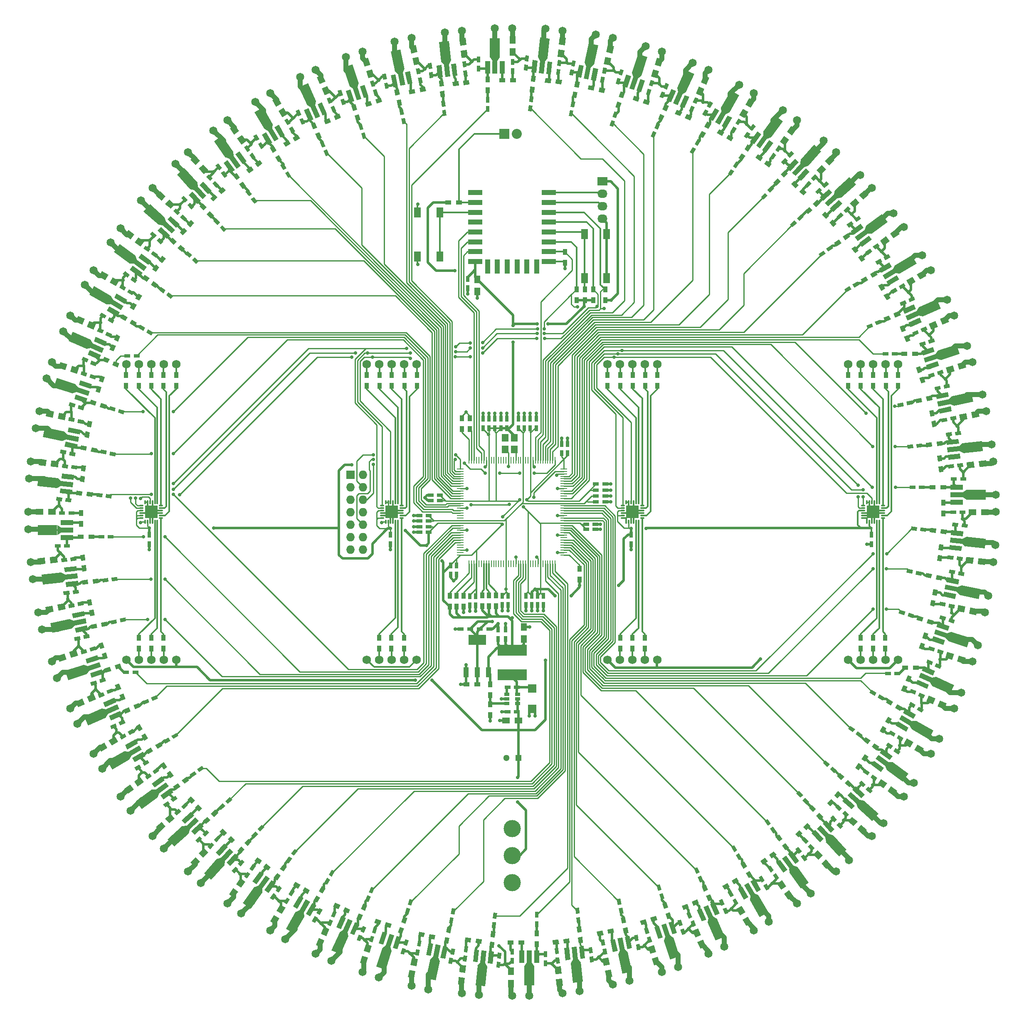
<source format=gtl>
G04 #@! TF.FileFunction,Copper,L1,Top,Signal*
%FSLAX46Y46*%
G04 Gerber Fmt 4.6, Leading zero omitted, Abs format (unit mm)*
G04 Created by KiCad (PCBNEW 4.0.2-stable) date 14/05/2016 22:57:01*
%MOMM*%
G01*
G04 APERTURE LIST*
%ADD10C,0.100000*%
%ADD11C,1.750000*%
%ADD12R,3.657600X2.032000*%
%ADD13R,1.016000X2.032000*%
%ADD14R,0.750000X1.200000*%
%ADD15R,1.200000X0.750000*%
%ADD16R,0.900000X1.200000*%
%ADD17R,1.200000X0.900000*%
%ADD18R,2.501900X1.000760*%
%ADD19R,4.000500X1.998980*%
%ADD20R,1.000760X2.501900*%
%ADD21R,1.998980X4.000500*%
%ADD22C,1.650000*%
%ADD23R,1.500000X1.250000*%
%ADD24R,1.250000X1.500000*%
%ADD25O,0.300000X1.000000*%
%ADD26O,1.000000X0.300000*%
%ADD27R,2.500000X2.500000*%
%ADD28R,1.450000X0.250000*%
%ADD29R,0.250000X1.450000*%
%ADD30R,1.700000X1.700000*%
%ADD31R,6.000000X2.300000*%
%ADD32R,1.727200X1.727200*%
%ADD33O,1.727200X1.727200*%
%ADD34R,2.032000X1.727200*%
%ADD35O,2.032000X1.727200*%
%ADD36R,2.032000X2.032000*%
%ADD37O,2.032000X2.032000*%
%ADD38C,3.500000*%
%ADD39R,1.400000X2.100000*%
%ADD40R,3.000000X1.000000*%
%ADD41R,1.000000X3.000000*%
%ADD42R,1.400000X1.600000*%
%ADD43R,1.060000X0.650000*%
%ADD44R,1.300000X1.300000*%
%ADD45C,1.300000*%
%ADD46C,0.700000*%
%ADD47C,0.500000*%
%ADD48C,0.250000*%
%ADD49C,0.300000*%
%ADD50C,1.000000*%
G04 APERTURE END LIST*
D10*
D11*
X130580000Y-180100000D03*
X128040000Y-180100000D03*
X125500000Y-180100000D03*
X122960000Y-180100000D03*
X120420000Y-180100000D03*
X120420000Y-119900000D03*
X122960000Y-119900000D03*
X125500000Y-119900000D03*
X128040000Y-119900000D03*
X130580000Y-119900000D03*
D12*
X142900000Y-176098000D03*
D13*
X142900000Y-182702000D03*
X145186000Y-182702000D03*
X140614000Y-182702000D03*
D11*
X81580000Y-180100000D03*
X79040000Y-180100000D03*
X76500000Y-180100000D03*
X73960000Y-180100000D03*
X71420000Y-180100000D03*
X71420000Y-119900000D03*
X73960000Y-119900000D03*
X76500000Y-119900000D03*
X79040000Y-119900000D03*
X81580000Y-119900000D03*
X179580000Y-180100000D03*
X177040000Y-180100000D03*
X174500000Y-180100000D03*
X171960000Y-180100000D03*
X169420000Y-180100000D03*
X169420000Y-119900000D03*
X171960000Y-119900000D03*
X174500000Y-119900000D03*
X177040000Y-119900000D03*
X179580000Y-119900000D03*
X228580000Y-180100000D03*
X226040000Y-180100000D03*
X223500000Y-180100000D03*
X220960000Y-180100000D03*
X218420000Y-180100000D03*
X218420000Y-119900000D03*
X220960000Y-119900000D03*
X223500000Y-119900000D03*
X226040000Y-119900000D03*
X228580000Y-119900000D03*
D14*
X148700000Y-175850000D03*
X148700000Y-173950000D03*
D15*
X143450000Y-173900000D03*
X145350000Y-173900000D03*
X141450000Y-173900000D03*
X139550000Y-173900000D03*
D14*
X141000000Y-102550000D03*
X141000000Y-104450000D03*
X148900000Y-132950000D03*
X148900000Y-131050000D03*
X174200000Y-154650000D03*
X174200000Y-156550000D03*
X223200000Y-154650000D03*
X223200000Y-156550000D03*
X144100000Y-132950000D03*
X144100000Y-131050000D03*
X146500000Y-132950000D03*
X146500000Y-131050000D03*
X153700000Y-132950000D03*
X153700000Y-131050000D03*
X160100000Y-138050000D03*
X160100000Y-136150000D03*
D15*
X167050000Y-144350000D03*
X168950000Y-144350000D03*
X165050000Y-152500000D03*
X166950000Y-152500000D03*
D14*
X156400000Y-167050000D03*
X156400000Y-168950000D03*
X142600000Y-167150000D03*
X142600000Y-169050000D03*
X137450000Y-160900000D03*
X137450000Y-162800000D03*
D15*
X133000000Y-154150000D03*
X131100000Y-154150000D03*
X135300000Y-147700000D03*
X133400000Y-147700000D03*
D14*
X154000000Y-167050000D03*
X154000000Y-168950000D03*
X152500000Y-132950000D03*
X152500000Y-131050000D03*
D15*
X167050000Y-146750000D03*
X168950000Y-146750000D03*
D14*
X149200000Y-167050000D03*
X149200000Y-168950000D03*
D15*
X133000000Y-151850000D03*
X131100000Y-151850000D03*
D14*
X145300000Y-132950000D03*
X145300000Y-131050000D03*
X147700000Y-132950000D03*
X147700000Y-131050000D03*
X154900000Y-132950000D03*
X154900000Y-131050000D03*
X161300000Y-138050000D03*
X161300000Y-136150000D03*
D15*
X167050000Y-145550000D03*
X168950000Y-145550000D03*
X165050000Y-153500000D03*
X166950000Y-153500000D03*
D14*
X155200000Y-167050000D03*
X155200000Y-168950000D03*
X141400000Y-167150000D03*
X141400000Y-169050000D03*
X138650000Y-160900000D03*
X138650000Y-162800000D03*
D15*
X133000000Y-153050000D03*
X131100000Y-153050000D03*
X135300000Y-146600000D03*
X133400000Y-146600000D03*
D14*
X152800000Y-167050000D03*
X152800000Y-168950000D03*
X151300000Y-132950000D03*
X151300000Y-131050000D03*
D15*
X167050000Y-147950000D03*
X168950000Y-147950000D03*
D14*
X148000000Y-167050000D03*
X148000000Y-168950000D03*
D15*
X133000000Y-150750000D03*
X131100000Y-150750000D03*
X149050000Y-185700000D03*
X150950000Y-185700000D03*
D14*
X147100000Y-175850000D03*
X147100000Y-173950000D03*
X76100000Y-154650000D03*
X76100000Y-156550000D03*
X125200000Y-154650000D03*
X125200000Y-156550000D03*
D10*
G36*
X171777670Y-62990019D02*
X171064378Y-62758257D01*
X171435198Y-61616989D01*
X172148490Y-61848751D01*
X171777670Y-62990019D01*
X171777670Y-62990019D01*
G37*
G36*
X172364802Y-61183011D02*
X171651510Y-60951249D01*
X172022330Y-59809981D01*
X172735622Y-60041743D01*
X172364802Y-61183011D01*
X172364802Y-61183011D01*
G37*
G36*
X205341527Y-79302799D02*
X204784168Y-78800951D01*
X205587125Y-77909177D01*
X206144484Y-78411025D01*
X205341527Y-79302799D01*
X205341527Y-79302799D01*
G37*
G36*
X206612875Y-77890823D02*
X206055516Y-77388975D01*
X206858473Y-76497201D01*
X207415832Y-76999049D01*
X206612875Y-77890823D01*
X206612875Y-77890823D01*
G37*
G36*
X229219741Y-108050823D02*
X228926693Y-107360444D01*
X230031299Y-106891567D01*
X230324347Y-107581946D01*
X229219741Y-108050823D01*
X229219741Y-108050823D01*
G37*
G36*
X230968701Y-107308433D02*
X230675653Y-106618054D01*
X231780259Y-106149177D01*
X232073307Y-106839556D01*
X230968701Y-107308433D01*
X230968701Y-107308433D01*
G37*
D15*
X239950000Y-143300000D03*
X241850000Y-143300000D03*
D10*
G36*
X234331478Y-180712138D02*
X234636531Y-180026978D01*
X235732786Y-180515062D01*
X235427733Y-181200222D01*
X234331478Y-180712138D01*
X234331478Y-180712138D01*
G37*
G36*
X236067214Y-181484938D02*
X236372267Y-180799778D01*
X237468522Y-181287862D01*
X237163469Y-181973022D01*
X236067214Y-181484938D01*
X236067214Y-181484938D01*
G37*
G36*
X214784168Y-212299049D02*
X215341527Y-211797201D01*
X216144484Y-212688975D01*
X215587125Y-213190823D01*
X214784168Y-212299049D01*
X214784168Y-212299049D01*
G37*
G36*
X216055516Y-213711025D02*
X216612875Y-213209177D01*
X217415832Y-214100951D01*
X216858473Y-214602799D01*
X216055516Y-213711025D01*
X216055516Y-213711025D01*
G37*
G36*
X183664378Y-233241743D02*
X184377670Y-233009981D01*
X184748490Y-234151249D01*
X184035198Y-234383011D01*
X183664378Y-233241743D01*
X183664378Y-233241743D01*
G37*
G36*
X184251510Y-235048751D02*
X184964802Y-234816989D01*
X185335622Y-235958257D01*
X184622330Y-236190019D01*
X184251510Y-235048751D01*
X184251510Y-235048751D01*
G37*
G36*
X147089073Y-239719293D02*
X147834965Y-239797689D01*
X147709531Y-240991115D01*
X146963639Y-240912719D01*
X147089073Y-239719293D01*
X147089073Y-239719293D01*
G37*
G36*
X146890469Y-241608885D02*
X147636361Y-241687281D01*
X147510927Y-242880707D01*
X146765035Y-242802311D01*
X146890469Y-241608885D01*
X146890469Y-241608885D01*
G37*
G36*
X110750240Y-230670161D02*
X111399760Y-231045161D01*
X110799760Y-232084391D01*
X110150240Y-231709391D01*
X110750240Y-230670161D01*
X110750240Y-230670161D01*
G37*
G36*
X109800240Y-232315609D02*
X110449760Y-232690609D01*
X109849760Y-233729839D01*
X109200240Y-233354839D01*
X109800240Y-232315609D01*
X109800240Y-232315609D01*
G37*
G36*
X81433557Y-207785551D02*
X81874396Y-208392314D01*
X80903575Y-209097657D01*
X80462736Y-208490894D01*
X81433557Y-207785551D01*
X81433557Y-207785551D01*
G37*
G36*
X79896425Y-208902343D02*
X80337264Y-209509106D01*
X79366443Y-210214449D01*
X78925604Y-209607686D01*
X79896425Y-208902343D01*
X79896425Y-208902343D01*
G37*
G36*
X63838162Y-174910932D02*
X63994095Y-175644542D01*
X62820318Y-175894036D01*
X62664385Y-175160426D01*
X63838162Y-174910932D01*
X63838162Y-174910932D01*
G37*
G36*
X61979682Y-175305964D02*
X62135615Y-176039574D01*
X60961838Y-176289068D01*
X60805905Y-175555458D01*
X61979682Y-175305964D01*
X61979682Y-175305964D01*
G37*
G36*
X61094095Y-137955458D02*
X60938162Y-138689068D01*
X59764385Y-138439574D01*
X59920318Y-137705964D01*
X61094095Y-137955458D01*
X61094095Y-137955458D01*
G37*
G36*
X59235615Y-137560426D02*
X59079682Y-138294036D01*
X57905905Y-138044542D01*
X58061838Y-137310932D01*
X59235615Y-137560426D01*
X59235615Y-137560426D01*
G37*
G36*
X73674396Y-102807686D02*
X73233557Y-103414449D01*
X72262736Y-102709106D01*
X72703575Y-102102343D01*
X73674396Y-102807686D01*
X73674396Y-102807686D01*
G37*
G36*
X72137264Y-101690894D02*
X71696425Y-102297657D01*
X70725604Y-101592314D01*
X71166443Y-100985551D01*
X72137264Y-101690894D01*
X72137264Y-101690894D01*
G37*
G36*
X99499760Y-75754839D02*
X98850240Y-76129839D01*
X98250240Y-75090609D01*
X98899760Y-74715609D01*
X99499760Y-75754839D01*
X99499760Y-75754839D01*
G37*
G36*
X98549760Y-74109391D02*
X97900240Y-74484391D01*
X97300240Y-73445161D01*
X97949760Y-73070161D01*
X98549760Y-74109391D01*
X98549760Y-74109391D01*
G37*
G36*
X162344542Y-61194095D02*
X161610932Y-61038162D01*
X161860426Y-59864385D01*
X162594036Y-60020318D01*
X162344542Y-61194095D01*
X162344542Y-61194095D01*
G37*
G36*
X162739574Y-59335615D02*
X162005964Y-59179682D01*
X162255458Y-58005905D01*
X162989068Y-58161838D01*
X162739574Y-59335615D01*
X162739574Y-59335615D01*
G37*
G36*
X197792314Y-73974396D02*
X197185551Y-73533557D01*
X197890894Y-72562736D01*
X198497657Y-73003575D01*
X197792314Y-73974396D01*
X197792314Y-73974396D01*
G37*
G36*
X198909106Y-72437264D02*
X198302343Y-71996425D01*
X199007686Y-71025604D01*
X199614449Y-71466443D01*
X198909106Y-72437264D01*
X198909106Y-72437264D01*
G37*
G36*
X224345161Y-99699760D02*
X223970161Y-99050240D01*
X225009391Y-98450240D01*
X225384391Y-99099760D01*
X224345161Y-99699760D01*
X224345161Y-99699760D01*
G37*
G36*
X225990609Y-98749760D02*
X225615609Y-98100240D01*
X226654839Y-97500240D01*
X227029839Y-98149760D01*
X225990609Y-98749760D01*
X225990609Y-98749760D01*
G37*
G36*
X238397689Y-134634965D02*
X238319293Y-133889073D01*
X239512719Y-133763639D01*
X239591115Y-134509531D01*
X238397689Y-134634965D01*
X238397689Y-134634965D01*
G37*
G36*
X240287281Y-134436361D02*
X240208885Y-133690469D01*
X241402311Y-133565035D01*
X241480707Y-134310927D01*
X240287281Y-134436361D01*
X240287281Y-134436361D01*
G37*
G36*
X237009981Y-171777670D02*
X237241743Y-171064378D01*
X238383011Y-171435198D01*
X238151249Y-172148490D01*
X237009981Y-171777670D01*
X237009981Y-171777670D01*
G37*
G36*
X238816989Y-172364802D02*
X239048751Y-171651510D01*
X240190019Y-172022330D01*
X239958257Y-172735622D01*
X238816989Y-172364802D01*
X238816989Y-172364802D01*
G37*
G36*
X220597201Y-205241527D02*
X221099049Y-204684168D01*
X221990823Y-205487125D01*
X221488975Y-206044484D01*
X220597201Y-205241527D01*
X220597201Y-205241527D01*
G37*
G36*
X222009177Y-206512875D02*
X222511025Y-205955516D01*
X223402799Y-206758473D01*
X222900951Y-207315832D01*
X222009177Y-206512875D01*
X222009177Y-206512875D01*
G37*
G36*
X192126978Y-229136531D02*
X192812138Y-228831478D01*
X193300222Y-229927733D01*
X192615062Y-230232786D01*
X192126978Y-229136531D01*
X192126978Y-229136531D01*
G37*
G36*
X192899778Y-230872267D02*
X193584938Y-230567214D01*
X194073022Y-231663469D01*
X193387862Y-231968522D01*
X192899778Y-230872267D01*
X192899778Y-230872267D01*
G37*
D14*
X156800000Y-240050000D03*
X156800000Y-241950000D03*
D10*
G36*
X119587862Y-234331478D02*
X120273022Y-234636531D01*
X119784938Y-235732786D01*
X119099778Y-235427733D01*
X119587862Y-234331478D01*
X119587862Y-234331478D01*
G37*
G36*
X118815062Y-236067214D02*
X119500222Y-236372267D01*
X119012138Y-237468522D01*
X118326978Y-237163469D01*
X118815062Y-236067214D01*
X118815062Y-236067214D01*
G37*
G36*
X87800951Y-214784168D02*
X88302799Y-215341527D01*
X87411025Y-216144484D01*
X86909177Y-215587125D01*
X87800951Y-214784168D01*
X87800951Y-214784168D01*
G37*
G36*
X86388975Y-216055516D02*
X86890823Y-216612875D01*
X85999049Y-217415832D01*
X85497201Y-216858473D01*
X86388975Y-216055516D01*
X86388975Y-216055516D01*
G37*
G36*
X67058257Y-183764378D02*
X67290019Y-184477670D01*
X66148751Y-184848490D01*
X65916989Y-184135198D01*
X67058257Y-183764378D01*
X67058257Y-183764378D01*
G37*
G36*
X65251249Y-184351510D02*
X65483011Y-185064802D01*
X64341743Y-185435622D01*
X64109981Y-184722330D01*
X65251249Y-184351510D01*
X65251249Y-184351510D01*
G37*
G36*
X60280707Y-147289073D02*
X60202311Y-148034965D01*
X59008885Y-147909531D01*
X59087281Y-147163639D01*
X60280707Y-147289073D01*
X60280707Y-147289073D01*
G37*
G36*
X58391115Y-147090469D02*
X58312719Y-147836361D01*
X57119293Y-147710927D01*
X57197689Y-146965035D01*
X58391115Y-147090469D01*
X58391115Y-147090469D01*
G37*
G36*
X69029839Y-110950240D02*
X68654839Y-111599760D01*
X67615609Y-110999760D01*
X67990609Y-110350240D01*
X69029839Y-110950240D01*
X69029839Y-110950240D01*
G37*
G36*
X67384391Y-110000240D02*
X67009391Y-110649760D01*
X65970161Y-110049760D01*
X66345161Y-109400240D01*
X67384391Y-110000240D01*
X67384391Y-110000240D01*
G37*
G36*
X92014449Y-81533557D02*
X91407686Y-81974396D01*
X90702343Y-81003575D01*
X91309106Y-80562736D01*
X92014449Y-81533557D01*
X92014449Y-81533557D01*
G37*
G36*
X90897657Y-79996425D02*
X90290894Y-80437264D01*
X89585551Y-79466443D01*
X90192314Y-79025604D01*
X90897657Y-79996425D01*
X90897657Y-79996425D01*
G37*
G36*
X124889068Y-63738162D02*
X124155458Y-63894095D01*
X123905964Y-62720318D01*
X124639574Y-62564385D01*
X124889068Y-63738162D01*
X124889068Y-63738162D01*
G37*
G36*
X124494036Y-61879682D02*
X123760426Y-62035615D01*
X123510932Y-60861838D01*
X124244542Y-60705905D01*
X124494036Y-61879682D01*
X124494036Y-61879682D01*
G37*
G36*
X153110927Y-60180707D02*
X152365035Y-60102311D01*
X152490469Y-58908885D01*
X153236361Y-58987281D01*
X153110927Y-60180707D01*
X153110927Y-60180707D01*
G37*
G36*
X153309531Y-58291115D02*
X152563639Y-58212719D01*
X152689073Y-57019293D01*
X153434965Y-57097689D01*
X153309531Y-58291115D01*
X153309531Y-58291115D01*
G37*
G36*
X189349760Y-69429839D02*
X188700240Y-69054839D01*
X189300240Y-68015609D01*
X189949760Y-68390609D01*
X189349760Y-69429839D01*
X189349760Y-69429839D01*
G37*
G36*
X190299760Y-67784391D02*
X189650240Y-67409391D01*
X190250240Y-66370161D01*
X190899760Y-66745161D01*
X190299760Y-67784391D01*
X190299760Y-67784391D01*
G37*
G36*
X218566443Y-92114449D02*
X218125604Y-91507686D01*
X219096425Y-90802343D01*
X219537264Y-91409106D01*
X218566443Y-92114449D01*
X218566443Y-92114449D01*
G37*
G36*
X220103575Y-90997657D02*
X219662736Y-90390894D01*
X220633557Y-89685551D01*
X221074396Y-90292314D01*
X220103575Y-90997657D01*
X220103575Y-90997657D01*
G37*
G36*
X236161838Y-125289068D02*
X236005905Y-124555458D01*
X237179682Y-124305964D01*
X237335615Y-125039574D01*
X236161838Y-125289068D01*
X236161838Y-125289068D01*
G37*
G36*
X238020318Y-124894036D02*
X237864385Y-124160426D01*
X239038162Y-123910932D01*
X239194095Y-124644542D01*
X238020318Y-124894036D01*
X238020318Y-124894036D01*
G37*
G36*
X238905905Y-162444542D02*
X239061838Y-161710932D01*
X240235615Y-161960426D01*
X240079682Y-162694036D01*
X238905905Y-162444542D01*
X238905905Y-162444542D01*
G37*
G36*
X240764385Y-162839574D02*
X240920318Y-162105964D01*
X242094095Y-162355458D01*
X241938162Y-163089068D01*
X240764385Y-162839574D01*
X240764385Y-162839574D01*
G37*
G36*
X226125604Y-197592314D02*
X226566443Y-196985551D01*
X227537264Y-197690894D01*
X227096425Y-198297657D01*
X226125604Y-197592314D01*
X226125604Y-197592314D01*
G37*
G36*
X227662736Y-198709106D02*
X228103575Y-198102343D01*
X229074396Y-198807686D01*
X228633557Y-199414449D01*
X227662736Y-198709106D01*
X227662736Y-198709106D01*
G37*
G36*
X200200240Y-224445161D02*
X200849760Y-224070161D01*
X201449760Y-225109391D01*
X200800240Y-225484391D01*
X200200240Y-224445161D01*
X200200240Y-224445161D01*
G37*
G36*
X201150240Y-226090609D02*
X201799760Y-225715609D01*
X202399760Y-226754839D01*
X201750240Y-227129839D01*
X201150240Y-226090609D01*
X201150240Y-226090609D01*
G37*
G36*
X165565035Y-238697689D02*
X166310927Y-238619293D01*
X166436361Y-239812719D01*
X165690469Y-239891115D01*
X165565035Y-238697689D01*
X165565035Y-238697689D01*
G37*
G36*
X165763639Y-240587281D02*
X166509531Y-240508885D01*
X166634965Y-241702311D01*
X165889073Y-241780707D01*
X165763639Y-240587281D01*
X165763639Y-240587281D01*
G37*
G36*
X128222330Y-237009981D02*
X128935622Y-237241743D01*
X128564802Y-238383011D01*
X127851510Y-238151249D01*
X128222330Y-237009981D01*
X128222330Y-237009981D01*
G37*
G36*
X127635198Y-238816989D02*
X128348490Y-239048751D01*
X127977670Y-240190019D01*
X127264378Y-239958257D01*
X127635198Y-238816989D01*
X127635198Y-238816989D01*
G37*
G36*
X94958473Y-220797201D02*
X95515832Y-221299049D01*
X94712875Y-222190823D01*
X94155516Y-221688975D01*
X94958473Y-220797201D01*
X94958473Y-220797201D01*
G37*
G36*
X93687125Y-222209177D02*
X94244484Y-222711025D01*
X93441527Y-223602799D01*
X92884168Y-223100951D01*
X93687125Y-222209177D01*
X93687125Y-222209177D01*
G37*
G36*
X70963469Y-192326978D02*
X71268522Y-193012138D01*
X70172267Y-193500222D01*
X69867214Y-192815062D01*
X70963469Y-192326978D01*
X70963469Y-192326978D01*
G37*
G36*
X69227733Y-193099778D02*
X69532786Y-193784938D01*
X68436531Y-194273022D01*
X68131478Y-193587862D01*
X69227733Y-193099778D01*
X69227733Y-193099778D01*
G37*
D15*
X59350000Y-156900000D03*
X57450000Y-156900000D03*
D10*
G36*
X65468522Y-119687862D02*
X65163469Y-120373022D01*
X64067214Y-119884938D01*
X64372267Y-119199778D01*
X65468522Y-119687862D01*
X65468522Y-119687862D01*
G37*
G36*
X63732786Y-118915062D02*
X63427733Y-119600222D01*
X62331478Y-119112138D01*
X62636531Y-118426978D01*
X63732786Y-118915062D01*
X63732786Y-118915062D01*
G37*
G36*
X85215832Y-87900951D02*
X84658473Y-88402799D01*
X83855516Y-87511025D01*
X84412875Y-87009177D01*
X85215832Y-87900951D01*
X85215832Y-87900951D01*
G37*
G36*
X83944484Y-86488975D02*
X83387125Y-86990823D01*
X82584168Y-86099049D01*
X83141527Y-85597201D01*
X83944484Y-86488975D01*
X83944484Y-86488975D01*
G37*
G36*
X116135622Y-66958257D02*
X115422330Y-67190019D01*
X115051510Y-66048751D01*
X115764802Y-65816989D01*
X116135622Y-66958257D01*
X116135622Y-66958257D01*
G37*
G36*
X115548490Y-65151249D02*
X114835198Y-65383011D01*
X114464378Y-64241743D01*
X115177670Y-64009981D01*
X115548490Y-65151249D01*
X115548490Y-65151249D01*
G37*
D14*
X143200000Y-59750000D03*
X143200000Y-57850000D03*
D10*
G36*
X180712138Y-65768522D02*
X180026978Y-65463469D01*
X180515062Y-64367214D01*
X181200222Y-64672267D01*
X180712138Y-65768522D01*
X180712138Y-65768522D01*
G37*
G36*
X181484938Y-64032786D02*
X180799778Y-63727733D01*
X181287862Y-62631478D01*
X181973022Y-62936531D01*
X181484938Y-64032786D01*
X181484938Y-64032786D01*
G37*
G36*
X212199049Y-85315832D02*
X211697201Y-84758473D01*
X212588975Y-83955516D01*
X213090823Y-84512875D01*
X212199049Y-85315832D01*
X212199049Y-85315832D01*
G37*
G36*
X213611025Y-84044484D02*
X213109177Y-83487125D01*
X214000951Y-82684168D01*
X214502799Y-83241527D01*
X213611025Y-84044484D01*
X213611025Y-84044484D01*
G37*
G36*
X233141743Y-116335622D02*
X232909981Y-115622330D01*
X234051249Y-115251510D01*
X234283011Y-115964802D01*
X233141743Y-116335622D01*
X233141743Y-116335622D01*
G37*
G36*
X234948751Y-115748490D02*
X234716989Y-115035198D01*
X235858257Y-114664378D01*
X236090019Y-115377670D01*
X234948751Y-115748490D01*
X234948751Y-115748490D01*
G37*
G36*
X239619293Y-152910927D02*
X239697689Y-152165035D01*
X240891115Y-152290469D01*
X240812719Y-153036361D01*
X239619293Y-152910927D01*
X239619293Y-152910927D01*
G37*
G36*
X241508885Y-153109531D02*
X241587281Y-152363639D01*
X242780707Y-152489073D01*
X242702311Y-153234965D01*
X241508885Y-153109531D01*
X241508885Y-153109531D01*
G37*
G36*
X230770161Y-189349760D02*
X231145161Y-188700240D01*
X232184391Y-189300240D01*
X231809391Y-189949760D01*
X230770161Y-189349760D01*
X230770161Y-189349760D01*
G37*
G36*
X232415609Y-190299760D02*
X232790609Y-189650240D01*
X233829839Y-190250240D01*
X233454839Y-190899760D01*
X232415609Y-190299760D01*
X232415609Y-190299760D01*
G37*
G36*
X207685551Y-218666443D02*
X208292314Y-218225604D01*
X208997657Y-219196425D01*
X208390894Y-219637264D01*
X207685551Y-218666443D01*
X207685551Y-218666443D01*
G37*
G36*
X208802343Y-220203575D02*
X209409106Y-219762736D01*
X210114449Y-220733557D01*
X209507686Y-221174396D01*
X208802343Y-220203575D01*
X208802343Y-220203575D01*
G37*
G36*
X174810932Y-236261838D02*
X175544542Y-236105905D01*
X175794036Y-237279682D01*
X175060426Y-237435615D01*
X174810932Y-236261838D01*
X174810932Y-236261838D01*
G37*
G36*
X175205964Y-238120318D02*
X175939574Y-237964385D01*
X176189068Y-239138162D01*
X175455458Y-239294095D01*
X175205964Y-238120318D01*
X175205964Y-238120318D01*
G37*
G36*
X137655458Y-238905905D02*
X138389068Y-239061838D01*
X138139574Y-240235615D01*
X137405964Y-240079682D01*
X137655458Y-238905905D01*
X137655458Y-238905905D01*
G37*
G36*
X137260426Y-240764385D02*
X137994036Y-240920318D01*
X137744542Y-242094095D01*
X137010932Y-241938162D01*
X137260426Y-240764385D01*
X137260426Y-240764385D01*
G37*
G36*
X102507686Y-226125604D02*
X103114449Y-226566443D01*
X102409106Y-227537264D01*
X101802343Y-227096425D01*
X102507686Y-226125604D01*
X102507686Y-226125604D01*
G37*
G36*
X101390894Y-227662736D02*
X101997657Y-228103575D01*
X101292314Y-229074396D01*
X100685551Y-228633557D01*
X101390894Y-227662736D01*
X101390894Y-227662736D01*
G37*
G36*
X75754839Y-200500240D02*
X76129839Y-201149760D01*
X75090609Y-201749760D01*
X74715609Y-201100240D01*
X75754839Y-200500240D01*
X75754839Y-200500240D01*
G37*
G36*
X74109391Y-201450240D02*
X74484391Y-202099760D01*
X73445161Y-202699760D01*
X73070161Y-202050240D01*
X74109391Y-201450240D01*
X74109391Y-201450240D01*
G37*
G36*
X61702311Y-165865035D02*
X61780707Y-166610927D01*
X60587281Y-166736361D01*
X60508885Y-165990469D01*
X61702311Y-165865035D01*
X61702311Y-165865035D01*
G37*
G36*
X59812719Y-166063639D02*
X59891115Y-166809531D01*
X58697689Y-166934965D01*
X58619293Y-166189073D01*
X59812719Y-166063639D01*
X59812719Y-166063639D01*
G37*
G36*
X62890019Y-128622330D02*
X62658257Y-129335622D01*
X61516989Y-128964802D01*
X61748751Y-128251510D01*
X62890019Y-128622330D01*
X62890019Y-128622330D01*
G37*
G36*
X61083011Y-128035198D02*
X60851249Y-128748490D01*
X59709981Y-128377670D01*
X59941743Y-127664378D01*
X61083011Y-128035198D01*
X61083011Y-128035198D01*
G37*
G36*
X79002799Y-94958473D02*
X78500951Y-95515832D01*
X77609177Y-94712875D01*
X78111025Y-94155516D01*
X79002799Y-94958473D01*
X79002799Y-94958473D01*
G37*
G36*
X77590823Y-93687125D02*
X77088975Y-94244484D01*
X76197201Y-93441527D01*
X76699049Y-92884168D01*
X77590823Y-93687125D01*
X77590823Y-93687125D01*
G37*
G36*
X107873022Y-70863469D02*
X107187862Y-71168522D01*
X106699778Y-70072267D01*
X107384938Y-69767214D01*
X107873022Y-70863469D01*
X107873022Y-70863469D01*
G37*
G36*
X107100222Y-69127733D02*
X106415062Y-69432786D01*
X105926978Y-68336531D01*
X106612138Y-68031478D01*
X107100222Y-69127733D01*
X107100222Y-69127733D01*
G37*
G36*
X133934965Y-61602311D02*
X133189073Y-61680707D01*
X133063639Y-60487281D01*
X133809531Y-60408885D01*
X133934965Y-61602311D01*
X133934965Y-61602311D01*
G37*
G36*
X133736361Y-59712719D02*
X132990469Y-59791115D01*
X132865035Y-58597689D01*
X133610927Y-58519293D01*
X133736361Y-59712719D01*
X133736361Y-59712719D01*
G37*
G36*
X170577670Y-71590019D02*
X169864378Y-71358257D01*
X170235198Y-70216989D01*
X170948490Y-70448751D01*
X170577670Y-71590019D01*
X170577670Y-71590019D01*
G37*
G36*
X171164802Y-69783011D02*
X170451510Y-69551249D01*
X170822330Y-68409981D01*
X171535622Y-68641743D01*
X171164802Y-69783011D01*
X171164802Y-69783011D01*
G37*
G36*
X178222330Y-62009981D02*
X178935622Y-62241743D01*
X178564802Y-63383011D01*
X177851510Y-63151249D01*
X178222330Y-62009981D01*
X178222330Y-62009981D01*
G37*
G36*
X177635198Y-63816989D02*
X178348490Y-64048751D01*
X177977670Y-65190019D01*
X177264378Y-64958257D01*
X177635198Y-63816989D01*
X177635198Y-63816989D01*
G37*
G36*
X201241527Y-86402799D02*
X200684168Y-85900951D01*
X201487125Y-85009177D01*
X202044484Y-85511025D01*
X201241527Y-86402799D01*
X201241527Y-86402799D01*
G37*
G36*
X202512875Y-84990823D02*
X201955516Y-84488975D01*
X202758473Y-83597201D01*
X203315832Y-84099049D01*
X202512875Y-84990823D01*
X202512875Y-84990823D01*
G37*
G36*
X211658473Y-81197201D02*
X212215832Y-81699049D01*
X211412875Y-82590823D01*
X210855516Y-82088975D01*
X211658473Y-81197201D01*
X211658473Y-81197201D01*
G37*
G36*
X210387125Y-82609177D02*
X210944484Y-83111025D01*
X210141527Y-84002799D01*
X209584168Y-83500951D01*
X210387125Y-82609177D01*
X210387125Y-82609177D01*
G37*
G36*
X222419741Y-112750823D02*
X222126693Y-112060444D01*
X223231299Y-111591567D01*
X223524347Y-112281946D01*
X222419741Y-112750823D01*
X222419741Y-112750823D01*
G37*
G36*
X224168701Y-112008433D02*
X223875653Y-111318054D01*
X224980259Y-110849177D01*
X225273307Y-111539556D01*
X224168701Y-112008433D01*
X224168701Y-112008433D01*
G37*
G36*
X234263469Y-112226978D02*
X234568522Y-112912138D01*
X233472267Y-113400222D01*
X233167214Y-112715062D01*
X234263469Y-112226978D01*
X234263469Y-112226978D01*
G37*
G36*
X232527733Y-112999778D02*
X232832786Y-113684938D01*
X231736531Y-114173022D01*
X231431478Y-113487862D01*
X232527733Y-112999778D01*
X232527733Y-112999778D01*
G37*
D15*
X231550000Y-145000000D03*
X233450000Y-145000000D03*
X241750000Y-150100000D03*
X239850000Y-150100000D03*
X226550000Y-182900000D03*
X228450000Y-182900000D03*
D10*
G36*
X234068522Y-187287862D02*
X233763469Y-187973022D01*
X232667214Y-187484938D01*
X232972267Y-186799778D01*
X234068522Y-187287862D01*
X234068522Y-187287862D01*
G37*
G36*
X232332786Y-186515062D02*
X232027733Y-187200222D01*
X230931478Y-186712138D01*
X231236531Y-186026978D01*
X232332786Y-186515062D01*
X232332786Y-186515062D01*
G37*
G36*
X207884168Y-207299049D02*
X208441527Y-206797201D01*
X209244484Y-207688975D01*
X208687125Y-208190823D01*
X207884168Y-207299049D01*
X207884168Y-207299049D01*
G37*
G36*
X209155516Y-208711025D02*
X209712875Y-208209177D01*
X210515832Y-209100951D01*
X209958473Y-209602799D01*
X209155516Y-208711025D01*
X209155516Y-208711025D01*
G37*
G36*
X211615832Y-218500951D02*
X211058473Y-219002799D01*
X210255516Y-218111025D01*
X210812875Y-217609177D01*
X211615832Y-218500951D01*
X211615832Y-218500951D01*
G37*
G36*
X210344484Y-217088975D02*
X209787125Y-217590823D01*
X208984168Y-216699049D01*
X209541527Y-216197201D01*
X210344484Y-217088975D01*
X210344484Y-217088975D01*
G37*
G36*
X179364378Y-226041743D02*
X180077670Y-225809981D01*
X180448490Y-226951249D01*
X179735198Y-227183011D01*
X179364378Y-226041743D01*
X179364378Y-226041743D01*
G37*
G36*
X179951510Y-227848751D02*
X180664802Y-227616989D01*
X181035622Y-228758257D01*
X180322330Y-228990019D01*
X179951510Y-227848751D01*
X179951510Y-227848751D01*
G37*
G36*
X178535622Y-237558257D02*
X177822330Y-237790019D01*
X177451510Y-236648751D01*
X178164802Y-236416989D01*
X178535622Y-237558257D01*
X178535622Y-237558257D01*
G37*
G36*
X177948490Y-235751249D02*
X177235198Y-235983011D01*
X176864378Y-234841743D01*
X177577670Y-234609981D01*
X177948490Y-235751249D01*
X177948490Y-235751249D01*
G37*
G36*
X146189073Y-231619293D02*
X146934965Y-231697689D01*
X146809531Y-232891115D01*
X146063639Y-232812719D01*
X146189073Y-231619293D01*
X146189073Y-231619293D01*
G37*
G36*
X145990469Y-233508885D02*
X146736361Y-233587281D01*
X146610927Y-234780707D01*
X145865035Y-234702311D01*
X145990469Y-233508885D01*
X145990469Y-233508885D01*
G37*
G36*
X140710927Y-241580707D02*
X139965035Y-241502311D01*
X140090469Y-240308885D01*
X140836361Y-240387281D01*
X140710927Y-241580707D01*
X140710927Y-241580707D01*
G37*
G36*
X140909531Y-239691115D02*
X140163639Y-239612719D01*
X140289073Y-238419293D01*
X141034965Y-238497689D01*
X140909531Y-239691115D01*
X140909531Y-239691115D01*
G37*
G36*
X113250240Y-222870161D02*
X113899760Y-223245161D01*
X113299760Y-224284391D01*
X112650240Y-223909391D01*
X113250240Y-222870161D01*
X113250240Y-222870161D01*
G37*
G36*
X112300240Y-224515609D02*
X112949760Y-224890609D01*
X112349760Y-225929839D01*
X111700240Y-225554839D01*
X112300240Y-224515609D01*
X112300240Y-224515609D01*
G37*
G36*
X104149760Y-229929839D02*
X103500240Y-229554839D01*
X104100240Y-228515609D01*
X104749760Y-228890609D01*
X104149760Y-229929839D01*
X104149760Y-229929839D01*
G37*
G36*
X105099760Y-228284391D02*
X104450240Y-227909391D01*
X105050240Y-226870161D01*
X105699760Y-227245161D01*
X105099760Y-228284391D01*
X105099760Y-228284391D01*
G37*
G36*
X86833557Y-201685551D02*
X87274396Y-202292314D01*
X86303575Y-202997657D01*
X85862736Y-202390894D01*
X86833557Y-201685551D01*
X86833557Y-201685551D01*
G37*
G36*
X85296425Y-202802343D02*
X85737264Y-203409106D01*
X84766443Y-204114449D01*
X84325604Y-203507686D01*
X85296425Y-202802343D01*
X85296425Y-202802343D01*
G37*
G36*
X75666443Y-204514449D02*
X75225604Y-203907686D01*
X76196425Y-203202343D01*
X76637264Y-203809106D01*
X75666443Y-204514449D01*
X75666443Y-204514449D01*
G37*
G36*
X77203575Y-203397657D02*
X76762736Y-202790894D01*
X77733557Y-202085551D01*
X78174396Y-202692314D01*
X77203575Y-203397657D01*
X77203575Y-203397657D01*
G37*
G36*
X71238162Y-171510932D02*
X71394095Y-172244542D01*
X70220318Y-172494036D01*
X70064385Y-171760426D01*
X71238162Y-171510932D01*
X71238162Y-171510932D01*
G37*
G36*
X69379682Y-171905964D02*
X69535615Y-172639574D01*
X68361838Y-172889068D01*
X68205905Y-172155458D01*
X69379682Y-171905964D01*
X69379682Y-171905964D01*
G37*
G36*
X59761838Y-169589068D02*
X59605905Y-168855458D01*
X60779682Y-168605964D01*
X60935615Y-169339574D01*
X59761838Y-169589068D01*
X59761838Y-169589068D01*
G37*
G36*
X61620318Y-169194036D02*
X61464385Y-168460426D01*
X62638162Y-168210932D01*
X62794095Y-168944542D01*
X61620318Y-169194036D01*
X61620318Y-169194036D01*
G37*
G36*
X69294095Y-137955458D02*
X69138162Y-138689068D01*
X67964385Y-138439574D01*
X68120318Y-137705964D01*
X69294095Y-137955458D01*
X69294095Y-137955458D01*
G37*
G36*
X67435615Y-137560426D02*
X67279682Y-138294036D01*
X66105905Y-138044542D01*
X66261838Y-137310932D01*
X67435615Y-137560426D01*
X67435615Y-137560426D01*
G37*
G36*
X59605905Y-131444542D02*
X59761838Y-130710932D01*
X60935615Y-130960426D01*
X60779682Y-131694036D01*
X59605905Y-131444542D01*
X59605905Y-131444542D01*
G37*
G36*
X61464385Y-131839574D02*
X61620318Y-131105964D01*
X62794095Y-131355458D01*
X62638162Y-132089068D01*
X61464385Y-131839574D01*
X61464385Y-131839574D01*
G37*
G36*
X80974396Y-106007686D02*
X80533557Y-106614449D01*
X79562736Y-105909106D01*
X80003575Y-105302343D01*
X80974396Y-106007686D01*
X80974396Y-106007686D01*
G37*
G36*
X79437264Y-104890894D02*
X78996425Y-105497657D01*
X78025604Y-104792314D01*
X78466443Y-104185551D01*
X79437264Y-104890894D01*
X79437264Y-104890894D01*
G37*
G36*
X74925604Y-96392314D02*
X75366443Y-95785551D01*
X76337264Y-96490894D01*
X75896425Y-97097657D01*
X74925604Y-96392314D01*
X74925604Y-96392314D01*
G37*
G36*
X76462736Y-97509106D02*
X76903575Y-96902343D01*
X77874396Y-97607686D01*
X77433557Y-98214449D01*
X76462736Y-97509106D01*
X76462736Y-97509106D01*
G37*
G36*
X104999760Y-81654839D02*
X104350240Y-82029839D01*
X103750240Y-80990609D01*
X104399760Y-80615609D01*
X104999760Y-81654839D01*
X104999760Y-81654839D01*
G37*
G36*
X104049760Y-80009391D02*
X103400240Y-80384391D01*
X102800240Y-79345161D01*
X103449760Y-78970161D01*
X104049760Y-80009391D01*
X104049760Y-80009391D01*
G37*
G36*
X103600240Y-70245161D02*
X104249760Y-69870161D01*
X104849760Y-70909391D01*
X104200240Y-71284391D01*
X103600240Y-70245161D01*
X103600240Y-70245161D01*
G37*
G36*
X104550240Y-71890609D02*
X105199760Y-71515609D01*
X105799760Y-72554839D01*
X105150240Y-72929839D01*
X104550240Y-71890609D01*
X104550240Y-71890609D01*
G37*
G36*
X162244542Y-69494095D02*
X161510932Y-69338162D01*
X161760426Y-68164385D01*
X162494036Y-68320318D01*
X162244542Y-69494095D01*
X162244542Y-69494095D01*
G37*
G36*
X162639574Y-67635615D02*
X161905964Y-67479682D01*
X162155458Y-66305905D01*
X162889068Y-66461838D01*
X162639574Y-67635615D01*
X162639574Y-67635615D01*
G37*
G36*
X168555458Y-59505905D02*
X169289068Y-59661838D01*
X169039574Y-60835615D01*
X168305964Y-60679682D01*
X168555458Y-59505905D01*
X168555458Y-59505905D01*
G37*
G36*
X168160426Y-61364385D02*
X168894036Y-61520318D01*
X168644542Y-62694095D01*
X167910932Y-62538162D01*
X168160426Y-61364385D01*
X168160426Y-61364385D01*
G37*
G36*
X194544140Y-81594706D02*
X193922362Y-81175311D01*
X194593394Y-80180466D01*
X195215172Y-80599861D01*
X194544140Y-81594706D01*
X194544140Y-81594706D01*
G37*
G36*
X195606606Y-80019534D02*
X194984828Y-79600139D01*
X195655860Y-78605294D01*
X196277638Y-79024689D01*
X195606606Y-80019534D01*
X195606606Y-80019534D01*
G37*
G36*
X204307686Y-75325604D02*
X204914449Y-75766443D01*
X204209106Y-76737264D01*
X203602343Y-76296425D01*
X204307686Y-75325604D01*
X204307686Y-75325604D01*
G37*
G36*
X203190894Y-76862736D02*
X203797657Y-77303575D01*
X203092314Y-78274396D01*
X202485551Y-77833557D01*
X203190894Y-76862736D01*
X203190894Y-76862736D01*
G37*
G36*
X218045161Y-105299760D02*
X217670161Y-104650240D01*
X218709391Y-104050240D01*
X219084391Y-104699760D01*
X218045161Y-105299760D01*
X218045161Y-105299760D01*
G37*
G36*
X219690609Y-104349760D02*
X219315609Y-103700240D01*
X220354839Y-103100240D01*
X220729839Y-103749760D01*
X219690609Y-104349760D01*
X219690609Y-104349760D01*
G37*
G36*
X229754839Y-103400240D02*
X230129839Y-104049760D01*
X229090609Y-104649760D01*
X228715609Y-104000240D01*
X229754839Y-103400240D01*
X229754839Y-103400240D01*
G37*
G36*
X228109391Y-104350240D02*
X228484391Y-104999760D01*
X227445161Y-105599760D01*
X227070161Y-104950240D01*
X228109391Y-104350240D01*
X228109391Y-104350240D01*
G37*
G36*
X230497689Y-137134965D02*
X230419293Y-136389073D01*
X231612719Y-136263639D01*
X231691115Y-137009531D01*
X230497689Y-137134965D01*
X230497689Y-137134965D01*
G37*
G36*
X232387281Y-136936361D02*
X232308885Y-136190469D01*
X233502311Y-136065035D01*
X233580707Y-136810927D01*
X232387281Y-136936361D01*
X232387281Y-136936361D01*
G37*
G36*
X241802311Y-140065035D02*
X241880707Y-140810927D01*
X240687281Y-140936361D01*
X240608885Y-140190469D01*
X241802311Y-140065035D01*
X241802311Y-140065035D01*
G37*
G36*
X239912719Y-140263639D02*
X239991115Y-141009531D01*
X238797689Y-141134965D01*
X238719293Y-140389073D01*
X239912719Y-140263639D01*
X239912719Y-140263639D01*
G37*
G36*
X228709981Y-170677670D02*
X228941743Y-169964378D01*
X230083011Y-170335198D01*
X229851249Y-171048490D01*
X228709981Y-170677670D01*
X228709981Y-170677670D01*
G37*
G36*
X230516989Y-171264802D02*
X230748751Y-170551510D01*
X231890019Y-170922330D01*
X231658257Y-171635622D01*
X230516989Y-171264802D01*
X230516989Y-171264802D01*
G37*
G36*
X237890019Y-178322330D02*
X237658257Y-179035622D01*
X236516989Y-178664802D01*
X236748751Y-177951510D01*
X237890019Y-178322330D01*
X237890019Y-178322330D01*
G37*
G36*
X236083011Y-177735198D02*
X235851249Y-178448490D01*
X234709981Y-178077670D01*
X234941743Y-177364378D01*
X236083011Y-177735198D01*
X236083011Y-177735198D01*
G37*
G36*
X213297201Y-201141527D02*
X213799049Y-200584168D01*
X214690823Y-201387125D01*
X214188975Y-201944484D01*
X213297201Y-201141527D01*
X213297201Y-201141527D01*
G37*
G36*
X214709177Y-202412875D02*
X215211025Y-201855516D01*
X216102799Y-202658473D01*
X215600951Y-203215832D01*
X214709177Y-202412875D01*
X214709177Y-202412875D01*
G37*
G36*
X218602799Y-211658473D02*
X218100951Y-212215832D01*
X217209177Y-211412875D01*
X217711025Y-210855516D01*
X218602799Y-211658473D01*
X218602799Y-211658473D01*
G37*
G36*
X217190823Y-210387125D02*
X216688975Y-210944484D01*
X215797201Y-210141527D01*
X216299049Y-209584168D01*
X217190823Y-210387125D01*
X217190823Y-210387125D01*
G37*
G36*
X187026978Y-222636531D02*
X187712138Y-222331478D01*
X188200222Y-223427733D01*
X187515062Y-223732786D01*
X187026978Y-222636531D01*
X187026978Y-222636531D01*
G37*
G36*
X187799778Y-224372267D02*
X188484938Y-224067214D01*
X188973022Y-225163469D01*
X188287862Y-225468522D01*
X187799778Y-224372267D01*
X187799778Y-224372267D01*
G37*
G36*
X187473022Y-234263469D02*
X186787862Y-234568522D01*
X186299778Y-233472267D01*
X186984938Y-233167214D01*
X187473022Y-234263469D01*
X187473022Y-234263469D01*
G37*
G36*
X186700222Y-232527733D02*
X186015062Y-232832786D01*
X185526978Y-231736531D01*
X186212138Y-231431478D01*
X186700222Y-232527733D01*
X186700222Y-232527733D01*
G37*
D14*
X155000000Y-232050000D03*
X155000000Y-233950000D03*
X150000000Y-241450000D03*
X150000000Y-239550000D03*
D10*
G36*
X121287862Y-226331478D02*
X121973022Y-226636531D01*
X121484938Y-227732786D01*
X120799778Y-227427733D01*
X121287862Y-226331478D01*
X121287862Y-226331478D01*
G37*
G36*
X120515062Y-228067214D02*
X121200222Y-228372267D01*
X120712138Y-229468522D01*
X120026978Y-229163469D01*
X120515062Y-228067214D01*
X120515062Y-228067214D01*
G37*
G36*
X113012138Y-234368522D02*
X112326978Y-234063469D01*
X112815062Y-232967214D01*
X113500222Y-233272267D01*
X113012138Y-234368522D01*
X113012138Y-234368522D01*
G37*
G36*
X113784938Y-232632786D02*
X113099778Y-232327733D01*
X113587862Y-231231478D01*
X114273022Y-231536531D01*
X113784938Y-232632786D01*
X113784938Y-232632786D01*
G37*
G36*
X92500951Y-208084168D02*
X93002799Y-208641527D01*
X92111025Y-209444484D01*
X91609177Y-208887125D01*
X92500951Y-208084168D01*
X92500951Y-208084168D01*
G37*
G36*
X91088975Y-209355516D02*
X91590823Y-209912875D01*
X90699049Y-210715832D01*
X90197201Y-210158473D01*
X91088975Y-209355516D01*
X91088975Y-209355516D01*
G37*
G36*
X81699049Y-211815832D02*
X81197201Y-211258473D01*
X82088975Y-210455516D01*
X82590823Y-211012875D01*
X81699049Y-211815832D01*
X81699049Y-211815832D01*
G37*
G36*
X83111025Y-210544484D02*
X82609177Y-209987125D01*
X83500951Y-209184168D01*
X84002799Y-209741527D01*
X83111025Y-210544484D01*
X83111025Y-210544484D01*
G37*
D15*
X73300000Y-182650000D03*
X71400000Y-182650000D03*
D10*
G36*
X62341743Y-179035622D02*
X62109981Y-178322330D01*
X63251249Y-177951510D01*
X63483011Y-178664802D01*
X62341743Y-179035622D01*
X62341743Y-179035622D01*
G37*
G36*
X64148751Y-178448490D02*
X63916989Y-177735198D01*
X65058257Y-177364378D01*
X65290019Y-178077670D01*
X64148751Y-178448490D01*
X64148751Y-178448490D01*
G37*
G36*
X68480707Y-146489073D02*
X68402311Y-147234965D01*
X67208885Y-147109531D01*
X67287281Y-146363639D01*
X68480707Y-146489073D01*
X68480707Y-146489073D01*
G37*
G36*
X66591115Y-146290469D02*
X66512719Y-147036361D01*
X65319293Y-146910927D01*
X65397689Y-146165035D01*
X66591115Y-146290469D01*
X66591115Y-146290469D01*
G37*
G36*
X58319293Y-141010927D02*
X58397689Y-140265035D01*
X59591115Y-140390469D01*
X59512719Y-141136361D01*
X58319293Y-141010927D01*
X58319293Y-141010927D01*
G37*
G36*
X60208885Y-141209531D02*
X60287281Y-140463639D01*
X61480707Y-140589073D01*
X61402311Y-141334965D01*
X60208885Y-141209531D01*
X60208885Y-141209531D01*
G37*
G36*
X76929839Y-113450240D02*
X76554839Y-114099760D01*
X75515609Y-113499760D01*
X75890609Y-112850240D01*
X76929839Y-113450240D01*
X76929839Y-113450240D01*
G37*
G36*
X75284391Y-112500240D02*
X74909391Y-113149760D01*
X73870161Y-112549760D01*
X74245161Y-111900240D01*
X75284391Y-112500240D01*
X75284391Y-112500240D01*
G37*
G36*
X69970161Y-104349760D02*
X70345161Y-103700240D01*
X71384391Y-104300240D01*
X71009391Y-104949760D01*
X69970161Y-104349760D01*
X69970161Y-104349760D01*
G37*
G36*
X71615609Y-105299760D02*
X71990609Y-104650240D01*
X73029839Y-105250240D01*
X72654839Y-105899760D01*
X71615609Y-105299760D01*
X71615609Y-105299760D01*
G37*
G36*
X98114449Y-86833557D02*
X97507686Y-87274396D01*
X96802343Y-86303575D01*
X97409106Y-85862736D01*
X98114449Y-86833557D01*
X98114449Y-86833557D01*
G37*
G36*
X96997657Y-85296425D02*
X96390894Y-85737264D01*
X95685551Y-84766443D01*
X96292314Y-84325604D01*
X96997657Y-85296425D01*
X96997657Y-85296425D01*
G37*
G36*
X95385551Y-75766443D02*
X95992314Y-75325604D01*
X96697657Y-76296425D01*
X96090894Y-76737264D01*
X95385551Y-75766443D01*
X95385551Y-75766443D01*
G37*
G36*
X96502343Y-77303575D02*
X97109106Y-76862736D01*
X97814449Y-77833557D01*
X97207686Y-78274396D01*
X96502343Y-77303575D01*
X96502343Y-77303575D01*
G37*
G36*
X128389068Y-70938162D02*
X127655458Y-71094095D01*
X127405964Y-69920318D01*
X128139574Y-69764385D01*
X128389068Y-70938162D01*
X128389068Y-70938162D01*
G37*
G36*
X127994036Y-69079682D02*
X127260426Y-69235615D01*
X127010932Y-68061838D01*
X127744542Y-67905905D01*
X127994036Y-69079682D01*
X127994036Y-69079682D01*
G37*
G36*
X130410932Y-59761838D02*
X131144542Y-59605905D01*
X131394036Y-60779682D01*
X130660426Y-60935615D01*
X130410932Y-59761838D01*
X130410932Y-59761838D01*
G37*
G36*
X130805964Y-61620318D02*
X131539574Y-61464385D01*
X131789068Y-62638162D01*
X131055458Y-62794095D01*
X130805964Y-61620318D01*
X130805964Y-61620318D01*
G37*
G36*
X154010927Y-68480707D02*
X153265035Y-68402311D01*
X153390469Y-67208885D01*
X154136361Y-67287281D01*
X154010927Y-68480707D01*
X154010927Y-68480707D01*
G37*
G36*
X154209531Y-66591115D02*
X153463639Y-66512719D01*
X153589073Y-65319293D01*
X154334965Y-65397689D01*
X154209531Y-66591115D01*
X154209531Y-66591115D01*
G37*
G36*
X159289073Y-57919293D02*
X160034965Y-57997689D01*
X159909531Y-59191115D01*
X159163639Y-59112719D01*
X159289073Y-57919293D01*
X159289073Y-57919293D01*
G37*
G36*
X159090469Y-59808885D02*
X159836361Y-59887281D01*
X159710927Y-61080707D01*
X158965035Y-61002311D01*
X159090469Y-59808885D01*
X159090469Y-59808885D01*
G37*
G36*
X186849760Y-77129839D02*
X186200240Y-76754839D01*
X186800240Y-75715609D01*
X187449760Y-76090609D01*
X186849760Y-77129839D01*
X186849760Y-77129839D01*
G37*
G36*
X187799760Y-75484391D02*
X187150240Y-75109391D01*
X187750240Y-74070161D01*
X188399760Y-74445161D01*
X187799760Y-75484391D01*
X187799760Y-75484391D01*
G37*
G36*
X196050240Y-69870161D02*
X196699760Y-70245161D01*
X196099760Y-71284391D01*
X195450240Y-70909391D01*
X196050240Y-69870161D01*
X196050240Y-69870161D01*
G37*
G36*
X195100240Y-71515609D02*
X195749760Y-71890609D01*
X195149760Y-72929839D01*
X194500240Y-72554839D01*
X195100240Y-71515609D01*
X195100240Y-71515609D01*
G37*
G36*
X212866443Y-98114449D02*
X212425604Y-97507686D01*
X213396425Y-96802343D01*
X213837264Y-97409106D01*
X212866443Y-98114449D01*
X212866443Y-98114449D01*
G37*
G36*
X214403575Y-96997657D02*
X213962736Y-96390894D01*
X214933557Y-95685551D01*
X215374396Y-96292314D01*
X214403575Y-96997657D01*
X214403575Y-96997657D01*
G37*
G36*
X224433557Y-95285551D02*
X224874396Y-95892314D01*
X223903575Y-96597657D01*
X223462736Y-95990894D01*
X224433557Y-95285551D01*
X224433557Y-95285551D01*
G37*
G36*
X222896425Y-96402343D02*
X223337264Y-97009106D01*
X222366443Y-97714449D01*
X221925604Y-97107686D01*
X222896425Y-96402343D01*
X222896425Y-96402343D01*
G37*
G36*
X228561838Y-128689068D02*
X228405905Y-127955458D01*
X229579682Y-127705964D01*
X229735615Y-128439574D01*
X228561838Y-128689068D01*
X228561838Y-128689068D01*
G37*
G36*
X230420318Y-128294036D02*
X230264385Y-127560426D01*
X231438162Y-127310932D01*
X231594095Y-128044542D01*
X230420318Y-128294036D01*
X230420318Y-128294036D01*
G37*
G36*
X240338162Y-130410932D02*
X240494095Y-131144542D01*
X239320318Y-131394036D01*
X239164385Y-130660426D01*
X240338162Y-130410932D01*
X240338162Y-130410932D01*
G37*
G36*
X238479682Y-130805964D02*
X238635615Y-131539574D01*
X237461838Y-131789068D01*
X237305905Y-131055458D01*
X238479682Y-130805964D01*
X238479682Y-130805964D01*
G37*
G36*
X230305905Y-162344542D02*
X230461838Y-161610932D01*
X231635615Y-161860426D01*
X231479682Y-162594036D01*
X230305905Y-162344542D01*
X230305905Y-162344542D01*
G37*
G36*
X232164385Y-162739574D02*
X232320318Y-162005964D01*
X233494095Y-162255458D01*
X233338162Y-162989068D01*
X232164385Y-162739574D01*
X232164385Y-162739574D01*
G37*
G36*
X240194095Y-168955458D02*
X240038162Y-169689068D01*
X238864385Y-169439574D01*
X239020318Y-168705964D01*
X240194095Y-168955458D01*
X240194095Y-168955458D01*
G37*
G36*
X238335615Y-168560426D02*
X238179682Y-169294036D01*
X237005905Y-169044542D01*
X237161838Y-168310932D01*
X238335615Y-168560426D01*
X238335615Y-168560426D01*
G37*
G36*
X218425604Y-194192314D02*
X218866443Y-193585551D01*
X219837264Y-194290894D01*
X219396425Y-194897657D01*
X218425604Y-194192314D01*
X218425604Y-194192314D01*
G37*
G36*
X219962736Y-195309106D02*
X220403575Y-194702343D01*
X221374396Y-195407686D01*
X220933557Y-196014449D01*
X219962736Y-195309106D01*
X219962736Y-195309106D01*
G37*
G36*
X224374396Y-204207686D02*
X223933557Y-204814449D01*
X222962736Y-204109106D01*
X223403575Y-203502343D01*
X224374396Y-204207686D01*
X224374396Y-204207686D01*
G37*
G36*
X222837264Y-203090894D02*
X222396425Y-203697657D01*
X221425604Y-202992314D01*
X221866443Y-202385551D01*
X222837264Y-203090894D01*
X222837264Y-203090894D01*
G37*
G36*
X194600240Y-218245161D02*
X195249760Y-217870161D01*
X195849760Y-218909391D01*
X195200240Y-219284391D01*
X194600240Y-218245161D01*
X194600240Y-218245161D01*
G37*
G36*
X195550240Y-219890609D02*
X196199760Y-219515609D01*
X196799760Y-220554839D01*
X196150240Y-220929839D01*
X195550240Y-219890609D01*
X195550240Y-219890609D01*
G37*
G36*
X196099760Y-229754839D02*
X195450240Y-230129839D01*
X194850240Y-229090609D01*
X195499760Y-228715609D01*
X196099760Y-229754839D01*
X196099760Y-229754839D01*
G37*
G36*
X195149760Y-228109391D02*
X194500240Y-228484391D01*
X193900240Y-227445161D01*
X194549760Y-227070161D01*
X195149760Y-228109391D01*
X195149760Y-228109391D01*
G37*
G36*
X162865035Y-230697689D02*
X163610927Y-230619293D01*
X163736361Y-231812719D01*
X162990469Y-231891115D01*
X162865035Y-230697689D01*
X162865035Y-230697689D01*
G37*
G36*
X163063639Y-232587281D02*
X163809531Y-232508885D01*
X163934965Y-233702311D01*
X163189073Y-233780707D01*
X163063639Y-232587281D01*
X163063639Y-232587281D01*
G37*
G36*
X159734965Y-241902311D02*
X158989073Y-241980707D01*
X158863639Y-240787281D01*
X159609531Y-240708885D01*
X159734965Y-241902311D01*
X159734965Y-241902311D01*
G37*
G36*
X159536361Y-240012719D02*
X158790469Y-240091115D01*
X158665035Y-238897689D01*
X159410927Y-238819293D01*
X159536361Y-240012719D01*
X159536361Y-240012719D01*
G37*
G36*
X129122330Y-228809981D02*
X129835622Y-229041743D01*
X129464802Y-230183011D01*
X128751510Y-229951249D01*
X129122330Y-228809981D01*
X129122330Y-228809981D01*
G37*
G36*
X128535198Y-230616989D02*
X129248490Y-230848751D01*
X128877670Y-231990019D01*
X128164378Y-231758257D01*
X128535198Y-230616989D01*
X128535198Y-230616989D01*
G37*
G36*
X121577670Y-237690019D02*
X120864378Y-237458257D01*
X121235198Y-236316989D01*
X121948490Y-236548751D01*
X121577670Y-237690019D01*
X121577670Y-237690019D01*
G37*
G36*
X122164802Y-235883011D02*
X121451510Y-235651249D01*
X121822330Y-234509981D01*
X122535622Y-234741743D01*
X122164802Y-235883011D01*
X122164802Y-235883011D01*
G37*
G36*
X98958473Y-213697201D02*
X99515832Y-214199049D01*
X98712875Y-215090823D01*
X98155516Y-214588975D01*
X98958473Y-213697201D01*
X98958473Y-213697201D01*
G37*
G36*
X97687125Y-215109177D02*
X98244484Y-215611025D01*
X97441527Y-216502799D01*
X96884168Y-216000951D01*
X97687125Y-215109177D01*
X97687125Y-215109177D01*
G37*
G36*
X88541527Y-218702799D02*
X87984168Y-218200951D01*
X88787125Y-217309177D01*
X89344484Y-217811025D01*
X88541527Y-218702799D01*
X88541527Y-218702799D01*
G37*
G36*
X89812875Y-217290823D02*
X89255516Y-216788975D01*
X90058473Y-215897201D01*
X90615832Y-216399049D01*
X89812875Y-217290823D01*
X89812875Y-217290823D01*
G37*
G36*
X77563469Y-187326978D02*
X77868522Y-188012138D01*
X76772267Y-188500222D01*
X76467214Y-187815062D01*
X77563469Y-187326978D01*
X77563469Y-187326978D01*
G37*
G36*
X75827733Y-188099778D02*
X76132786Y-188784938D01*
X75036531Y-189273022D01*
X74731478Y-188587862D01*
X75827733Y-188099778D01*
X75827733Y-188099778D01*
G37*
G36*
X65936531Y-187873022D02*
X65631478Y-187187862D01*
X66727733Y-186699778D01*
X67032786Y-187384938D01*
X65936531Y-187873022D01*
X65936531Y-187873022D01*
G37*
G36*
X67672267Y-187100222D02*
X67367214Y-186415062D01*
X68463469Y-185926978D01*
X68768522Y-186612138D01*
X67672267Y-187100222D01*
X67672267Y-187100222D01*
G37*
D15*
X68250000Y-155100000D03*
X66350000Y-155100000D03*
X58350000Y-150200000D03*
X60250000Y-150200000D03*
X73550000Y-118200000D03*
X71650000Y-118200000D03*
D10*
G36*
X65431478Y-113212138D02*
X65736531Y-112526978D01*
X66832786Y-113015062D01*
X66527733Y-113700222D01*
X65431478Y-113212138D01*
X65431478Y-113212138D01*
G37*
G36*
X67167214Y-113984938D02*
X67472267Y-113299778D01*
X68568522Y-113787862D01*
X68263469Y-114473022D01*
X67167214Y-113984938D01*
X67167214Y-113984938D01*
G37*
G36*
X91815832Y-92500951D02*
X91258473Y-93002799D01*
X90455516Y-92111025D01*
X91012875Y-91609177D01*
X91815832Y-92500951D01*
X91815832Y-92500951D01*
G37*
G36*
X90544484Y-91088975D02*
X89987125Y-91590823D01*
X89184168Y-90699049D01*
X89741527Y-90197201D01*
X90544484Y-91088975D01*
X90544484Y-91088975D01*
G37*
G36*
X87684168Y-81699049D02*
X88241527Y-81197201D01*
X89044484Y-82088975D01*
X88487125Y-82590823D01*
X87684168Y-81699049D01*
X87684168Y-81699049D01*
G37*
G36*
X88955516Y-83111025D02*
X89512875Y-82609177D01*
X90315832Y-83500951D01*
X89758473Y-84002799D01*
X88955516Y-83111025D01*
X88955516Y-83111025D01*
G37*
G36*
X120335622Y-73858257D02*
X119622330Y-74090019D01*
X119251510Y-72948751D01*
X119964802Y-72716989D01*
X120335622Y-73858257D01*
X120335622Y-73858257D01*
G37*
G36*
X119748490Y-72051249D02*
X119035198Y-72283011D01*
X118664378Y-71141743D01*
X119377670Y-70909981D01*
X119748490Y-72051249D01*
X119748490Y-72051249D01*
G37*
G36*
X121064378Y-62341743D02*
X121777670Y-62109981D01*
X122148490Y-63251249D01*
X121435198Y-63483011D01*
X121064378Y-62341743D01*
X121064378Y-62341743D01*
G37*
G36*
X121651510Y-64148751D02*
X122364802Y-63916989D01*
X122735622Y-65058257D01*
X122022330Y-65290019D01*
X121651510Y-64148751D01*
X121651510Y-64148751D01*
G37*
D14*
X145000000Y-67950000D03*
X145000000Y-66050000D03*
X150100000Y-58350000D03*
X150100000Y-60250000D03*
D10*
G36*
X178912138Y-73868522D02*
X178226978Y-73563469D01*
X178715062Y-72467214D01*
X179400222Y-72772267D01*
X178912138Y-73868522D01*
X178912138Y-73868522D01*
G37*
G36*
X179684938Y-72132786D02*
X178999778Y-71827733D01*
X179487862Y-70731478D01*
X180173022Y-71036531D01*
X179684938Y-72132786D01*
X179684938Y-72132786D01*
G37*
G36*
X187287862Y-65531478D02*
X187973022Y-65836531D01*
X187484938Y-66932786D01*
X186799778Y-66627733D01*
X187287862Y-65531478D01*
X187287862Y-65531478D01*
G37*
G36*
X186515062Y-67267214D02*
X187200222Y-67572267D01*
X186712138Y-68668522D01*
X186026978Y-68363469D01*
X186515062Y-67267214D01*
X186515062Y-67267214D01*
G37*
G36*
X207099049Y-92015832D02*
X206597201Y-91458473D01*
X207488975Y-90655516D01*
X207990823Y-91212875D01*
X207099049Y-92015832D01*
X207099049Y-92015832D01*
G37*
G36*
X208511025Y-90744484D02*
X208009177Y-90187125D01*
X208900951Y-89384168D01*
X209402799Y-89941527D01*
X208511025Y-90744484D01*
X208511025Y-90744484D01*
G37*
G36*
X218400951Y-87784168D02*
X218902799Y-88341527D01*
X218011025Y-89144484D01*
X217509177Y-88587125D01*
X218400951Y-87784168D01*
X218400951Y-87784168D01*
G37*
G36*
X216988975Y-89055516D02*
X217490823Y-89612875D01*
X216599049Y-90415832D01*
X216097201Y-89858473D01*
X216988975Y-89055516D01*
X216988975Y-89055516D01*
G37*
D15*
X226050000Y-117800000D03*
X227950000Y-117800000D03*
D10*
G36*
X237658257Y-121064378D02*
X237890019Y-121777670D01*
X236748751Y-122148490D01*
X236516989Y-121435198D01*
X237658257Y-121064378D01*
X237658257Y-121064378D01*
G37*
G36*
X235851249Y-121651510D02*
X236083011Y-122364802D01*
X234941743Y-122735622D01*
X234709981Y-122022330D01*
X235851249Y-121651510D01*
X235851249Y-121651510D01*
G37*
G36*
X231219293Y-153710927D02*
X231297689Y-152965035D01*
X232491115Y-153090469D01*
X232412719Y-153836361D01*
X231219293Y-153710927D01*
X231219293Y-153710927D01*
G37*
G36*
X233108885Y-153909531D02*
X233187281Y-153163639D01*
X234380707Y-153289073D01*
X234302311Y-154034965D01*
X233108885Y-153909531D01*
X233108885Y-153909531D01*
G37*
G36*
X241780707Y-159189073D02*
X241702311Y-159934965D01*
X240508885Y-159809531D01*
X240587281Y-159063639D01*
X241780707Y-159189073D01*
X241780707Y-159189073D01*
G37*
G36*
X239891115Y-158990469D02*
X239812719Y-159736361D01*
X238619293Y-159610927D01*
X238697689Y-158865035D01*
X239891115Y-158990469D01*
X239891115Y-158990469D01*
G37*
G36*
X222770161Y-186849760D02*
X223145161Y-186200240D01*
X224184391Y-186800240D01*
X223809391Y-187449760D01*
X222770161Y-186849760D01*
X222770161Y-186849760D01*
G37*
G36*
X224415609Y-187799760D02*
X224790609Y-187150240D01*
X225829839Y-187750240D01*
X225454839Y-188399760D01*
X224415609Y-187799760D01*
X224415609Y-187799760D01*
G37*
G36*
X229729839Y-196050240D02*
X229354839Y-196699760D01*
X228315609Y-196099760D01*
X228690609Y-195450240D01*
X229729839Y-196050240D01*
X229729839Y-196050240D01*
G37*
G36*
X228084391Y-195100240D02*
X227709391Y-195749760D01*
X226670161Y-195149760D01*
X227045161Y-194500240D01*
X228084391Y-195100240D01*
X228084391Y-195100240D01*
G37*
G36*
X201385551Y-212966443D02*
X201992314Y-212525604D01*
X202697657Y-213496425D01*
X202090894Y-213937264D01*
X201385551Y-212966443D01*
X201385551Y-212966443D01*
G37*
G36*
X202502343Y-214503575D02*
X203109106Y-214062736D01*
X203814449Y-215033557D01*
X203207686Y-215474396D01*
X202502343Y-214503575D01*
X202502343Y-214503575D01*
G37*
G36*
X204414449Y-224533557D02*
X203807686Y-224974396D01*
X203102343Y-224003575D01*
X203709106Y-223562736D01*
X204414449Y-224533557D01*
X204414449Y-224533557D01*
G37*
G36*
X203297657Y-222996425D02*
X202690894Y-223437264D01*
X201985551Y-222466443D01*
X202592314Y-222025604D01*
X203297657Y-222996425D01*
X203297657Y-222996425D01*
G37*
G36*
X171310932Y-228861838D02*
X172044542Y-228705905D01*
X172294036Y-229879682D01*
X171560426Y-230035615D01*
X171310932Y-228861838D01*
X171310932Y-228861838D01*
G37*
G36*
X171705964Y-230720318D02*
X172439574Y-230564385D01*
X172689068Y-231738162D01*
X171955458Y-231894095D01*
X171705964Y-230720318D01*
X171705964Y-230720318D01*
G37*
G36*
X169389068Y-240038162D02*
X168655458Y-240194095D01*
X168405964Y-239020318D01*
X169139574Y-238864385D01*
X169389068Y-240038162D01*
X169389068Y-240038162D01*
G37*
G36*
X168994036Y-238179682D02*
X168260426Y-238335615D01*
X168010932Y-237161838D01*
X168744542Y-237005905D01*
X168994036Y-238179682D01*
X168994036Y-238179682D01*
G37*
G36*
X137755458Y-230705905D02*
X138489068Y-230861838D01*
X138239574Y-232035615D01*
X137505964Y-231879682D01*
X137755458Y-230705905D01*
X137755458Y-230705905D01*
G37*
G36*
X137360426Y-232564385D02*
X138094036Y-232720318D01*
X137844542Y-233894095D01*
X137110932Y-233738162D01*
X137360426Y-232564385D01*
X137360426Y-232564385D01*
G37*
G36*
X130944542Y-240394095D02*
X130210932Y-240238162D01*
X130460426Y-239064385D01*
X131194036Y-239220318D01*
X130944542Y-240394095D01*
X130944542Y-240394095D01*
G37*
G36*
X131339574Y-238535615D02*
X130605964Y-238379682D01*
X130855458Y-237205905D01*
X131589068Y-237361838D01*
X131339574Y-238535615D01*
X131339574Y-238535615D01*
G37*
G36*
X105707686Y-218625604D02*
X106314449Y-219066443D01*
X105609106Y-220037264D01*
X105002343Y-219596425D01*
X105707686Y-218625604D01*
X105707686Y-218625604D01*
G37*
G36*
X104590894Y-220162736D02*
X105197657Y-220603575D01*
X104492314Y-221574396D01*
X103885551Y-221133557D01*
X104590894Y-220162736D01*
X104590894Y-220162736D01*
G37*
G36*
X95992314Y-224674396D02*
X95385551Y-224233557D01*
X96090894Y-223262736D01*
X96697657Y-223703575D01*
X95992314Y-224674396D01*
X95992314Y-224674396D01*
G37*
G36*
X97109106Y-223137264D02*
X96502343Y-222696425D01*
X97207686Y-221725604D01*
X97814449Y-222166443D01*
X97109106Y-223137264D01*
X97109106Y-223137264D01*
G37*
G36*
X81654839Y-195000240D02*
X82029839Y-195649760D01*
X80990609Y-196249760D01*
X80615609Y-195600240D01*
X81654839Y-195000240D01*
X81654839Y-195000240D01*
G37*
G36*
X80009391Y-195950240D02*
X80384391Y-196599760D01*
X79345161Y-197199760D01*
X78970161Y-196550240D01*
X80009391Y-195950240D01*
X80009391Y-195950240D01*
G37*
G36*
X70445161Y-196399760D02*
X70070161Y-195750240D01*
X71109391Y-195150240D01*
X71484391Y-195799760D01*
X70445161Y-196399760D01*
X70445161Y-196399760D01*
G37*
G36*
X72090609Y-195449760D02*
X71715609Y-194800240D01*
X72754839Y-194200240D01*
X73129839Y-194849760D01*
X72090609Y-195449760D01*
X72090609Y-195449760D01*
G37*
G36*
X69602311Y-163265035D02*
X69680707Y-164010927D01*
X68487281Y-164136361D01*
X68408885Y-163390469D01*
X69602311Y-163265035D01*
X69602311Y-163265035D01*
G37*
G36*
X67712719Y-163463639D02*
X67791115Y-164209531D01*
X66597689Y-164334965D01*
X66519293Y-163589073D01*
X67712719Y-163463639D01*
X67712719Y-163463639D01*
G37*
G36*
X58197689Y-160234965D02*
X58119293Y-159489073D01*
X59312719Y-159363639D01*
X59391115Y-160109531D01*
X58197689Y-160234965D01*
X58197689Y-160234965D01*
G37*
G36*
X60087281Y-160036361D02*
X60008885Y-159290469D01*
X61202311Y-159165035D01*
X61280707Y-159910927D01*
X60087281Y-160036361D01*
X60087281Y-160036361D01*
G37*
G36*
X71090019Y-129422330D02*
X70858257Y-130135622D01*
X69716989Y-129764802D01*
X69948751Y-129051510D01*
X71090019Y-129422330D01*
X71090019Y-129422330D01*
G37*
G36*
X69283011Y-128835198D02*
X69051249Y-129548490D01*
X67909981Y-129177670D01*
X68141743Y-128464378D01*
X69283011Y-128835198D01*
X69283011Y-128835198D01*
G37*
G36*
X62109981Y-122077670D02*
X62341743Y-121364378D01*
X63483011Y-121735198D01*
X63251249Y-122448490D01*
X62109981Y-122077670D01*
X62109981Y-122077670D01*
G37*
G36*
X63916989Y-122664802D02*
X64148751Y-121951510D01*
X65290019Y-122322330D01*
X65058257Y-123035622D01*
X63916989Y-122664802D01*
X63916989Y-122664802D01*
G37*
G36*
X86202799Y-98958473D02*
X85700951Y-99515832D01*
X84809177Y-98712875D01*
X85311025Y-98155516D01*
X86202799Y-98958473D01*
X86202799Y-98958473D01*
G37*
G36*
X84790823Y-97687125D02*
X84288975Y-98244484D01*
X83397201Y-97441527D01*
X83899049Y-96884168D01*
X84790823Y-97687125D01*
X84790823Y-97687125D01*
G37*
G36*
X80997201Y-88741527D02*
X81499049Y-88184168D01*
X82390823Y-88987125D01*
X81888975Y-89544484D01*
X80997201Y-88741527D01*
X80997201Y-88741527D01*
G37*
G36*
X82409177Y-90012875D02*
X82911025Y-89455516D01*
X83802799Y-90258473D01*
X83300951Y-90815832D01*
X82409177Y-90012875D01*
X82409177Y-90012875D01*
G37*
G36*
X112773022Y-77263469D02*
X112087862Y-77568522D01*
X111599778Y-76472267D01*
X112284938Y-76167214D01*
X112773022Y-77263469D01*
X112773022Y-77263469D01*
G37*
G36*
X112000222Y-75527733D02*
X111315062Y-75832786D01*
X110826978Y-74736531D01*
X111512138Y-74431478D01*
X112000222Y-75527733D01*
X112000222Y-75527733D01*
G37*
G36*
X112226978Y-65836531D02*
X112912138Y-65531478D01*
X113400222Y-66627733D01*
X112715062Y-66932786D01*
X112226978Y-65836531D01*
X112226978Y-65836531D01*
G37*
G36*
X112999778Y-67572267D02*
X113684938Y-67267214D01*
X114173022Y-68363469D01*
X113487862Y-68668522D01*
X112999778Y-67572267D01*
X112999778Y-67572267D01*
G37*
G36*
X136634965Y-69302311D02*
X135889073Y-69380707D01*
X135763639Y-68187281D01*
X136509531Y-68108885D01*
X136634965Y-69302311D01*
X136634965Y-69302311D01*
G37*
G36*
X136436361Y-67412719D02*
X135690469Y-67491115D01*
X135565035Y-66297689D01*
X136310927Y-66219293D01*
X136436361Y-67412719D01*
X136436361Y-67412719D01*
G37*
G36*
X139865035Y-58297689D02*
X140610927Y-58219293D01*
X140736361Y-59412719D01*
X139990469Y-59491115D01*
X139865035Y-58297689D01*
X139865035Y-58297689D01*
G37*
G36*
X140063639Y-60187281D02*
X140809531Y-60108885D01*
X140934965Y-61302311D01*
X140189073Y-61380707D01*
X140063639Y-60187281D01*
X140063639Y-60187281D01*
G37*
D16*
X164800000Y-104700000D03*
X164800000Y-106900000D03*
X163100000Y-104700000D03*
X163100000Y-106900000D03*
D17*
X142900000Y-185100000D03*
X140700000Y-185100000D03*
D16*
X160800000Y-99300000D03*
X160800000Y-97100000D03*
X163750000Y-163800000D03*
X163750000Y-161600000D03*
X139800000Y-130900000D03*
X139800000Y-133100000D03*
D17*
X137000000Y-87000000D03*
X139200000Y-87000000D03*
D16*
X141400000Y-130900000D03*
X141400000Y-133100000D03*
X76500000Y-177800000D03*
X76500000Y-175600000D03*
X79000000Y-177800000D03*
X79000000Y-175600000D03*
X143900000Y-167000000D03*
X143900000Y-169200000D03*
X74000000Y-124300000D03*
X74000000Y-122100000D03*
X79000000Y-122100000D03*
X79000000Y-124300000D03*
X146700000Y-167000000D03*
X146700000Y-169200000D03*
X71400000Y-124300000D03*
X71400000Y-122100000D03*
X81600000Y-122100000D03*
X81600000Y-124300000D03*
X74000000Y-175600000D03*
X74000000Y-177800000D03*
X76500000Y-122100000D03*
X76500000Y-124300000D03*
X145300000Y-167000000D03*
X145300000Y-169200000D03*
X140100000Y-167100000D03*
X140100000Y-169300000D03*
X137300000Y-167100000D03*
X137300000Y-169300000D03*
X125400000Y-177800000D03*
X125400000Y-175600000D03*
X138700000Y-167100000D03*
X138700000Y-169300000D03*
X128000000Y-177800000D03*
X128000000Y-175600000D03*
X123000000Y-124300000D03*
X123000000Y-122100000D03*
X128100000Y-122100000D03*
X128100000Y-124300000D03*
X120400000Y-124300000D03*
X120400000Y-122100000D03*
X130600000Y-122100000D03*
X130600000Y-124300000D03*
X122900000Y-175600000D03*
X122900000Y-177800000D03*
X125500000Y-122100000D03*
X125500000Y-124300000D03*
X169000000Y-104700000D03*
X169000000Y-106900000D03*
X166500000Y-104700000D03*
X166500000Y-106900000D03*
X174500000Y-177800000D03*
X174500000Y-175600000D03*
X177000000Y-177800000D03*
X177000000Y-175600000D03*
X172000000Y-124300000D03*
X172000000Y-122100000D03*
X177100000Y-122100000D03*
X177100000Y-124300000D03*
X169400000Y-124300000D03*
X169400000Y-122100000D03*
X179600000Y-122100000D03*
X179600000Y-124300000D03*
X172000000Y-175600000D03*
X172000000Y-177800000D03*
X174600000Y-122100000D03*
X174600000Y-124300000D03*
X223500000Y-177800000D03*
X223500000Y-175600000D03*
X226000000Y-177800000D03*
X226000000Y-175600000D03*
X221000000Y-124300000D03*
X221000000Y-122100000D03*
X226100000Y-122100000D03*
X226100000Y-124300000D03*
X218400000Y-124300000D03*
X218400000Y-122100000D03*
X228600000Y-122100000D03*
X228600000Y-124300000D03*
X221000000Y-175600000D03*
X221000000Y-177800000D03*
X223500000Y-122100000D03*
X223500000Y-124300000D03*
X145500000Y-187300000D03*
X145500000Y-185100000D03*
X145500000Y-189200000D03*
X145500000Y-191400000D03*
D10*
G36*
X171902646Y-67855854D02*
X171046695Y-67577738D01*
X171417516Y-66436470D01*
X172273467Y-66714586D01*
X171902646Y-67855854D01*
X171902646Y-67855854D01*
G37*
G36*
X172582484Y-65763530D02*
X171726533Y-65485414D01*
X172097354Y-64344146D01*
X172953305Y-64622262D01*
X172582484Y-65763530D01*
X172582484Y-65763530D01*
G37*
G36*
X178055854Y-66297354D02*
X177777738Y-67153305D01*
X176636470Y-66782484D01*
X176914586Y-65926533D01*
X178055854Y-66297354D01*
X178055854Y-66297354D01*
G37*
G36*
X175963530Y-65617516D02*
X175685414Y-66473467D01*
X174544146Y-66102646D01*
X174822262Y-65246695D01*
X175963530Y-65617516D01*
X175963530Y-65617516D01*
G37*
G36*
X203896893Y-83564455D02*
X203228062Y-82962237D01*
X204031019Y-82070463D01*
X204699850Y-82672681D01*
X203896893Y-83564455D01*
X203896893Y-83564455D01*
G37*
G36*
X205368981Y-81929537D02*
X204700150Y-81327319D01*
X205503107Y-80435545D01*
X206171938Y-81037763D01*
X205368981Y-81929537D01*
X205368981Y-81929537D01*
G37*
G36*
X209964455Y-84903107D02*
X209362237Y-85571938D01*
X208470463Y-84768981D01*
X209072681Y-84100150D01*
X209964455Y-84903107D01*
X209964455Y-84903107D01*
G37*
G36*
X208329537Y-83431019D02*
X207727319Y-84099850D01*
X206835545Y-83296893D01*
X207437763Y-82628062D01*
X208329537Y-83431019D01*
X208329537Y-83431019D01*
G37*
G36*
X226010971Y-111278470D02*
X225659313Y-110450015D01*
X226763919Y-109981138D01*
X227115577Y-110809593D01*
X226010971Y-111278470D01*
X226010971Y-111278470D01*
G37*
G36*
X228036081Y-110418862D02*
X227684423Y-109590407D01*
X228789029Y-109121530D01*
X229140687Y-109949985D01*
X228036081Y-110418862D01*
X228036081Y-110418862D01*
G37*
G36*
X231102547Y-115069996D02*
X230280357Y-115436059D01*
X229792273Y-114339804D01*
X230614463Y-113973741D01*
X231102547Y-115069996D01*
X231102547Y-115069996D01*
G37*
G36*
X230207727Y-113060196D02*
X229385537Y-113426259D01*
X228897453Y-112330004D01*
X229719643Y-111963941D01*
X230207727Y-113060196D01*
X230207727Y-113060196D01*
G37*
D17*
X235600000Y-145000000D03*
X237800000Y-145000000D03*
D16*
X237800000Y-150300000D03*
X237800000Y-148100000D03*
D17*
X230000000Y-181700000D03*
X232200000Y-181700000D03*
D10*
G36*
X230019643Y-186736059D02*
X229197453Y-186369996D01*
X229685537Y-185273741D01*
X230507727Y-185639804D01*
X230019643Y-186736059D01*
X230019643Y-186736059D01*
G37*
G36*
X230914463Y-184726259D02*
X230092273Y-184360196D01*
X230580357Y-183263941D01*
X231402547Y-183630004D01*
X230914463Y-184726259D01*
X230914463Y-184726259D01*
G37*
G36*
X210428062Y-210237763D02*
X211096893Y-209635545D01*
X211899850Y-210527319D01*
X211231019Y-211129537D01*
X210428062Y-210237763D01*
X210428062Y-210237763D01*
G37*
G36*
X211900150Y-211872681D02*
X212568981Y-211270463D01*
X213371938Y-212162237D01*
X212703107Y-212764455D01*
X211900150Y-211872681D01*
X211900150Y-211872681D01*
G37*
G36*
X208237763Y-216271938D02*
X207635545Y-215603107D01*
X208527319Y-214800150D01*
X209129537Y-215468981D01*
X208237763Y-216271938D01*
X208237763Y-216271938D01*
G37*
G36*
X209872681Y-214799850D02*
X209270463Y-214131019D01*
X210162237Y-213328062D01*
X210764455Y-213996893D01*
X209872681Y-214799850D01*
X209872681Y-214799850D01*
G37*
G36*
X180546695Y-229722262D02*
X181402646Y-229444146D01*
X181773467Y-230585414D01*
X180917516Y-230863530D01*
X180546695Y-229722262D01*
X180546695Y-229722262D01*
G37*
G36*
X181226533Y-231814586D02*
X182082484Y-231536470D01*
X182453305Y-232677738D01*
X181597354Y-232955854D01*
X181226533Y-231814586D01*
X181226533Y-231814586D01*
G37*
G36*
X176322262Y-234153305D02*
X176044146Y-233297354D01*
X177185414Y-232926533D01*
X177463530Y-233782484D01*
X176322262Y-234153305D01*
X176322262Y-234153305D01*
G37*
G36*
X178414586Y-233473467D02*
X178136470Y-232617516D01*
X179277738Y-232246695D01*
X179555854Y-233102646D01*
X178414586Y-233473467D01*
X178414586Y-233473467D01*
G37*
G36*
X145730163Y-235362275D02*
X146625233Y-235456351D01*
X146499799Y-236649777D01*
X145604729Y-236555701D01*
X145730163Y-235362275D01*
X145730163Y-235362275D01*
G37*
G36*
X145500201Y-237550223D02*
X146395271Y-237644299D01*
X146269837Y-238837725D01*
X145374767Y-238743649D01*
X145500201Y-237550223D01*
X145500201Y-237550223D01*
G37*
G36*
X140362275Y-237569837D02*
X140456351Y-236674767D01*
X141649777Y-236800201D01*
X141555701Y-237695271D01*
X140362275Y-237569837D01*
X140362275Y-237569837D01*
G37*
G36*
X142550223Y-237799799D02*
X142644299Y-236904729D01*
X143837725Y-237030163D01*
X143743649Y-237925233D01*
X142550223Y-237799799D01*
X142550223Y-237799799D01*
G37*
G36*
X111260289Y-226202757D02*
X112039711Y-226652757D01*
X111439711Y-227691987D01*
X110660289Y-227241987D01*
X111260289Y-226202757D01*
X111260289Y-226202757D01*
G37*
G36*
X110160289Y-228108013D02*
X110939711Y-228558013D01*
X110339711Y-229597243D01*
X109560289Y-229147243D01*
X110160289Y-228108013D01*
X110160289Y-228108013D01*
G37*
G36*
X105402757Y-226139711D02*
X105852757Y-225360289D01*
X106891987Y-225960289D01*
X106441987Y-226739711D01*
X105402757Y-226139711D01*
X105402757Y-226139711D01*
G37*
G36*
X107308013Y-227239711D02*
X107758013Y-226460289D01*
X108797243Y-227060289D01*
X108347243Y-227839711D01*
X107308013Y-227239711D01*
X107308013Y-227239711D01*
G37*
G36*
X83710826Y-203936707D02*
X84239833Y-204664822D01*
X83269012Y-205370165D01*
X82740005Y-204642050D01*
X83710826Y-203936707D01*
X83710826Y-203936707D01*
G37*
G36*
X81930988Y-205229835D02*
X82459995Y-205957950D01*
X81489174Y-206663293D01*
X80960167Y-205935178D01*
X81930988Y-205229835D01*
X81930988Y-205229835D01*
G37*
G36*
X78336707Y-201489174D02*
X79064822Y-200960167D01*
X79770165Y-201930988D01*
X79042050Y-202459995D01*
X78336707Y-201489174D01*
X78336707Y-201489174D01*
G37*
G36*
X79629835Y-203269012D02*
X80357950Y-202740005D01*
X81063293Y-203710826D01*
X80335178Y-204239833D01*
X79629835Y-203269012D01*
X79629835Y-203269012D01*
G37*
G36*
X67469290Y-172306384D02*
X67656411Y-173186716D01*
X66482634Y-173436210D01*
X66295513Y-172555878D01*
X67469290Y-172306384D01*
X67469290Y-172306384D01*
G37*
G36*
X65317366Y-172763790D02*
X65504487Y-173644122D01*
X64330710Y-173893616D01*
X64143589Y-173013284D01*
X65317366Y-172763790D01*
X65317366Y-172763790D01*
G37*
G36*
X63406384Y-167930710D02*
X64286716Y-167743589D01*
X64536210Y-168917366D01*
X63655878Y-169104487D01*
X63406384Y-167930710D01*
X63406384Y-167930710D01*
G37*
G36*
X63863790Y-170082634D02*
X64744122Y-169895513D01*
X64993616Y-171069290D01*
X64113284Y-171256411D01*
X63863790Y-170082634D01*
X63863790Y-170082634D01*
G37*
G36*
X65556411Y-137113284D02*
X65369290Y-137993616D01*
X64195513Y-137744122D01*
X64382634Y-136863790D01*
X65556411Y-137113284D01*
X65556411Y-137113284D01*
G37*
G36*
X63404487Y-136655878D02*
X63217366Y-137536210D01*
X62043589Y-137286716D01*
X62230710Y-136406384D01*
X63404487Y-136655878D01*
X63404487Y-136655878D01*
G37*
G36*
X63613284Y-131443589D02*
X64493616Y-131630710D01*
X64244122Y-132804487D01*
X63363790Y-132617366D01*
X63613284Y-131443589D01*
X63613284Y-131443589D01*
G37*
G36*
X63155878Y-133595513D02*
X64036210Y-133782634D01*
X63786716Y-134956411D01*
X62906384Y-134769290D01*
X63155878Y-133595513D01*
X63155878Y-133595513D01*
G37*
G36*
X77939833Y-103735178D02*
X77410826Y-104463293D01*
X76440005Y-103757950D01*
X76969012Y-103029835D01*
X77939833Y-103735178D01*
X77939833Y-103735178D01*
G37*
G36*
X76159995Y-102442050D02*
X75630988Y-103170165D01*
X74660167Y-102464822D01*
X75189174Y-101736707D01*
X76159995Y-102442050D01*
X76159995Y-102442050D01*
G37*
G36*
X78735178Y-97860167D02*
X79463293Y-98389174D01*
X78757950Y-99359995D01*
X78029835Y-98830988D01*
X78735178Y-97860167D01*
X78735178Y-97860167D01*
G37*
G36*
X77442050Y-99640005D02*
X78170165Y-100169012D01*
X77464822Y-101139833D01*
X76736707Y-100610826D01*
X77442050Y-99640005D01*
X77442050Y-99640005D01*
G37*
G36*
X103139711Y-78347243D02*
X102360289Y-78797243D01*
X101760289Y-77758013D01*
X102539711Y-77308013D01*
X103139711Y-78347243D01*
X103139711Y-78347243D01*
G37*
G36*
X102039711Y-76441987D02*
X101260289Y-76891987D01*
X100660289Y-75852757D01*
X101439711Y-75402757D01*
X102039711Y-76441987D01*
X102039711Y-76441987D01*
G37*
G36*
X106347243Y-73160289D02*
X106797243Y-73939711D01*
X105758013Y-74539711D01*
X105308013Y-73760289D01*
X106347243Y-73160289D01*
X106347243Y-73160289D01*
G37*
G36*
X104441987Y-74260289D02*
X104891987Y-75039711D01*
X103852757Y-75639711D01*
X103402757Y-74860289D01*
X104441987Y-74260289D01*
X104441987Y-74260289D01*
G37*
G36*
X163086716Y-65756411D02*
X162206384Y-65569290D01*
X162455878Y-64395513D01*
X163336210Y-64582634D01*
X163086716Y-65756411D01*
X163086716Y-65756411D01*
G37*
G36*
X163544122Y-63604487D02*
X162663790Y-63417366D01*
X162913284Y-62243589D01*
X163793616Y-62430710D01*
X163544122Y-63604487D01*
X163544122Y-63604487D01*
G37*
G36*
X168956411Y-63813284D02*
X168769290Y-64693616D01*
X167595513Y-64444122D01*
X167782634Y-63563790D01*
X168956411Y-63813284D01*
X168956411Y-63813284D01*
G37*
G36*
X166804487Y-63355878D02*
X166617366Y-64236210D01*
X165443589Y-63986716D01*
X165630710Y-63106384D01*
X166804487Y-63355878D01*
X166804487Y-63355878D01*
G37*
G36*
X196822439Y-78461000D02*
X196076305Y-77957727D01*
X196747337Y-76962882D01*
X197493471Y-77466155D01*
X196822439Y-78461000D01*
X196822439Y-78461000D01*
G37*
G36*
X198052663Y-76637118D02*
X197306529Y-76133845D01*
X197977561Y-75139000D01*
X198723695Y-75642273D01*
X198052663Y-76637118D01*
X198052663Y-76637118D01*
G37*
G36*
X202839833Y-79135178D02*
X202310826Y-79863293D01*
X201340005Y-79157950D01*
X201869012Y-78429835D01*
X202839833Y-79135178D01*
X202839833Y-79135178D01*
G37*
G36*
X201059995Y-77842050D02*
X200530988Y-78570165D01*
X199560167Y-77864822D01*
X200089174Y-77136707D01*
X201059995Y-77842050D01*
X201059995Y-77842050D01*
G37*
G36*
X221452757Y-103439711D02*
X221002757Y-102660289D01*
X222041987Y-102060289D01*
X222491987Y-102839711D01*
X221452757Y-103439711D01*
X221452757Y-103439711D01*
G37*
G36*
X223358013Y-102339711D02*
X222908013Y-101560289D01*
X223947243Y-100960289D01*
X224397243Y-101739711D01*
X223358013Y-102339711D01*
X223358013Y-102339711D01*
G37*
G36*
X227039711Y-106447243D02*
X226260289Y-106897243D01*
X225660289Y-105858013D01*
X226439711Y-105408013D01*
X227039711Y-106447243D01*
X227039711Y-106447243D01*
G37*
G36*
X225939711Y-104541987D02*
X225160289Y-104991987D01*
X224560289Y-103952757D01*
X225339711Y-103502757D01*
X225939711Y-104541987D01*
X225939711Y-104541987D01*
G37*
G36*
X234356351Y-136825233D02*
X234262275Y-135930163D01*
X235455701Y-135804729D01*
X235549777Y-136699799D01*
X234356351Y-136825233D01*
X234356351Y-136825233D01*
G37*
G36*
X236544299Y-136595271D02*
X236450223Y-135700201D01*
X237643649Y-135574767D01*
X237737725Y-136469837D01*
X236544299Y-136595271D01*
X236544299Y-136595271D01*
G37*
G36*
X237825233Y-141843649D02*
X236930163Y-141937725D01*
X236804729Y-140744299D01*
X237699799Y-140650223D01*
X237825233Y-141843649D01*
X237825233Y-141843649D01*
G37*
G36*
X237595271Y-139655701D02*
X236700201Y-139749777D01*
X236574767Y-138556351D01*
X237469837Y-138462275D01*
X237595271Y-139655701D01*
X237595271Y-139655701D01*
G37*
G36*
X232344146Y-172002646D02*
X232622262Y-171146695D01*
X233763530Y-171517516D01*
X233485414Y-172373467D01*
X232344146Y-172002646D01*
X232344146Y-172002646D01*
G37*
G36*
X234436470Y-172682484D02*
X234714586Y-171826533D01*
X235855854Y-172197354D01*
X235577738Y-173053305D01*
X234436470Y-172682484D01*
X234436470Y-172682484D01*
G37*
G36*
X233702646Y-178055854D02*
X232846695Y-177777738D01*
X233217516Y-176636470D01*
X234073467Y-176914586D01*
X233702646Y-178055854D01*
X233702646Y-178055854D01*
G37*
G36*
X234382484Y-175963530D02*
X233526533Y-175685414D01*
X233897354Y-174544146D01*
X234753305Y-174822262D01*
X234382484Y-175963530D01*
X234382484Y-175963530D01*
G37*
G36*
X216135545Y-203796893D02*
X216737763Y-203128062D01*
X217629537Y-203931019D01*
X217027319Y-204599850D01*
X216135545Y-203796893D01*
X216135545Y-203796893D01*
G37*
G36*
X217770463Y-205268981D02*
X218372681Y-204600150D01*
X219264455Y-205403107D01*
X218662237Y-206071938D01*
X217770463Y-205268981D01*
X217770463Y-205268981D01*
G37*
G36*
X214796893Y-209964455D02*
X214128062Y-209362237D01*
X214931019Y-208470463D01*
X215599850Y-209072681D01*
X214796893Y-209964455D01*
X214796893Y-209964455D01*
G37*
G36*
X216268981Y-208329537D02*
X215600150Y-207727319D01*
X216403107Y-206835545D01*
X217071938Y-207437763D01*
X216268981Y-208329537D01*
X216268981Y-208329537D01*
G37*
G36*
X188597453Y-226230004D02*
X189419643Y-225863941D01*
X189907727Y-226960196D01*
X189085537Y-227326259D01*
X188597453Y-226230004D01*
X188597453Y-226230004D01*
G37*
G36*
X189492273Y-228239804D02*
X190314463Y-227873741D01*
X190802547Y-228969996D01*
X189980357Y-229336059D01*
X189492273Y-228239804D01*
X189492273Y-228239804D01*
G37*
G36*
X184930004Y-231102547D02*
X184563941Y-230280357D01*
X185660196Y-229792273D01*
X186026259Y-230614463D01*
X184930004Y-231102547D01*
X184930004Y-231102547D01*
G37*
G36*
X186939804Y-230207727D02*
X186573741Y-229385537D01*
X187669996Y-228897453D01*
X188036059Y-229719643D01*
X186939804Y-230207727D01*
X186939804Y-230207727D01*
G37*
D16*
X155000000Y-235800000D03*
X155000000Y-238000000D03*
D17*
X149700000Y-237700000D03*
X151900000Y-237700000D03*
D10*
G36*
X119680357Y-229763941D02*
X120502547Y-230130004D01*
X120014463Y-231226259D01*
X119192273Y-230860196D01*
X119680357Y-229763941D01*
X119680357Y-229763941D01*
G37*
G36*
X118785537Y-231773741D02*
X119607727Y-232139804D01*
X119119643Y-233236059D01*
X118297453Y-232869996D01*
X118785537Y-231773741D01*
X118785537Y-231773741D01*
G37*
G36*
X113563941Y-230419643D02*
X113930004Y-229597453D01*
X115026259Y-230085537D01*
X114660196Y-230907727D01*
X113563941Y-230419643D01*
X113563941Y-230419643D01*
G37*
G36*
X115573741Y-231314463D02*
X115939804Y-230492273D01*
X117036059Y-230980357D01*
X116669996Y-231802547D01*
X115573741Y-231314463D01*
X115573741Y-231314463D01*
G37*
G36*
X89562237Y-210628062D02*
X90164455Y-211296893D01*
X89272681Y-212099850D01*
X88670463Y-211431019D01*
X89562237Y-210628062D01*
X89562237Y-210628062D01*
G37*
G36*
X87927319Y-212100150D02*
X88529537Y-212768981D01*
X87637763Y-213571938D01*
X87035545Y-212903107D01*
X87927319Y-212100150D01*
X87927319Y-212100150D01*
G37*
G36*
X83928062Y-208537763D02*
X84596893Y-207935545D01*
X85399850Y-208827319D01*
X84731019Y-209429537D01*
X83928062Y-208537763D01*
X83928062Y-208537763D01*
G37*
G36*
X85400150Y-210172681D02*
X86068981Y-209570463D01*
X86871938Y-210462237D01*
X86203107Y-211064455D01*
X85400150Y-210172681D01*
X85400150Y-210172681D01*
G37*
G36*
X70177738Y-180846695D02*
X70455854Y-181702646D01*
X69314586Y-182073467D01*
X69036470Y-181217516D01*
X70177738Y-180846695D01*
X70177738Y-180846695D01*
G37*
G36*
X68085414Y-181526533D02*
X68363530Y-182382484D01*
X67222262Y-182753305D01*
X66944146Y-181897354D01*
X68085414Y-181526533D01*
X68085414Y-181526533D01*
G37*
G36*
X65746695Y-176822262D02*
X66602646Y-176544146D01*
X66973467Y-177685414D01*
X66117516Y-177963530D01*
X65746695Y-176822262D01*
X65746695Y-176822262D01*
G37*
G36*
X66426533Y-178914586D02*
X67282484Y-178636470D01*
X67653305Y-179777738D01*
X66797354Y-180055854D01*
X66426533Y-178914586D01*
X66426533Y-178914586D01*
G37*
G36*
X64637725Y-146030163D02*
X64543649Y-146925233D01*
X63350223Y-146799799D01*
X63444299Y-145904729D01*
X64637725Y-146030163D01*
X64637725Y-146030163D01*
G37*
G36*
X62449777Y-145800201D02*
X62355701Y-146695271D01*
X61162275Y-146569837D01*
X61256351Y-145674767D01*
X62449777Y-145800201D01*
X62449777Y-145800201D01*
G37*
G36*
X62330163Y-140462275D02*
X63225233Y-140556351D01*
X63099799Y-141749777D01*
X62204729Y-141655701D01*
X62330163Y-140462275D01*
X62330163Y-140462275D01*
G37*
G36*
X62100201Y-142650223D02*
X62995271Y-142744299D01*
X62869837Y-143937725D01*
X61974767Y-143843649D01*
X62100201Y-142650223D01*
X62100201Y-142650223D01*
G37*
G36*
X73597243Y-111460289D02*
X73147243Y-112239711D01*
X72108013Y-111639711D01*
X72558013Y-110860289D01*
X73597243Y-111460289D01*
X73597243Y-111460289D01*
G37*
G36*
X71691987Y-110360289D02*
X71241987Y-111139711D01*
X70202757Y-110539711D01*
X70652757Y-109760289D01*
X71691987Y-110360289D01*
X71691987Y-110360289D01*
G37*
G36*
X73860289Y-105502757D02*
X74639711Y-105952757D01*
X74039711Y-106991987D01*
X73260289Y-106541987D01*
X73860289Y-105502757D01*
X73860289Y-105502757D01*
G37*
G36*
X72760289Y-107408013D02*
X73539711Y-107858013D01*
X72939711Y-108897243D01*
X72160289Y-108447243D01*
X72760289Y-107408013D01*
X72760289Y-107408013D01*
G37*
G36*
X95863293Y-83710826D02*
X95135178Y-84239833D01*
X94429835Y-83269012D01*
X95157950Y-82740005D01*
X95863293Y-83710826D01*
X95863293Y-83710826D01*
G37*
G36*
X94570165Y-81930988D02*
X93842050Y-82459995D01*
X93136707Y-81489174D01*
X93864822Y-80960167D01*
X94570165Y-81930988D01*
X94570165Y-81930988D01*
G37*
G36*
X98610826Y-78336707D02*
X99139833Y-79064822D01*
X98169012Y-79770165D01*
X97640005Y-79042050D01*
X98610826Y-78336707D01*
X98610826Y-78336707D01*
G37*
G36*
X96830988Y-79629835D02*
X97359995Y-80357950D01*
X96389174Y-81063293D01*
X95860167Y-80335178D01*
X96830988Y-79629835D01*
X96830988Y-79629835D01*
G37*
G36*
X127593616Y-67169290D02*
X126713284Y-67356411D01*
X126463790Y-66182634D01*
X127344122Y-65995513D01*
X127593616Y-67169290D01*
X127593616Y-67169290D01*
G37*
G36*
X127136210Y-65017366D02*
X126255878Y-65204487D01*
X126006384Y-64030710D01*
X126886716Y-63843589D01*
X127136210Y-65017366D01*
X127136210Y-65017366D01*
G37*
G36*
X132269290Y-63406384D02*
X132456411Y-64286716D01*
X131282634Y-64536210D01*
X131095513Y-63655878D01*
X132269290Y-63406384D01*
X132269290Y-63406384D01*
G37*
G36*
X130117366Y-63863790D02*
X130304487Y-64744122D01*
X129130710Y-64993616D01*
X128943589Y-64113284D01*
X130117366Y-63863790D01*
X130117366Y-63863790D01*
G37*
G36*
X154469837Y-64637725D02*
X153574767Y-64543649D01*
X153700201Y-63350223D01*
X154595271Y-63444299D01*
X154469837Y-64637725D01*
X154469837Y-64637725D01*
G37*
G36*
X154699799Y-62449777D02*
X153804729Y-62355701D01*
X153930163Y-61162275D01*
X154825233Y-61256351D01*
X154699799Y-62449777D01*
X154699799Y-62449777D01*
G37*
G36*
X160137725Y-62030163D02*
X160043649Y-62925233D01*
X158850223Y-62799799D01*
X158944299Y-61904729D01*
X160137725Y-62030163D01*
X160137725Y-62030163D01*
G37*
G36*
X157949777Y-61800201D02*
X157855701Y-62695271D01*
X156662275Y-62569837D01*
X156756351Y-61674767D01*
X157949777Y-61800201D01*
X157949777Y-61800201D01*
G37*
G36*
X188839711Y-73897243D02*
X188060289Y-73447243D01*
X188660289Y-72408013D01*
X189439711Y-72858013D01*
X188839711Y-73897243D01*
X188839711Y-73897243D01*
G37*
G36*
X189939711Y-71991987D02*
X189160289Y-71541987D01*
X189760289Y-70502757D01*
X190539711Y-70952757D01*
X189939711Y-71991987D01*
X189939711Y-71991987D01*
G37*
G36*
X195097243Y-73760289D02*
X194647243Y-74539711D01*
X193608013Y-73939711D01*
X194058013Y-73160289D01*
X195097243Y-73760289D01*
X195097243Y-73760289D01*
G37*
G36*
X193191987Y-72660289D02*
X192741987Y-73439711D01*
X191702757Y-72839711D01*
X192152757Y-72060289D01*
X193191987Y-72660289D01*
X193191987Y-72660289D01*
G37*
G36*
X216089174Y-95963293D02*
X215560167Y-95235178D01*
X216530988Y-94529835D01*
X217059995Y-95257950D01*
X216089174Y-95963293D01*
X216089174Y-95963293D01*
G37*
G36*
X217869012Y-94670165D02*
X217340005Y-93942050D01*
X218310826Y-93236707D01*
X218839833Y-93964822D01*
X217869012Y-94670165D01*
X217869012Y-94670165D01*
G37*
G36*
X221863293Y-98610826D02*
X221135178Y-99139833D01*
X220429835Y-98169012D01*
X221157950Y-97640005D01*
X221863293Y-98610826D01*
X221863293Y-98610826D01*
G37*
G36*
X220570165Y-96830988D02*
X219842050Y-97359995D01*
X219136707Y-96389174D01*
X219864822Y-95860167D01*
X220570165Y-96830988D01*
X220570165Y-96830988D01*
G37*
G36*
X232330710Y-127893616D02*
X232143589Y-127013284D01*
X233317366Y-126763790D01*
X233504487Y-127644122D01*
X232330710Y-127893616D01*
X232330710Y-127893616D01*
G37*
G36*
X234482634Y-127436210D02*
X234295513Y-126555878D01*
X235469290Y-126306384D01*
X235656411Y-127186716D01*
X234482634Y-127436210D01*
X234482634Y-127436210D01*
G37*
G36*
X236493616Y-132569290D02*
X235613284Y-132756411D01*
X235363790Y-131582634D01*
X236244122Y-131395513D01*
X236493616Y-132569290D01*
X236493616Y-132569290D01*
G37*
G36*
X236036210Y-130417366D02*
X235155878Y-130604487D01*
X234906384Y-129430710D01*
X235786716Y-129243589D01*
X236036210Y-130417366D01*
X236036210Y-130417366D01*
G37*
G36*
X234143589Y-163286716D02*
X234330710Y-162406384D01*
X235504487Y-162655878D01*
X235317366Y-163536210D01*
X234143589Y-163286716D01*
X234143589Y-163286716D01*
G37*
G36*
X236295513Y-163744122D02*
X236482634Y-162863790D01*
X237656411Y-163113284D01*
X237469290Y-163993616D01*
X236295513Y-163744122D01*
X236295513Y-163744122D01*
G37*
G36*
X235986716Y-169256411D02*
X235106384Y-169069290D01*
X235355878Y-167895513D01*
X236236210Y-168082634D01*
X235986716Y-169256411D01*
X235986716Y-169256411D01*
G37*
G36*
X236444122Y-167104487D02*
X235563790Y-166917366D01*
X235813284Y-165743589D01*
X236693616Y-165930710D01*
X236444122Y-167104487D01*
X236444122Y-167104487D01*
G37*
G36*
X221460167Y-196564822D02*
X221989174Y-195836707D01*
X222959995Y-196542050D01*
X222430988Y-197270165D01*
X221460167Y-196564822D01*
X221460167Y-196564822D01*
G37*
G36*
X223240005Y-197857950D02*
X223769012Y-197129835D01*
X224739833Y-197835178D01*
X224210826Y-198563293D01*
X223240005Y-197857950D01*
X223240005Y-197857950D01*
G37*
G36*
X220564822Y-202639833D02*
X219836707Y-202110826D01*
X220542050Y-201140005D01*
X221270165Y-201669012D01*
X220564822Y-202639833D01*
X220564822Y-202639833D01*
G37*
G36*
X221857950Y-200859995D02*
X221129835Y-200330988D01*
X221835178Y-199360167D01*
X222563293Y-199889174D01*
X221857950Y-200859995D01*
X221857950Y-200859995D01*
G37*
G36*
X196460289Y-221652757D02*
X197239711Y-221202757D01*
X197839711Y-222241987D01*
X197060289Y-222691987D01*
X196460289Y-221652757D01*
X196460289Y-221652757D01*
G37*
G36*
X197560289Y-223558013D02*
X198339711Y-223108013D01*
X198939711Y-224147243D01*
X198160289Y-224597243D01*
X197560289Y-223558013D01*
X197560289Y-223558013D01*
G37*
G36*
X193252757Y-226939711D02*
X192802757Y-226160289D01*
X193841987Y-225560289D01*
X194291987Y-226339711D01*
X193252757Y-226939711D01*
X193252757Y-226939711D01*
G37*
G36*
X195158013Y-225839711D02*
X194708013Y-225060289D01*
X195747243Y-224460289D01*
X196197243Y-225239711D01*
X195158013Y-225839711D01*
X195158013Y-225839711D01*
G37*
G36*
X163174767Y-234456351D02*
X164069837Y-234362275D01*
X164195271Y-235555701D01*
X163300201Y-235649777D01*
X163174767Y-234456351D01*
X163174767Y-234456351D01*
G37*
G36*
X163404729Y-236644299D02*
X164299799Y-236550223D01*
X164425233Y-237743649D01*
X163530163Y-237837725D01*
X163404729Y-236644299D01*
X163404729Y-236644299D01*
G37*
G36*
X158356351Y-238125233D02*
X158262275Y-237230163D01*
X159455701Y-237104729D01*
X159549777Y-237999799D01*
X158356351Y-238125233D01*
X158356351Y-238125233D01*
G37*
G36*
X160544299Y-237895271D02*
X160450223Y-237000201D01*
X161643649Y-236874767D01*
X161737725Y-237769837D01*
X160544299Y-237895271D01*
X160544299Y-237895271D01*
G37*
G36*
X127797354Y-232444146D02*
X128653305Y-232722262D01*
X128282484Y-233863530D01*
X127426533Y-233585414D01*
X127797354Y-232444146D01*
X127797354Y-232444146D01*
G37*
G36*
X127117516Y-234536470D02*
X127973467Y-234814586D01*
X127602646Y-235955854D01*
X126746695Y-235677738D01*
X127117516Y-234536470D01*
X127117516Y-234536470D01*
G37*
G36*
X121944146Y-233702646D02*
X122222262Y-232846695D01*
X123363530Y-233217516D01*
X123085414Y-234073467D01*
X121944146Y-233702646D01*
X121944146Y-233702646D01*
G37*
G36*
X124036470Y-234382484D02*
X124314586Y-233526533D01*
X125455854Y-233897354D01*
X125177738Y-234753305D01*
X124036470Y-234382484D01*
X124036470Y-234382484D01*
G37*
G36*
X96303107Y-216535545D02*
X96971938Y-217137763D01*
X96168981Y-218029537D01*
X95500150Y-217427319D01*
X96303107Y-216535545D01*
X96303107Y-216535545D01*
G37*
G36*
X94831019Y-218170463D02*
X95499850Y-218772681D01*
X94696893Y-219664455D01*
X94028062Y-219062237D01*
X94831019Y-218170463D01*
X94831019Y-218170463D01*
G37*
G36*
X90435545Y-215196893D02*
X91037763Y-214528062D01*
X91929537Y-215331019D01*
X91327319Y-215999850D01*
X90435545Y-215196893D01*
X90435545Y-215196893D01*
G37*
G36*
X92070463Y-216668981D02*
X92672681Y-216000150D01*
X93564455Y-216803107D01*
X92962237Y-217471938D01*
X92070463Y-216668981D01*
X92070463Y-216668981D01*
G37*
G36*
X73969996Y-188897453D02*
X74336059Y-189719643D01*
X73239804Y-190207727D01*
X72873741Y-189385537D01*
X73969996Y-188897453D01*
X73969996Y-188897453D01*
G37*
G36*
X71960196Y-189792273D02*
X72326259Y-190614463D01*
X71230004Y-191102547D01*
X70863941Y-190280357D01*
X71960196Y-189792273D01*
X71960196Y-189792273D01*
G37*
G36*
X69097453Y-185330004D02*
X69919643Y-184963941D01*
X70407727Y-186060196D01*
X69585537Y-186426259D01*
X69097453Y-185330004D01*
X69097453Y-185330004D01*
G37*
G36*
X69992273Y-187339804D02*
X70814463Y-186973741D01*
X71302547Y-188069996D01*
X70480357Y-188436059D01*
X69992273Y-187339804D01*
X69992273Y-187339804D01*
G37*
D17*
X64300000Y-155100000D03*
X62100000Y-155100000D03*
D16*
X62200000Y-150200000D03*
X62200000Y-152400000D03*
D10*
G36*
X70036059Y-119780357D02*
X69669996Y-120602547D01*
X68573741Y-120114463D01*
X68939804Y-119292273D01*
X70036059Y-119780357D01*
X70036059Y-119780357D01*
G37*
G36*
X68026259Y-118885537D02*
X67660196Y-119707727D01*
X66563941Y-119219643D01*
X66930004Y-118397453D01*
X68026259Y-118885537D01*
X68026259Y-118885537D01*
G37*
G36*
X69380357Y-113863941D02*
X70202547Y-114230004D01*
X69714463Y-115326259D01*
X68892273Y-114960196D01*
X69380357Y-113863941D01*
X69380357Y-113863941D01*
G37*
G36*
X68485537Y-115873741D02*
X69307727Y-116239804D01*
X68819643Y-117336059D01*
X67997453Y-116969996D01*
X68485537Y-115873741D01*
X68485537Y-115873741D01*
G37*
G36*
X89271938Y-89662237D02*
X88603107Y-90264455D01*
X87800150Y-89372681D01*
X88468981Y-88770463D01*
X89271938Y-89662237D01*
X89271938Y-89662237D01*
G37*
G36*
X87799850Y-88027319D02*
X87131019Y-88629537D01*
X86328062Y-87737763D01*
X86996893Y-87135545D01*
X87799850Y-88027319D01*
X87799850Y-88027319D01*
G37*
G36*
X91062237Y-83828062D02*
X91664455Y-84496893D01*
X90772681Y-85299850D01*
X90170463Y-84631019D01*
X91062237Y-83828062D01*
X91062237Y-83828062D01*
G37*
G36*
X89427319Y-85300150D02*
X90029537Y-85968981D01*
X89137763Y-86771938D01*
X88535545Y-86103107D01*
X89427319Y-85300150D01*
X89427319Y-85300150D01*
G37*
G36*
X119153305Y-70177738D02*
X118297354Y-70455854D01*
X117926533Y-69314586D01*
X118782484Y-69036470D01*
X119153305Y-70177738D01*
X119153305Y-70177738D01*
G37*
G36*
X118473467Y-68085414D02*
X117617516Y-68363530D01*
X117246695Y-67222262D01*
X118102646Y-66944146D01*
X118473467Y-68085414D01*
X118473467Y-68085414D01*
G37*
G36*
X123277738Y-65646695D02*
X123555854Y-66502646D01*
X122414586Y-66873467D01*
X122136470Y-66017516D01*
X123277738Y-65646695D01*
X123277738Y-65646695D01*
G37*
G36*
X121185414Y-66326533D02*
X121463530Y-67182484D01*
X120322262Y-67553305D01*
X120044146Y-66697354D01*
X121185414Y-66326533D01*
X121185414Y-66326533D01*
G37*
D16*
X145000000Y-64100000D03*
X145000000Y-61900000D03*
D17*
X150200000Y-62100000D03*
X148000000Y-62100000D03*
D10*
G36*
X180519643Y-70436059D02*
X179697453Y-70069996D01*
X180185537Y-68973741D01*
X181007727Y-69339804D01*
X180519643Y-70436059D01*
X180519643Y-70436059D01*
G37*
G36*
X181414463Y-68426259D02*
X180592273Y-68060196D01*
X181080357Y-66963941D01*
X181902547Y-67330004D01*
X181414463Y-68426259D01*
X181414463Y-68426259D01*
G37*
G36*
X186636059Y-69480357D02*
X186269996Y-70302547D01*
X185173741Y-69814463D01*
X185539804Y-68992273D01*
X186636059Y-69480357D01*
X186636059Y-69480357D01*
G37*
G36*
X184626259Y-68585537D02*
X184260196Y-69407727D01*
X183163941Y-68919643D01*
X183530004Y-68097453D01*
X184626259Y-68585537D01*
X184626259Y-68585537D01*
G37*
G36*
X210237763Y-89371938D02*
X209635545Y-88703107D01*
X210527319Y-87900150D01*
X211129537Y-88568981D01*
X210237763Y-89371938D01*
X210237763Y-89371938D01*
G37*
G36*
X211872681Y-87899850D02*
X211270463Y-87231019D01*
X212162237Y-86428062D01*
X212764455Y-87096893D01*
X211872681Y-87899850D01*
X211872681Y-87899850D01*
G37*
G36*
X216071938Y-91362237D02*
X215403107Y-91964455D01*
X214600150Y-91072681D01*
X215268981Y-90470463D01*
X216071938Y-91362237D01*
X216071938Y-91362237D01*
G37*
G36*
X214599850Y-89727319D02*
X213931019Y-90329537D01*
X213128062Y-89437763D01*
X213796893Y-88835545D01*
X214599850Y-89727319D01*
X214599850Y-89727319D01*
G37*
D17*
X229900000Y-117800000D03*
X232100000Y-117800000D03*
D10*
G36*
X234153305Y-123577738D02*
X233297354Y-123855854D01*
X232926533Y-122714586D01*
X233782484Y-122436470D01*
X234153305Y-123577738D01*
X234153305Y-123577738D01*
G37*
G36*
X233473467Y-121485414D02*
X232617516Y-121763530D01*
X232246695Y-120622262D01*
X233102646Y-120344146D01*
X233473467Y-121485414D01*
X233473467Y-121485414D01*
G37*
G36*
X235062275Y-154169837D02*
X235156351Y-153274767D01*
X236349777Y-153400201D01*
X236255701Y-154295271D01*
X235062275Y-154169837D01*
X235062275Y-154169837D01*
G37*
G36*
X237250223Y-154399799D02*
X237344299Y-153504729D01*
X238537725Y-153630163D01*
X238443649Y-154525233D01*
X237250223Y-154399799D01*
X237250223Y-154399799D01*
G37*
G36*
X237469837Y-160037725D02*
X236574767Y-159943649D01*
X236700201Y-158750223D01*
X237595271Y-158844299D01*
X237469837Y-160037725D01*
X237469837Y-160037725D01*
G37*
G36*
X237699799Y-157849777D02*
X236804729Y-157755701D01*
X236930163Y-156562275D01*
X237825233Y-156656351D01*
X237699799Y-157849777D01*
X237699799Y-157849777D01*
G37*
G36*
X226102757Y-188839711D02*
X226552757Y-188060289D01*
X227591987Y-188660289D01*
X227141987Y-189439711D01*
X226102757Y-188839711D01*
X226102757Y-188839711D01*
G37*
G36*
X228008013Y-189939711D02*
X228458013Y-189160289D01*
X229497243Y-189760289D01*
X229047243Y-190539711D01*
X228008013Y-189939711D01*
X228008013Y-189939711D01*
G37*
G36*
X225639711Y-195097243D02*
X224860289Y-194647243D01*
X225460289Y-193608013D01*
X226239711Y-194058013D01*
X225639711Y-195097243D01*
X225639711Y-195097243D01*
G37*
G36*
X226739711Y-193191987D02*
X225960289Y-192741987D01*
X226560289Y-191702757D01*
X227339711Y-192152757D01*
X226739711Y-193191987D01*
X226739711Y-193191987D01*
G37*
G36*
X203636707Y-216189174D02*
X204364822Y-215660167D01*
X205070165Y-216630988D01*
X204342050Y-217159995D01*
X203636707Y-216189174D01*
X203636707Y-216189174D01*
G37*
G36*
X204929835Y-217969012D02*
X205657950Y-217440005D01*
X206363293Y-218410826D01*
X205635178Y-218939833D01*
X204929835Y-217969012D01*
X204929835Y-217969012D01*
G37*
G36*
X201089174Y-221863293D02*
X200560167Y-221135178D01*
X201530988Y-220429835D01*
X202059995Y-221157950D01*
X201089174Y-221863293D01*
X201089174Y-221863293D01*
G37*
G36*
X202869012Y-220570165D02*
X202340005Y-219842050D01*
X203310826Y-219136707D01*
X203839833Y-219864822D01*
X202869012Y-220570165D01*
X202869012Y-220570165D01*
G37*
G36*
X172106384Y-232630710D02*
X172986716Y-232443589D01*
X173236210Y-233617366D01*
X172355878Y-233804487D01*
X172106384Y-232630710D01*
X172106384Y-232630710D01*
G37*
G36*
X172563790Y-234782634D02*
X173444122Y-234595513D01*
X173693616Y-235769290D01*
X172813284Y-235956411D01*
X172563790Y-234782634D01*
X172563790Y-234782634D01*
G37*
G36*
X167430710Y-236393616D02*
X167243589Y-235513284D01*
X168417366Y-235263790D01*
X168604487Y-236144122D01*
X167430710Y-236393616D01*
X167430710Y-236393616D01*
G37*
G36*
X169582634Y-235936210D02*
X169395513Y-235055878D01*
X170569290Y-234806384D01*
X170756411Y-235686716D01*
X169582634Y-235936210D01*
X169582634Y-235936210D01*
G37*
G36*
X136813284Y-234443589D02*
X137693616Y-234630710D01*
X137444122Y-235804487D01*
X136563790Y-235617366D01*
X136813284Y-234443589D01*
X136813284Y-234443589D01*
G37*
G36*
X136355878Y-236595513D02*
X137236210Y-236782634D01*
X136986716Y-237956411D01*
X136106384Y-237769290D01*
X136355878Y-236595513D01*
X136355878Y-236595513D01*
G37*
G36*
X130843589Y-236386716D02*
X131030710Y-235506384D01*
X132204487Y-235755878D01*
X132017366Y-236636210D01*
X130843589Y-236386716D01*
X130843589Y-236386716D01*
G37*
G36*
X132995513Y-236844122D02*
X133182634Y-235963790D01*
X134356411Y-236213284D01*
X134169290Y-237093616D01*
X132995513Y-236844122D01*
X132995513Y-236844122D01*
G37*
G36*
X103435178Y-221760167D02*
X104163293Y-222289174D01*
X103457950Y-223259995D01*
X102729835Y-222730988D01*
X103435178Y-221760167D01*
X103435178Y-221760167D01*
G37*
G36*
X102142050Y-223540005D02*
X102870165Y-224069012D01*
X102164822Y-225039833D01*
X101436707Y-224510826D01*
X102142050Y-223540005D01*
X102142050Y-223540005D01*
G37*
G36*
X97560167Y-221064822D02*
X98089174Y-220336707D01*
X99059995Y-221042050D01*
X98530988Y-221770165D01*
X97560167Y-221064822D01*
X97560167Y-221064822D01*
G37*
G36*
X99340005Y-222357950D02*
X99869012Y-221629835D01*
X100839833Y-222335178D01*
X100310826Y-223063293D01*
X99340005Y-222357950D01*
X99340005Y-222357950D01*
G37*
G36*
X78347243Y-196860289D02*
X78797243Y-197639711D01*
X77758013Y-198239711D01*
X77308013Y-197460289D01*
X78347243Y-196860289D01*
X78347243Y-196860289D01*
G37*
G36*
X76441987Y-197960289D02*
X76891987Y-198739711D01*
X75852757Y-199339711D01*
X75402757Y-198560289D01*
X76441987Y-197960289D01*
X76441987Y-197960289D01*
G37*
G36*
X73360289Y-193652757D02*
X74139711Y-193202757D01*
X74739711Y-194241987D01*
X73960289Y-194691987D01*
X73360289Y-193652757D01*
X73360289Y-193652757D01*
G37*
G36*
X74460289Y-195558013D02*
X75239711Y-195108013D01*
X75839711Y-196147243D01*
X75060289Y-196597243D01*
X74460289Y-195558013D01*
X74460289Y-195558013D01*
G37*
G36*
X65743649Y-163574767D02*
X65837725Y-164469837D01*
X64644299Y-164595271D01*
X64550223Y-163700201D01*
X65743649Y-163574767D01*
X65743649Y-163574767D01*
G37*
G36*
X63555701Y-163804729D02*
X63649777Y-164699799D01*
X62456351Y-164825233D01*
X62362275Y-163930163D01*
X63555701Y-163804729D01*
X63555701Y-163804729D01*
G37*
G36*
X62074767Y-158756351D02*
X62969837Y-158662275D01*
X63095271Y-159855701D01*
X62200201Y-159949777D01*
X62074767Y-158756351D01*
X62074767Y-158756351D01*
G37*
G36*
X62304729Y-160944299D02*
X63199799Y-160850223D01*
X63325233Y-162043649D01*
X62430163Y-162137725D01*
X62304729Y-160944299D01*
X62304729Y-160944299D01*
G37*
G36*
X67455854Y-128197354D02*
X67177738Y-129053305D01*
X66036470Y-128682484D01*
X66314586Y-127826533D01*
X67455854Y-128197354D01*
X67455854Y-128197354D01*
G37*
G36*
X65363530Y-127517516D02*
X65085414Y-128373467D01*
X63944146Y-128002646D01*
X64222262Y-127146695D01*
X65363530Y-127517516D01*
X65363530Y-127517516D01*
G37*
G36*
X66197354Y-122244146D02*
X67053305Y-122522262D01*
X66682484Y-123663530D01*
X65826533Y-123385414D01*
X66197354Y-122244146D01*
X66197354Y-122244146D01*
G37*
G36*
X65517516Y-124336470D02*
X66373467Y-124614586D01*
X66002646Y-125755854D01*
X65146695Y-125477738D01*
X65517516Y-124336470D01*
X65517516Y-124336470D01*
G37*
G36*
X83364455Y-96403107D02*
X82762237Y-97071938D01*
X81870463Y-96268981D01*
X82472681Y-95600150D01*
X83364455Y-96403107D01*
X83364455Y-96403107D01*
G37*
G36*
X81729537Y-94931019D02*
X81127319Y-95599850D01*
X80235545Y-94796893D01*
X80837763Y-94128062D01*
X81729537Y-94931019D01*
X81729537Y-94931019D01*
G37*
G36*
X84603107Y-90535545D02*
X85271938Y-91137763D01*
X84468981Y-92029537D01*
X83800150Y-91427319D01*
X84603107Y-90535545D01*
X84603107Y-90535545D01*
G37*
G36*
X83131019Y-92170463D02*
X83799850Y-92772681D01*
X82996893Y-93664455D01*
X82328062Y-93062237D01*
X83131019Y-92170463D01*
X83131019Y-92170463D01*
G37*
G36*
X111202547Y-73769996D02*
X110380357Y-74136059D01*
X109892273Y-73039804D01*
X110714463Y-72673741D01*
X111202547Y-73769996D01*
X111202547Y-73769996D01*
G37*
G36*
X110307727Y-71760196D02*
X109485537Y-72126259D01*
X108997453Y-71030004D01*
X109819643Y-70663941D01*
X110307727Y-71760196D01*
X110307727Y-71760196D01*
G37*
G36*
X114769996Y-68897453D02*
X115136059Y-69719643D01*
X114039804Y-70207727D01*
X113673741Y-69385537D01*
X114769996Y-68897453D01*
X114769996Y-68897453D01*
G37*
G36*
X112760196Y-69792273D02*
X113126259Y-70614463D01*
X112030004Y-71102547D01*
X111663941Y-70280357D01*
X112760196Y-69792273D01*
X112760196Y-69792273D01*
G37*
G36*
X136325233Y-65443649D02*
X135430163Y-65537725D01*
X135304729Y-64344299D01*
X136199799Y-64250223D01*
X136325233Y-65443649D01*
X136325233Y-65443649D01*
G37*
G36*
X136095271Y-63255701D02*
X135200201Y-63349777D01*
X135074767Y-62156351D01*
X135969837Y-62062275D01*
X136095271Y-63255701D01*
X136095271Y-63255701D01*
G37*
G36*
X141243649Y-62074767D02*
X141337725Y-62969837D01*
X140144299Y-63095271D01*
X140050223Y-62200201D01*
X141243649Y-62074767D01*
X141243649Y-62074767D01*
G37*
G36*
X139055701Y-62304729D02*
X139149777Y-63199799D01*
X137956351Y-63325233D01*
X137862275Y-62430163D01*
X139055701Y-62304729D01*
X139055701Y-62304729D01*
G37*
G36*
X172483057Y-63308143D02*
X173256186Y-60928695D01*
X174207965Y-61237947D01*
X173434836Y-63617395D01*
X172483057Y-63308143D01*
X172483057Y-63308143D01*
G37*
G36*
X173910726Y-63772021D02*
X174683855Y-61392573D01*
X175635634Y-61701825D01*
X174862505Y-64081273D01*
X173910726Y-63772021D01*
X173910726Y-63772021D01*
G37*
G36*
X175338395Y-64235899D02*
X176111524Y-61856451D01*
X177063303Y-62165703D01*
X176290174Y-64545151D01*
X175338395Y-64235899D01*
X175338395Y-64235899D01*
G37*
G36*
X174425806Y-60571610D02*
X175662029Y-56766909D01*
X177563172Y-57384628D01*
X176326949Y-61189329D01*
X174425806Y-60571610D01*
X174425806Y-60571610D01*
G37*
G36*
X176336007Y-61165566D02*
X175628570Y-61723566D01*
X174676791Y-61414314D01*
X174432448Y-60547062D01*
X176336007Y-61165566D01*
X176336007Y-61165566D01*
G37*
G36*
X205901710Y-79938265D02*
X207575808Y-78078991D01*
X208319518Y-78748631D01*
X206645420Y-80607905D01*
X205901710Y-79938265D01*
X205901710Y-79938265D01*
G37*
G36*
X207017274Y-80942723D02*
X208691372Y-79083449D01*
X209435082Y-79753089D01*
X207760984Y-81612363D01*
X207017274Y-80942723D01*
X207017274Y-80942723D01*
G37*
G36*
X208132838Y-81947182D02*
X209806936Y-80087908D01*
X210550646Y-80757548D01*
X208876548Y-82616822D01*
X208132838Y-81947182D01*
X208132838Y-81947182D01*
G37*
G36*
X208789549Y-78228506D02*
X211466406Y-75255555D01*
X212951937Y-76593134D01*
X210275080Y-79566085D01*
X208789549Y-78228506D01*
X208789549Y-78228506D01*
G37*
G36*
X210293019Y-79548058D02*
X209419785Y-79770077D01*
X208676075Y-79100438D01*
X208805600Y-78208780D01*
X210293019Y-79548058D01*
X210293019Y-79548058D01*
G37*
G36*
X229494413Y-108736988D02*
X231780013Y-107719374D01*
X232187059Y-108633614D01*
X229901459Y-109651228D01*
X229494413Y-108736988D01*
X229494413Y-108736988D01*
G37*
G36*
X230104982Y-110108348D02*
X232390582Y-109090734D01*
X232797628Y-110004974D01*
X230512028Y-111022588D01*
X230104982Y-110108348D01*
X230104982Y-110108348D01*
G37*
G36*
X230715550Y-111479707D02*
X233001150Y-110462093D01*
X233408196Y-111376333D01*
X231122596Y-112393947D01*
X230715550Y-111479707D01*
X230715550Y-111479707D01*
G37*
G36*
X232828006Y-108349635D02*
X236482645Y-106722485D01*
X237295704Y-108548645D01*
X233641065Y-110175795D01*
X232828006Y-108349635D01*
X232828006Y-108349635D01*
G37*
G36*
X233664786Y-110166624D02*
X232776743Y-110014272D01*
X232369697Y-109100032D01*
X232850694Y-108338144D01*
X233664786Y-110166624D01*
X233664786Y-110166624D01*
G37*
D18*
X240547960Y-144998860D03*
X240547960Y-146500000D03*
X240547960Y-148001140D03*
D19*
X244500200Y-146500000D03*
D10*
G36*
X242525350Y-147500760D02*
X241776050Y-147000380D01*
X241776050Y-145999620D01*
X242525350Y-145499240D01*
X242525350Y-147500760D01*
X242525350Y-147500760D01*
G37*
G36*
X233822596Y-181406053D02*
X236108196Y-182423667D01*
X235701150Y-183337907D01*
X233415550Y-182320293D01*
X233822596Y-181406053D01*
X233822596Y-181406053D01*
G37*
G36*
X233212028Y-182777412D02*
X235497628Y-183795026D01*
X235090582Y-184709266D01*
X232804982Y-183691652D01*
X233212028Y-182777412D01*
X233212028Y-182777412D01*
G37*
G36*
X232601459Y-184148772D02*
X234887059Y-185166386D01*
X234480013Y-186080626D01*
X232194413Y-185063012D01*
X232601459Y-184148772D01*
X232601459Y-184148772D01*
G37*
G36*
X236341065Y-183624205D02*
X239995704Y-185251355D01*
X239182645Y-187077515D01*
X235528006Y-185450365D01*
X236341065Y-183624205D01*
X236341065Y-183624205D01*
G37*
G36*
X235550694Y-185461856D02*
X235069697Y-184699968D01*
X235476743Y-183785728D01*
X236364786Y-183633376D01*
X235550694Y-185461856D01*
X235550694Y-185461856D01*
G37*
G36*
X213976548Y-212783178D02*
X215650646Y-214642452D01*
X214906936Y-215312092D01*
X213232838Y-213452818D01*
X213976548Y-212783178D01*
X213976548Y-212783178D01*
G37*
G36*
X212860984Y-213787637D02*
X214535082Y-215646911D01*
X213791372Y-216316551D01*
X212117274Y-214457277D01*
X212860984Y-213787637D01*
X212860984Y-213787637D01*
G37*
G36*
X211745420Y-214792095D02*
X213419518Y-216651369D01*
X212675808Y-217321009D01*
X211001710Y-215461735D01*
X211745420Y-214792095D01*
X211745420Y-214792095D01*
G37*
G36*
X215375080Y-215833915D02*
X218051937Y-218806866D01*
X216566406Y-220144445D01*
X213889549Y-217171494D01*
X215375080Y-215833915D01*
X215375080Y-215833915D01*
G37*
G36*
X213905600Y-217191220D02*
X213776075Y-216299562D01*
X214519785Y-215629923D01*
X215393019Y-215851942D01*
X213905600Y-217191220D01*
X213905600Y-217191220D01*
G37*
G36*
X182790174Y-233354849D02*
X183563303Y-235734297D01*
X182611524Y-236043549D01*
X181838395Y-233664101D01*
X182790174Y-233354849D01*
X182790174Y-233354849D01*
G37*
G36*
X181362505Y-233818727D02*
X182135634Y-236198175D01*
X181183855Y-236507427D01*
X180410726Y-234127979D01*
X181362505Y-233818727D01*
X181362505Y-233818727D01*
G37*
G36*
X179934836Y-234282605D02*
X180707965Y-236662053D01*
X179756186Y-236971305D01*
X178983057Y-234591857D01*
X179934836Y-234282605D01*
X179934836Y-234282605D01*
G37*
G36*
X182826949Y-236710671D02*
X184063172Y-240515372D01*
X182162029Y-241133091D01*
X180925806Y-237328390D01*
X182826949Y-236710671D01*
X182826949Y-236710671D01*
G37*
G36*
X180932448Y-237352938D02*
X181176791Y-236485686D01*
X182128570Y-236176434D01*
X182836007Y-236734434D01*
X180932448Y-237352938D01*
X180932448Y-237352938D01*
G37*
G36*
X146267171Y-239525964D02*
X146005651Y-242014158D01*
X145010373Y-241909550D01*
X145271893Y-239421356D01*
X146267171Y-239525964D01*
X146267171Y-239525964D01*
G37*
G36*
X144774254Y-239369052D02*
X144512734Y-241857246D01*
X143517456Y-241752638D01*
X143778976Y-239264444D01*
X144774254Y-239369052D01*
X144774254Y-239369052D01*
G37*
G36*
X143281338Y-239212140D02*
X143019818Y-241700334D01*
X142024540Y-241595726D01*
X142286060Y-239107532D01*
X143281338Y-239212140D01*
X143281338Y-239212140D01*
G37*
G36*
X144935832Y-242606617D02*
X144517666Y-246585202D01*
X142529636Y-246376251D01*
X142947802Y-242397666D01*
X144935832Y-242606617D01*
X144935832Y-242606617D01*
G37*
G36*
X142943884Y-242422795D02*
X143519846Y-241729903D01*
X144515123Y-241834511D01*
X144934439Y-242632011D01*
X142943884Y-242422795D01*
X142943884Y-242422795D01*
G37*
G36*
X110134862Y-230180480D02*
X108883912Y-232347188D01*
X108017228Y-231846808D01*
X109268178Y-229680100D01*
X110134862Y-230180480D01*
X110134862Y-230180480D01*
G37*
G36*
X108834837Y-229429910D02*
X107583887Y-231596618D01*
X106717203Y-231096238D01*
X107968153Y-228929530D01*
X108834837Y-229429910D01*
X108834837Y-229429910D01*
G37*
G36*
X107534812Y-228679340D02*
X106283862Y-230846048D01*
X105417178Y-230345668D01*
X106668128Y-228178960D01*
X107534812Y-228679340D01*
X107534812Y-228679340D01*
G37*
G36*
X107665609Y-232453292D02*
X105665359Y-235917826D01*
X103934191Y-234918336D01*
X105934441Y-231453802D01*
X107665609Y-232453292D01*
X107665609Y-232453292D01*
G37*
G36*
X105920641Y-231475163D02*
X106728633Y-231076441D01*
X107595317Y-231576821D01*
X107654009Y-232475923D01*
X105920641Y-231475163D01*
X105920641Y-231475163D01*
G37*
G36*
X80991344Y-207101479D02*
X78967264Y-208572059D01*
X78379032Y-207762427D01*
X80403112Y-206291847D01*
X80991344Y-207101479D01*
X80991344Y-207101479D01*
G37*
G36*
X80108996Y-205887032D02*
X78084916Y-207357612D01*
X77496684Y-206547980D01*
X79520764Y-205077400D01*
X80108996Y-205887032D01*
X80108996Y-205887032D01*
G37*
G36*
X79226648Y-204672584D02*
X77202568Y-206143164D01*
X76614336Y-205333532D01*
X78638416Y-203862952D01*
X79226648Y-204672584D01*
X79226648Y-204672584D01*
G37*
G36*
X77811133Y-208173461D02*
X74574660Y-210524896D01*
X73399689Y-208907687D01*
X76636162Y-206556252D01*
X77811133Y-208173461D01*
X77811133Y-208173461D01*
G37*
G36*
X76614866Y-206570155D02*
X77515178Y-206534543D01*
X78103410Y-207344175D01*
X77791330Y-208189419D01*
X76614866Y-206570155D01*
X76614866Y-206570155D01*
G37*
G36*
X63640396Y-174108678D02*
X61193168Y-174628853D01*
X60985098Y-173649962D01*
X63432326Y-173129787D01*
X63640396Y-174108678D01*
X63640396Y-174108678D01*
G37*
G36*
X63328291Y-172640341D02*
X60881063Y-173160516D01*
X60672993Y-172181625D01*
X63120221Y-171661450D01*
X63328291Y-172640341D01*
X63328291Y-172640341D01*
G37*
G36*
X63016187Y-171172005D02*
X60568959Y-171692180D01*
X60360889Y-170713289D01*
X62808117Y-170193114D01*
X63016187Y-171172005D01*
X63016187Y-171172005D01*
G37*
G36*
X60299113Y-173794473D02*
X56386034Y-174626224D01*
X55970423Y-172670927D01*
X59883502Y-171839176D01*
X60299113Y-173794473D01*
X60299113Y-173794473D01*
G37*
G36*
X59858393Y-171843215D02*
X60695354Y-172176872D01*
X60903424Y-173155763D01*
X60274533Y-173800997D01*
X59858393Y-171843215D01*
X59858393Y-171843215D01*
G37*
G36*
X61308117Y-137206886D02*
X58860889Y-136686711D01*
X59068959Y-135707820D01*
X61516187Y-136227995D01*
X61308117Y-137206886D01*
X61308117Y-137206886D01*
G37*
G36*
X61620221Y-135738550D02*
X59172993Y-135218375D01*
X59381063Y-134239484D01*
X61828291Y-134759659D01*
X61620221Y-135738550D01*
X61620221Y-135738550D01*
G37*
G36*
X61932326Y-134270213D02*
X59485098Y-133750038D01*
X59693168Y-132771147D01*
X62140396Y-133291322D01*
X61932326Y-134270213D01*
X61932326Y-134270213D01*
G37*
G36*
X58383502Y-135560824D02*
X54470423Y-134729073D01*
X54886034Y-132773776D01*
X58799113Y-133605527D01*
X58383502Y-135560824D01*
X58383502Y-135560824D01*
G37*
G36*
X58774533Y-133599003D02*
X59403424Y-134244237D01*
X59195354Y-135223128D01*
X58358393Y-135556785D01*
X58774533Y-133599003D01*
X58774533Y-133599003D01*
G37*
G36*
X74138416Y-102137048D02*
X72114336Y-100666468D01*
X72702568Y-99856836D01*
X74726648Y-101327416D01*
X74138416Y-102137048D01*
X74138416Y-102137048D01*
G37*
G36*
X75020764Y-100922600D02*
X72996684Y-99452020D01*
X73584916Y-98642388D01*
X75608996Y-100112968D01*
X75020764Y-100922600D01*
X75020764Y-100922600D01*
G37*
G36*
X75903112Y-99708153D02*
X73879032Y-98237573D01*
X74467264Y-97427941D01*
X76491344Y-98898521D01*
X75903112Y-99708153D01*
X75903112Y-99708153D01*
G37*
G36*
X72136162Y-99443748D02*
X68899689Y-97092313D01*
X70074660Y-95475104D01*
X73311133Y-97826539D01*
X72136162Y-99443748D01*
X72136162Y-99443748D01*
G37*
G36*
X73291330Y-97810581D02*
X73603410Y-98655825D01*
X73015178Y-99465457D01*
X72114866Y-99429845D01*
X73291330Y-97810581D01*
X73291330Y-97810581D01*
G37*
G36*
X100268128Y-75321040D02*
X99017178Y-73154332D01*
X99883862Y-72653952D01*
X101134812Y-74820660D01*
X100268128Y-75321040D01*
X100268128Y-75321040D01*
G37*
G36*
X101568153Y-74570470D02*
X100317203Y-72403762D01*
X101183887Y-71903382D01*
X102434837Y-74070090D01*
X101568153Y-74570470D01*
X101568153Y-74570470D01*
G37*
G36*
X102868178Y-73819900D02*
X101617228Y-71653192D01*
X102483912Y-71152812D01*
X103734862Y-73319520D01*
X102868178Y-73819900D01*
X102868178Y-73819900D01*
G37*
G36*
X99534441Y-72046198D02*
X97534191Y-68581664D01*
X99265359Y-67582174D01*
X101265609Y-71046708D01*
X99534441Y-72046198D01*
X99534441Y-72046198D01*
G37*
G36*
X101254009Y-71024077D02*
X101195317Y-71923179D01*
X100328633Y-72423559D01*
X99520641Y-72024837D01*
X101254009Y-71024077D01*
X101254009Y-71024077D01*
G37*
G36*
X163093114Y-61408117D02*
X163613289Y-58960889D01*
X164592180Y-59168959D01*
X164072005Y-61616187D01*
X163093114Y-61408117D01*
X163093114Y-61408117D01*
G37*
G36*
X164561450Y-61720221D02*
X165081625Y-59272993D01*
X166060516Y-59481063D01*
X165540341Y-61928291D01*
X164561450Y-61720221D01*
X164561450Y-61720221D01*
G37*
G36*
X166029787Y-62032326D02*
X166549962Y-59585098D01*
X167528853Y-59793168D01*
X167008678Y-62240396D01*
X166029787Y-62032326D01*
X166029787Y-62032326D01*
G37*
G36*
X164739176Y-58483502D02*
X165570927Y-54570423D01*
X167526224Y-54986034D01*
X166694473Y-58899113D01*
X164739176Y-58483502D01*
X164739176Y-58483502D01*
G37*
G36*
X166700997Y-58874533D02*
X166055763Y-59503424D01*
X165076872Y-59295354D01*
X164743215Y-58458393D01*
X166700997Y-58874533D01*
X166700997Y-58874533D01*
G37*
G36*
X198462952Y-74538416D02*
X199933532Y-72514336D01*
X200743164Y-73102568D01*
X199272584Y-75126648D01*
X198462952Y-74538416D01*
X198462952Y-74538416D01*
G37*
G36*
X199677400Y-75420764D02*
X201147980Y-73396684D01*
X201957612Y-73984916D01*
X200487032Y-76008996D01*
X199677400Y-75420764D01*
X199677400Y-75420764D01*
G37*
G36*
X200891847Y-76303112D02*
X202362427Y-74279032D01*
X203172059Y-74867264D01*
X201701479Y-76891344D01*
X200891847Y-76303112D01*
X200891847Y-76303112D01*
G37*
G36*
X201156252Y-72536162D02*
X203507687Y-69299689D01*
X205124896Y-70474660D01*
X202773461Y-73711133D01*
X201156252Y-72536162D01*
X201156252Y-72536162D01*
G37*
G36*
X202789419Y-73691330D02*
X201944175Y-74003410D01*
X201134543Y-73415178D01*
X201170155Y-72514866D01*
X202789419Y-73691330D01*
X202789419Y-73691330D01*
G37*
G36*
X224678960Y-100468128D02*
X226845668Y-99217178D01*
X227346048Y-100083862D01*
X225179340Y-101334812D01*
X224678960Y-100468128D01*
X224678960Y-100468128D01*
G37*
G36*
X225429530Y-101768153D02*
X227596238Y-100517203D01*
X228096618Y-101383887D01*
X225929910Y-102634837D01*
X225429530Y-101768153D01*
X225429530Y-101768153D01*
G37*
G36*
X226180100Y-103068178D02*
X228346808Y-101817228D01*
X228847188Y-102683912D01*
X226680480Y-103934862D01*
X226180100Y-103068178D01*
X226180100Y-103068178D01*
G37*
G36*
X227953802Y-99734441D02*
X231418336Y-97734191D01*
X232417826Y-99465359D01*
X228953292Y-101465609D01*
X227953802Y-99734441D01*
X227953802Y-99734441D01*
G37*
G36*
X228975923Y-101454009D02*
X228076821Y-101395317D01*
X227576441Y-100528633D01*
X227975163Y-99720641D01*
X228975923Y-101454009D01*
X228975923Y-101454009D01*
G37*
G36*
X238407532Y-135386060D02*
X240895726Y-135124540D01*
X241000334Y-136119818D01*
X238512140Y-136381338D01*
X238407532Y-135386060D01*
X238407532Y-135386060D01*
G37*
G36*
X238564444Y-136878976D02*
X241052638Y-136617456D01*
X241157246Y-137612734D01*
X238669052Y-137874254D01*
X238564444Y-136878976D01*
X238564444Y-136878976D01*
G37*
G36*
X238721356Y-138371893D02*
X241209550Y-138110373D01*
X241314158Y-139105651D01*
X238825964Y-139367171D01*
X238721356Y-138371893D01*
X238721356Y-138371893D01*
G37*
G36*
X241697666Y-136047802D02*
X245676251Y-135629636D01*
X245885202Y-137617666D01*
X241906617Y-138035832D01*
X241697666Y-136047802D01*
X241697666Y-136047802D01*
G37*
G36*
X241932011Y-138034439D02*
X241134511Y-137615123D01*
X241029903Y-136619846D01*
X241722795Y-136043884D01*
X241932011Y-138034439D01*
X241932011Y-138034439D01*
G37*
G36*
X236691857Y-172483057D02*
X239071305Y-173256186D01*
X238762053Y-174207965D01*
X236382605Y-173434836D01*
X236691857Y-172483057D01*
X236691857Y-172483057D01*
G37*
G36*
X236227979Y-173910726D02*
X238607427Y-174683855D01*
X238298175Y-175635634D01*
X235918727Y-174862505D01*
X236227979Y-173910726D01*
X236227979Y-173910726D01*
G37*
G36*
X235764101Y-175338395D02*
X238143549Y-176111524D01*
X237834297Y-177063303D01*
X235454849Y-176290174D01*
X235764101Y-175338395D01*
X235764101Y-175338395D01*
G37*
G36*
X239428390Y-174425806D02*
X243233091Y-175662029D01*
X242615372Y-177563172D01*
X238810671Y-176326949D01*
X239428390Y-174425806D01*
X239428390Y-174425806D01*
G37*
G36*
X238834434Y-176336007D02*
X238276434Y-175628570D01*
X238585686Y-174676791D01*
X239452938Y-174432448D01*
X238834434Y-176336007D01*
X238834434Y-176336007D01*
G37*
G36*
X219961735Y-205901710D02*
X221821009Y-207575808D01*
X221151369Y-208319518D01*
X219292095Y-206645420D01*
X219961735Y-205901710D01*
X219961735Y-205901710D01*
G37*
G36*
X218957277Y-207017274D02*
X220816551Y-208691372D01*
X220146911Y-209435082D01*
X218287637Y-207760984D01*
X218957277Y-207017274D01*
X218957277Y-207017274D01*
G37*
G36*
X217952818Y-208132838D02*
X219812092Y-209806936D01*
X219142452Y-210550646D01*
X217283178Y-208876548D01*
X217952818Y-208132838D01*
X217952818Y-208132838D01*
G37*
G36*
X221671494Y-208789549D02*
X224644445Y-211466406D01*
X223306866Y-212951937D01*
X220333915Y-210275080D01*
X221671494Y-208789549D01*
X221671494Y-208789549D01*
G37*
G36*
X220351942Y-210293019D02*
X220129923Y-209419785D01*
X220799562Y-208676075D01*
X221691220Y-208805600D01*
X220351942Y-210293019D01*
X220351942Y-210293019D01*
G37*
G36*
X191263012Y-229494413D02*
X192280626Y-231780013D01*
X191366386Y-232187059D01*
X190348772Y-229901459D01*
X191263012Y-229494413D01*
X191263012Y-229494413D01*
G37*
G36*
X189891652Y-230104982D02*
X190909266Y-232390582D01*
X189995026Y-232797628D01*
X188977412Y-230512028D01*
X189891652Y-230104982D01*
X189891652Y-230104982D01*
G37*
G36*
X188520293Y-230715550D02*
X189537907Y-233001150D01*
X188623667Y-233408196D01*
X187606053Y-231122596D01*
X188520293Y-230715550D01*
X188520293Y-230715550D01*
G37*
G36*
X191650365Y-232828006D02*
X193277515Y-236482645D01*
X191451355Y-237295704D01*
X189824205Y-233641065D01*
X191650365Y-232828006D01*
X191650365Y-232828006D01*
G37*
G36*
X189833376Y-233664786D02*
X189985728Y-232776743D01*
X190899968Y-232369697D01*
X191661856Y-232850694D01*
X189833376Y-233664786D01*
X189833376Y-233664786D01*
G37*
D20*
X155001140Y-240547960D03*
X153500000Y-240547960D03*
X151998860Y-240547960D03*
D21*
X153500000Y-244500200D03*
D10*
G36*
X152499240Y-242525350D02*
X152999620Y-241776050D01*
X154000380Y-241776050D01*
X154500760Y-242525350D01*
X152499240Y-242525350D01*
X152499240Y-242525350D01*
G37*
G36*
X118893947Y-233922596D02*
X117876333Y-236208196D01*
X116962093Y-235801150D01*
X117979707Y-233515550D01*
X118893947Y-233922596D01*
X118893947Y-233922596D01*
G37*
G36*
X117522588Y-233312028D02*
X116504974Y-235597628D01*
X115590734Y-235190582D01*
X116608348Y-232904982D01*
X117522588Y-233312028D01*
X117522588Y-233312028D01*
G37*
G36*
X116151228Y-232701459D02*
X115133614Y-234987059D01*
X114219374Y-234580013D01*
X115236988Y-232294413D01*
X116151228Y-232701459D01*
X116151228Y-232701459D01*
G37*
G36*
X116675795Y-236441065D02*
X115048645Y-240095704D01*
X113222485Y-239282645D01*
X114849635Y-235628006D01*
X116675795Y-236441065D01*
X116675795Y-236441065D01*
G37*
G36*
X114838144Y-235650694D02*
X115600032Y-235169697D01*
X116514272Y-235576743D01*
X116666624Y-236464786D01*
X114838144Y-235650694D01*
X114838144Y-235650694D01*
G37*
G36*
X87216822Y-214076548D02*
X85357548Y-215750646D01*
X84687908Y-215006936D01*
X86547182Y-213332838D01*
X87216822Y-214076548D01*
X87216822Y-214076548D01*
G37*
G36*
X86212363Y-212960984D02*
X84353089Y-214635082D01*
X83683449Y-213891372D01*
X85542723Y-212217274D01*
X86212363Y-212960984D01*
X86212363Y-212960984D01*
G37*
G36*
X85207905Y-211845420D02*
X83348631Y-213519518D01*
X82678991Y-212775808D01*
X84538265Y-211101710D01*
X85207905Y-211845420D01*
X85207905Y-211845420D01*
G37*
G36*
X84166085Y-215475080D02*
X81193134Y-218151937D01*
X79855555Y-216666406D01*
X82828506Y-213989549D01*
X84166085Y-215475080D01*
X84166085Y-215475080D01*
G37*
G36*
X82808780Y-214005600D02*
X83700438Y-213876075D01*
X84370077Y-214619785D01*
X84148058Y-215493019D01*
X82808780Y-214005600D01*
X82808780Y-214005600D01*
G37*
G36*
X66745151Y-182990174D02*
X64365703Y-183763303D01*
X64056451Y-182811524D01*
X66435899Y-182038395D01*
X66745151Y-182990174D01*
X66745151Y-182990174D01*
G37*
G36*
X66281273Y-181562505D02*
X63901825Y-182335634D01*
X63592573Y-181383855D01*
X65972021Y-180610726D01*
X66281273Y-181562505D01*
X66281273Y-181562505D01*
G37*
G36*
X65817395Y-180134836D02*
X63437947Y-180907965D01*
X63128695Y-179956186D01*
X65508143Y-179183057D01*
X65817395Y-180134836D01*
X65817395Y-180134836D01*
G37*
G36*
X63389329Y-183026949D02*
X59584628Y-184263172D01*
X58966909Y-182362029D01*
X62771610Y-181125806D01*
X63389329Y-183026949D01*
X63389329Y-183026949D01*
G37*
G36*
X62747062Y-181132448D02*
X63614314Y-181376791D01*
X63923566Y-182328570D01*
X63365566Y-183036007D01*
X62747062Y-181132448D01*
X62747062Y-181132448D01*
G37*
G36*
X60374036Y-146467171D02*
X57885842Y-146205651D01*
X57990450Y-145210373D01*
X60478644Y-145471893D01*
X60374036Y-146467171D01*
X60374036Y-146467171D01*
G37*
G36*
X60530948Y-144974254D02*
X58042754Y-144712734D01*
X58147362Y-143717456D01*
X60635556Y-143978976D01*
X60530948Y-144974254D01*
X60530948Y-144974254D01*
G37*
G36*
X60687860Y-143481338D02*
X58199666Y-143219818D01*
X58304274Y-142224540D01*
X60792468Y-142486060D01*
X60687860Y-143481338D01*
X60687860Y-143481338D01*
G37*
G36*
X57293383Y-145135832D02*
X53314798Y-144717666D01*
X53523749Y-142729636D01*
X57502334Y-143147802D01*
X57293383Y-145135832D01*
X57293383Y-145135832D01*
G37*
G36*
X57477205Y-143143884D02*
X58170097Y-143719846D01*
X58065489Y-144715123D01*
X57267989Y-145134439D01*
X57477205Y-143143884D01*
X57477205Y-143143884D01*
G37*
G36*
X69619520Y-110234862D02*
X67452812Y-108983912D01*
X67953192Y-108117228D01*
X70119900Y-109368178D01*
X69619520Y-110234862D01*
X69619520Y-110234862D01*
G37*
G36*
X70370090Y-108934837D02*
X68203382Y-107683887D01*
X68703762Y-106817203D01*
X70870470Y-108068153D01*
X70370090Y-108934837D01*
X70370090Y-108934837D01*
G37*
G36*
X71120660Y-107634812D02*
X68953952Y-106383862D01*
X69454332Y-105517178D01*
X71621040Y-106768128D01*
X71120660Y-107634812D01*
X71120660Y-107634812D01*
G37*
G36*
X67346708Y-107765609D02*
X63882174Y-105765359D01*
X64881664Y-104034191D01*
X68346198Y-106034441D01*
X67346708Y-107765609D01*
X67346708Y-107765609D01*
G37*
G36*
X68324837Y-106020641D02*
X68723559Y-106828633D01*
X68223179Y-107695317D01*
X67324077Y-107754009D01*
X68324837Y-106020641D01*
X68324837Y-106020641D01*
G37*
G36*
X92698521Y-80991344D02*
X91227941Y-78967264D01*
X92037573Y-78379032D01*
X93508153Y-80403112D01*
X92698521Y-80991344D01*
X92698521Y-80991344D01*
G37*
G36*
X93912968Y-80108996D02*
X92442388Y-78084916D01*
X93252020Y-77496684D01*
X94722600Y-79520764D01*
X93912968Y-80108996D01*
X93912968Y-80108996D01*
G37*
G36*
X95127416Y-79226648D02*
X93656836Y-77202568D01*
X94466468Y-76614336D01*
X95937048Y-78638416D01*
X95127416Y-79226648D01*
X95127416Y-79226648D01*
G37*
G36*
X91626539Y-77811133D02*
X89275104Y-74574660D01*
X90892313Y-73399689D01*
X93243748Y-76636162D01*
X91626539Y-77811133D01*
X91626539Y-77811133D01*
G37*
G36*
X93229845Y-76614866D02*
X93265457Y-77515178D01*
X92455825Y-78103410D01*
X91610581Y-77791330D01*
X93229845Y-76614866D01*
X93229845Y-76614866D01*
G37*
G36*
X125791322Y-63540396D02*
X125271147Y-61093168D01*
X126250038Y-60885098D01*
X126770213Y-63332326D01*
X125791322Y-63540396D01*
X125791322Y-63540396D01*
G37*
G36*
X127259659Y-63228291D02*
X126739484Y-60781063D01*
X127718375Y-60572993D01*
X128238550Y-63020221D01*
X127259659Y-63228291D01*
X127259659Y-63228291D01*
G37*
G36*
X128727995Y-62916187D02*
X128207820Y-60468959D01*
X129186711Y-60260889D01*
X129706886Y-62708117D01*
X128727995Y-62916187D01*
X128727995Y-62916187D01*
G37*
G36*
X126105527Y-60199113D02*
X125273776Y-56286034D01*
X127229073Y-55870423D01*
X128060824Y-59783502D01*
X126105527Y-60199113D01*
X126105527Y-60199113D01*
G37*
G36*
X128056785Y-59758393D02*
X127723128Y-60595354D01*
X126744237Y-60803424D01*
X126099003Y-60174533D01*
X128056785Y-59758393D01*
X128056785Y-59758393D01*
G37*
G36*
X153932829Y-60474036D02*
X154194349Y-57985842D01*
X155189627Y-58090450D01*
X154928107Y-60578644D01*
X153932829Y-60474036D01*
X153932829Y-60474036D01*
G37*
G36*
X155425746Y-60630948D02*
X155687266Y-58142754D01*
X156682544Y-58247362D01*
X156421024Y-60735556D01*
X155425746Y-60630948D01*
X155425746Y-60630948D01*
G37*
G36*
X156918662Y-60787860D02*
X157180182Y-58299666D01*
X158175460Y-58404274D01*
X157913940Y-60892468D01*
X156918662Y-60787860D01*
X156918662Y-60787860D01*
G37*
G36*
X155264168Y-57393383D02*
X155682334Y-53414798D01*
X157670364Y-53623749D01*
X157252198Y-57602334D01*
X155264168Y-57393383D01*
X155264168Y-57393383D01*
G37*
G36*
X157256116Y-57577205D02*
X156680154Y-58270097D01*
X155684877Y-58165489D01*
X155265561Y-57367989D01*
X157256116Y-57577205D01*
X157256116Y-57577205D01*
G37*
G36*
X190065138Y-69919520D02*
X191316088Y-67752812D01*
X192182772Y-68253192D01*
X190931822Y-70419900D01*
X190065138Y-69919520D01*
X190065138Y-69919520D01*
G37*
G36*
X191365163Y-70670090D02*
X192616113Y-68503382D01*
X193482797Y-69003762D01*
X192231847Y-71170470D01*
X191365163Y-70670090D01*
X191365163Y-70670090D01*
G37*
G36*
X192665188Y-71420660D02*
X193916138Y-69253952D01*
X194782822Y-69754332D01*
X193531872Y-71921040D01*
X192665188Y-71420660D01*
X192665188Y-71420660D01*
G37*
G36*
X192534391Y-67646708D02*
X194534641Y-64182174D01*
X196265809Y-65181664D01*
X194265559Y-68646198D01*
X192534391Y-67646708D01*
X192534391Y-67646708D01*
G37*
G36*
X194279359Y-68624837D02*
X193471367Y-69023559D01*
X192604683Y-68523179D01*
X192545991Y-67624077D01*
X194279359Y-68624837D01*
X194279359Y-68624837D01*
G37*
G36*
X218908656Y-92798521D02*
X220932736Y-91327941D01*
X221520968Y-92137573D01*
X219496888Y-93608153D01*
X218908656Y-92798521D01*
X218908656Y-92798521D01*
G37*
G36*
X219791004Y-94012968D02*
X221815084Y-92542388D01*
X222403316Y-93352020D01*
X220379236Y-94822600D01*
X219791004Y-94012968D01*
X219791004Y-94012968D01*
G37*
G36*
X220673352Y-95227416D02*
X222697432Y-93756836D01*
X223285664Y-94566468D01*
X221261584Y-96037048D01*
X220673352Y-95227416D01*
X220673352Y-95227416D01*
G37*
G36*
X222088867Y-91726539D02*
X225325340Y-89375104D01*
X226500311Y-90992313D01*
X223263838Y-93343748D01*
X222088867Y-91726539D01*
X222088867Y-91726539D01*
G37*
G36*
X223285134Y-93329845D02*
X222384822Y-93365457D01*
X221796590Y-92555825D01*
X222108670Y-91710581D01*
X223285134Y-93329845D01*
X223285134Y-93329845D01*
G37*
G36*
X236259604Y-126091322D02*
X238706832Y-125571147D01*
X238914902Y-126550038D01*
X236467674Y-127070213D01*
X236259604Y-126091322D01*
X236259604Y-126091322D01*
G37*
G36*
X236571709Y-127559659D02*
X239018937Y-127039484D01*
X239227007Y-128018375D01*
X236779779Y-128538550D01*
X236571709Y-127559659D01*
X236571709Y-127559659D01*
G37*
G36*
X236883813Y-129027995D02*
X239331041Y-128507820D01*
X239539111Y-129486711D01*
X237091883Y-130006886D01*
X236883813Y-129027995D01*
X236883813Y-129027995D01*
G37*
G36*
X239600887Y-126405527D02*
X243513966Y-125573776D01*
X243929577Y-127529073D01*
X240016498Y-128360824D01*
X239600887Y-126405527D01*
X239600887Y-126405527D01*
G37*
G36*
X240041607Y-128356785D02*
X239204646Y-128023128D01*
X238996576Y-127044237D01*
X239625467Y-126399003D01*
X240041607Y-128356785D01*
X240041607Y-128356785D01*
G37*
G36*
X238591883Y-163293114D02*
X241039111Y-163813289D01*
X240831041Y-164792180D01*
X238383813Y-164272005D01*
X238591883Y-163293114D01*
X238591883Y-163293114D01*
G37*
G36*
X238279779Y-164761450D02*
X240727007Y-165281625D01*
X240518937Y-166260516D01*
X238071709Y-165740341D01*
X238279779Y-164761450D01*
X238279779Y-164761450D01*
G37*
G36*
X237967674Y-166229787D02*
X240414902Y-166749962D01*
X240206832Y-167728853D01*
X237759604Y-167208678D01*
X237967674Y-166229787D01*
X237967674Y-166229787D01*
G37*
G36*
X241516498Y-164939176D02*
X245429577Y-165770927D01*
X245013966Y-167726224D01*
X241100887Y-166894473D01*
X241516498Y-164939176D01*
X241516498Y-164939176D01*
G37*
G36*
X241125467Y-166900997D02*
X240496576Y-166255763D01*
X240704646Y-165276872D01*
X241541607Y-164943215D01*
X241125467Y-166900997D01*
X241125467Y-166900997D01*
G37*
G36*
X225461584Y-198262952D02*
X227485664Y-199733532D01*
X226897432Y-200543164D01*
X224873352Y-199072584D01*
X225461584Y-198262952D01*
X225461584Y-198262952D01*
G37*
G36*
X224579236Y-199477400D02*
X226603316Y-200947980D01*
X226015084Y-201757612D01*
X223991004Y-200287032D01*
X224579236Y-199477400D01*
X224579236Y-199477400D01*
G37*
G36*
X223696888Y-200691847D02*
X225720968Y-202162427D01*
X225132736Y-202972059D01*
X223108656Y-201501479D01*
X223696888Y-200691847D01*
X223696888Y-200691847D01*
G37*
G36*
X227463838Y-200956252D02*
X230700311Y-203307687D01*
X229525340Y-204924896D01*
X226288867Y-202573461D01*
X227463838Y-200956252D01*
X227463838Y-200956252D01*
G37*
G36*
X226308670Y-202589419D02*
X225996590Y-201744175D01*
X226584822Y-200934543D01*
X227485134Y-200970155D01*
X226308670Y-202589419D01*
X226308670Y-202589419D01*
G37*
G36*
X199431872Y-224778960D02*
X200682822Y-226945668D01*
X199816138Y-227446048D01*
X198565188Y-225279340D01*
X199431872Y-224778960D01*
X199431872Y-224778960D01*
G37*
G36*
X198131847Y-225529530D02*
X199382797Y-227696238D01*
X198516113Y-228196618D01*
X197265163Y-226029910D01*
X198131847Y-225529530D01*
X198131847Y-225529530D01*
G37*
G36*
X196831822Y-226280100D02*
X198082772Y-228446808D01*
X197216088Y-228947188D01*
X195965138Y-226780480D01*
X196831822Y-226280100D01*
X196831822Y-226280100D01*
G37*
G36*
X200165559Y-228053802D02*
X202165809Y-231518336D01*
X200434641Y-232517826D01*
X198434391Y-229053292D01*
X200165559Y-228053802D01*
X200165559Y-228053802D01*
G37*
G36*
X198445991Y-229075923D02*
X198504683Y-228176821D01*
X199371367Y-227676441D01*
X200179359Y-228075163D01*
X198445991Y-229075923D01*
X198445991Y-229075923D01*
G37*
G36*
X164613940Y-238407532D02*
X164875460Y-240895726D01*
X163880182Y-241000334D01*
X163618662Y-238512140D01*
X164613940Y-238407532D01*
X164613940Y-238407532D01*
G37*
G36*
X163121024Y-238564444D02*
X163382544Y-241052638D01*
X162387266Y-241157246D01*
X162125746Y-238669052D01*
X163121024Y-238564444D01*
X163121024Y-238564444D01*
G37*
G36*
X161628107Y-238721356D02*
X161889627Y-241209550D01*
X160894349Y-241314158D01*
X160632829Y-238825964D01*
X161628107Y-238721356D01*
X161628107Y-238721356D01*
G37*
G36*
X163952198Y-241697666D02*
X164370364Y-245676251D01*
X162382334Y-245885202D01*
X161964168Y-241906617D01*
X163952198Y-241697666D01*
X163952198Y-241697666D01*
G37*
G36*
X161965561Y-241932011D02*
X162384877Y-241134511D01*
X163380154Y-241029903D01*
X163956116Y-241722795D01*
X161965561Y-241932011D01*
X161965561Y-241932011D01*
G37*
G36*
X127416943Y-236691857D02*
X126643814Y-239071305D01*
X125692035Y-238762053D01*
X126465164Y-236382605D01*
X127416943Y-236691857D01*
X127416943Y-236691857D01*
G37*
G36*
X125989274Y-236227979D02*
X125216145Y-238607427D01*
X124264366Y-238298175D01*
X125037495Y-235918727D01*
X125989274Y-236227979D01*
X125989274Y-236227979D01*
G37*
G36*
X124561605Y-235764101D02*
X123788476Y-238143549D01*
X122836697Y-237834297D01*
X123609826Y-235454849D01*
X124561605Y-235764101D01*
X124561605Y-235764101D01*
G37*
G36*
X125474194Y-239428390D02*
X124237971Y-243233091D01*
X122336828Y-242615372D01*
X123573051Y-238810671D01*
X125474194Y-239428390D01*
X125474194Y-239428390D01*
G37*
G36*
X123563993Y-238834434D02*
X124271430Y-238276434D01*
X125223209Y-238585686D01*
X125467552Y-239452938D01*
X123563993Y-238834434D01*
X123563993Y-238834434D01*
G37*
G36*
X94298290Y-220261735D02*
X92624192Y-222121009D01*
X91880482Y-221451369D01*
X93554580Y-219592095D01*
X94298290Y-220261735D01*
X94298290Y-220261735D01*
G37*
G36*
X93182726Y-219257277D02*
X91508628Y-221116551D01*
X90764918Y-220446911D01*
X92439016Y-218587637D01*
X93182726Y-219257277D01*
X93182726Y-219257277D01*
G37*
G36*
X92067162Y-218252818D02*
X90393064Y-220112092D01*
X89649354Y-219442452D01*
X91323452Y-217583178D01*
X92067162Y-218252818D01*
X92067162Y-218252818D01*
G37*
G36*
X91410451Y-221971494D02*
X88733594Y-224944445D01*
X87248063Y-223606866D01*
X89924920Y-220633915D01*
X91410451Y-221971494D01*
X91410451Y-221971494D01*
G37*
G36*
X89906981Y-220651942D02*
X90780215Y-220429923D01*
X91523925Y-221099562D01*
X91394400Y-221991220D01*
X89906981Y-220651942D01*
X89906981Y-220651942D01*
G37*
G36*
X70605587Y-191463012D02*
X68319987Y-192480626D01*
X67912941Y-191566386D01*
X70198541Y-190548772D01*
X70605587Y-191463012D01*
X70605587Y-191463012D01*
G37*
G36*
X69995018Y-190091652D02*
X67709418Y-191109266D01*
X67302372Y-190195026D01*
X69587972Y-189177412D01*
X69995018Y-190091652D01*
X69995018Y-190091652D01*
G37*
G36*
X69384450Y-188720293D02*
X67098850Y-189737907D01*
X66691804Y-188823667D01*
X68977404Y-187806053D01*
X69384450Y-188720293D01*
X69384450Y-188720293D01*
G37*
G36*
X67271994Y-191850365D02*
X63617355Y-193477515D01*
X62804296Y-191651355D01*
X66458935Y-190024205D01*
X67271994Y-191850365D01*
X67271994Y-191850365D01*
G37*
G36*
X66435214Y-190033376D02*
X67323257Y-190185728D01*
X67730303Y-191099968D01*
X67249306Y-191861856D01*
X66435214Y-190033376D01*
X66435214Y-190033376D01*
G37*
D18*
X59352040Y-155201140D03*
X59352040Y-153700000D03*
X59352040Y-152198860D03*
D19*
X55399800Y-153700000D03*
D10*
G36*
X57374650Y-152699240D02*
X58123950Y-153199620D01*
X58123950Y-154200380D01*
X57374650Y-154700760D01*
X57374650Y-152699240D01*
X57374650Y-152699240D01*
G37*
G36*
X65877404Y-118993947D02*
X63591804Y-117976333D01*
X63998850Y-117062093D01*
X66284450Y-118079707D01*
X65877404Y-118993947D01*
X65877404Y-118993947D01*
G37*
G36*
X66487972Y-117622588D02*
X64202372Y-116604974D01*
X64609418Y-115690734D01*
X66895018Y-116708348D01*
X66487972Y-117622588D01*
X66487972Y-117622588D01*
G37*
G36*
X67098541Y-116251228D02*
X64812941Y-115233614D01*
X65219987Y-114319374D01*
X67505587Y-115336988D01*
X67098541Y-116251228D01*
X67098541Y-116251228D01*
G37*
G36*
X63358935Y-116775795D02*
X59704296Y-115148645D01*
X60517355Y-113322485D01*
X64171994Y-114949635D01*
X63358935Y-116775795D01*
X63358935Y-116775795D01*
G37*
G36*
X64149306Y-114938144D02*
X64630303Y-115700032D01*
X64223257Y-116614272D01*
X63335214Y-116766624D01*
X64149306Y-114938144D01*
X64149306Y-114938144D01*
G37*
G36*
X85823452Y-87316822D02*
X84149354Y-85457548D01*
X84893064Y-84787908D01*
X86567162Y-86647182D01*
X85823452Y-87316822D01*
X85823452Y-87316822D01*
G37*
G36*
X86939016Y-86312363D02*
X85264918Y-84453089D01*
X86008628Y-83783449D01*
X87682726Y-85642723D01*
X86939016Y-86312363D01*
X86939016Y-86312363D01*
G37*
G36*
X88054580Y-85307905D02*
X86380482Y-83448631D01*
X87124192Y-82778991D01*
X88798290Y-84638265D01*
X88054580Y-85307905D01*
X88054580Y-85307905D01*
G37*
G36*
X84424920Y-84266085D02*
X81748063Y-81293134D01*
X83233594Y-79955555D01*
X85910451Y-82928506D01*
X84424920Y-84266085D01*
X84424920Y-84266085D01*
G37*
G36*
X85894400Y-82908780D02*
X86023925Y-83800438D01*
X85280215Y-84470077D01*
X84406981Y-84248058D01*
X85894400Y-82908780D01*
X85894400Y-82908780D01*
G37*
G36*
X116909826Y-66645151D02*
X116136697Y-64265703D01*
X117088476Y-63956451D01*
X117861605Y-66335899D01*
X116909826Y-66645151D01*
X116909826Y-66645151D01*
G37*
G36*
X118337495Y-66181273D02*
X117564366Y-63801825D01*
X118516145Y-63492573D01*
X119289274Y-65872021D01*
X118337495Y-66181273D01*
X118337495Y-66181273D01*
G37*
G36*
X119765164Y-65717395D02*
X118992035Y-63337947D01*
X119943814Y-63028695D01*
X120716943Y-65408143D01*
X119765164Y-65717395D01*
X119765164Y-65717395D01*
G37*
G36*
X116873051Y-63289329D02*
X115636828Y-59484628D01*
X117537971Y-58866909D01*
X118774194Y-62671610D01*
X116873051Y-63289329D01*
X116873051Y-63289329D01*
G37*
G36*
X118767552Y-62647062D02*
X118523209Y-63514314D01*
X117571430Y-63823566D01*
X116863993Y-63265566D01*
X118767552Y-62647062D01*
X118767552Y-62647062D01*
G37*
D20*
X144998860Y-59452040D03*
X146500000Y-59452040D03*
X148001140Y-59452040D03*
D21*
X146500000Y-55499800D03*
D10*
G36*
X147500760Y-57474650D02*
X147000380Y-58223950D01*
X145999620Y-58223950D01*
X145499240Y-57474650D01*
X147500760Y-57474650D01*
X147500760Y-57474650D01*
G37*
G36*
X181406053Y-66177404D02*
X182423667Y-63891804D01*
X183337907Y-64298850D01*
X182320293Y-66584450D01*
X181406053Y-66177404D01*
X181406053Y-66177404D01*
G37*
G36*
X182777412Y-66787972D02*
X183795026Y-64502372D01*
X184709266Y-64909418D01*
X183691652Y-67195018D01*
X182777412Y-66787972D01*
X182777412Y-66787972D01*
G37*
G36*
X184148772Y-67398541D02*
X185166386Y-65112941D01*
X186080626Y-65519987D01*
X185063012Y-67805587D01*
X184148772Y-67398541D01*
X184148772Y-67398541D01*
G37*
G36*
X183624205Y-63658935D02*
X185251355Y-60004296D01*
X187077515Y-60817355D01*
X185450365Y-64471994D01*
X183624205Y-63658935D01*
X183624205Y-63658935D01*
G37*
G36*
X185461856Y-64449306D02*
X184699968Y-64930303D01*
X183785728Y-64523257D01*
X183633376Y-63635214D01*
X185461856Y-64449306D01*
X185461856Y-64449306D01*
G37*
G36*
X212683178Y-85923452D02*
X214542452Y-84249354D01*
X215212092Y-84993064D01*
X213352818Y-86667162D01*
X212683178Y-85923452D01*
X212683178Y-85923452D01*
G37*
G36*
X213687637Y-87039016D02*
X215546911Y-85364918D01*
X216216551Y-86108628D01*
X214357277Y-87782726D01*
X213687637Y-87039016D01*
X213687637Y-87039016D01*
G37*
G36*
X214692095Y-88154580D02*
X216551369Y-86480482D01*
X217221009Y-87224192D01*
X215361735Y-88898290D01*
X214692095Y-88154580D01*
X214692095Y-88154580D01*
G37*
G36*
X215733915Y-84524920D02*
X218706866Y-81848063D01*
X220044445Y-83333594D01*
X217071494Y-86010451D01*
X215733915Y-84524920D01*
X215733915Y-84524920D01*
G37*
G36*
X217091220Y-85994400D02*
X216199562Y-86123925D01*
X215529923Y-85380215D01*
X215751942Y-84506981D01*
X217091220Y-85994400D01*
X217091220Y-85994400D01*
G37*
G36*
X233354849Y-117209826D02*
X235734297Y-116436697D01*
X236043549Y-117388476D01*
X233664101Y-118161605D01*
X233354849Y-117209826D01*
X233354849Y-117209826D01*
G37*
G36*
X233818727Y-118637495D02*
X236198175Y-117864366D01*
X236507427Y-118816145D01*
X234127979Y-119589274D01*
X233818727Y-118637495D01*
X233818727Y-118637495D01*
G37*
G36*
X234282605Y-120065164D02*
X236662053Y-119292035D01*
X236971305Y-120243814D01*
X234591857Y-121016943D01*
X234282605Y-120065164D01*
X234282605Y-120065164D01*
G37*
G36*
X236710671Y-117173051D02*
X240515372Y-115936828D01*
X241133091Y-117837971D01*
X237328390Y-119074194D01*
X236710671Y-117173051D01*
X236710671Y-117173051D01*
G37*
G36*
X237352938Y-119067552D02*
X236485686Y-118823209D01*
X236176434Y-117871430D01*
X236734434Y-117163993D01*
X237352938Y-119067552D01*
X237352938Y-119067552D01*
G37*
G36*
X239425964Y-153732829D02*
X241914158Y-153994349D01*
X241809550Y-154989627D01*
X239321356Y-154728107D01*
X239425964Y-153732829D01*
X239425964Y-153732829D01*
G37*
G36*
X239269052Y-155225746D02*
X241757246Y-155487266D01*
X241652638Y-156482544D01*
X239164444Y-156221024D01*
X239269052Y-155225746D01*
X239269052Y-155225746D01*
G37*
G36*
X239112140Y-156718662D02*
X241600334Y-156980182D01*
X241495726Y-157975460D01*
X239007532Y-157713940D01*
X239112140Y-156718662D01*
X239112140Y-156718662D01*
G37*
G36*
X242506617Y-155064168D02*
X246485202Y-155482334D01*
X246276251Y-157470364D01*
X242297666Y-157052198D01*
X242506617Y-155064168D01*
X242506617Y-155064168D01*
G37*
G36*
X242322795Y-157056116D02*
X241629903Y-156480154D01*
X241734511Y-155484877D01*
X242532011Y-155065561D01*
X242322795Y-157056116D01*
X242322795Y-157056116D01*
G37*
G36*
X230080480Y-190065138D02*
X232247188Y-191316088D01*
X231746808Y-192182772D01*
X229580100Y-190931822D01*
X230080480Y-190065138D01*
X230080480Y-190065138D01*
G37*
G36*
X229329910Y-191365163D02*
X231496618Y-192616113D01*
X230996238Y-193482797D01*
X228829530Y-192231847D01*
X229329910Y-191365163D01*
X229329910Y-191365163D01*
G37*
G36*
X228579340Y-192665188D02*
X230746048Y-193916138D01*
X230245668Y-194782822D01*
X228078960Y-193531872D01*
X228579340Y-192665188D01*
X228579340Y-192665188D01*
G37*
G36*
X232353292Y-192534391D02*
X235817826Y-194534641D01*
X234818336Y-196265809D01*
X231353802Y-194265559D01*
X232353292Y-192534391D01*
X232353292Y-192534391D01*
G37*
G36*
X231375163Y-194279359D02*
X230976441Y-193471367D01*
X231476821Y-192604683D01*
X232375923Y-192545991D01*
X231375163Y-194279359D01*
X231375163Y-194279359D01*
G37*
G36*
X207001479Y-219108656D02*
X208472059Y-221132736D01*
X207662427Y-221720968D01*
X206191847Y-219696888D01*
X207001479Y-219108656D01*
X207001479Y-219108656D01*
G37*
G36*
X205787032Y-219991004D02*
X207257612Y-222015084D01*
X206447980Y-222603316D01*
X204977400Y-220579236D01*
X205787032Y-219991004D01*
X205787032Y-219991004D01*
G37*
G36*
X204572584Y-220873352D02*
X206043164Y-222897432D01*
X205233532Y-223485664D01*
X203762952Y-221461584D01*
X204572584Y-220873352D01*
X204572584Y-220873352D01*
G37*
G36*
X208073461Y-222288867D02*
X210424896Y-225525340D01*
X208807687Y-226700311D01*
X206456252Y-223463838D01*
X208073461Y-222288867D01*
X208073461Y-222288867D01*
G37*
G36*
X206470155Y-223485134D02*
X206434543Y-222584822D01*
X207244175Y-221996590D01*
X208089419Y-222308670D01*
X206470155Y-223485134D01*
X206470155Y-223485134D01*
G37*
G36*
X173908678Y-236359604D02*
X174428853Y-238806832D01*
X173449962Y-239014902D01*
X172929787Y-236567674D01*
X173908678Y-236359604D01*
X173908678Y-236359604D01*
G37*
G36*
X172440341Y-236671709D02*
X172960516Y-239118937D01*
X171981625Y-239327007D01*
X171461450Y-236879779D01*
X172440341Y-236671709D01*
X172440341Y-236671709D01*
G37*
G36*
X170972005Y-236983813D02*
X171492180Y-239431041D01*
X170513289Y-239639111D01*
X169993114Y-237191883D01*
X170972005Y-236983813D01*
X170972005Y-236983813D01*
G37*
G36*
X173594473Y-239700887D02*
X174426224Y-243613966D01*
X172470927Y-244029577D01*
X171639176Y-240116498D01*
X173594473Y-239700887D01*
X173594473Y-239700887D01*
G37*
G36*
X171643215Y-240141607D02*
X171976872Y-239304646D01*
X172955763Y-239096576D01*
X173600997Y-239725467D01*
X171643215Y-240141607D01*
X171643215Y-240141607D01*
G37*
G36*
X136906886Y-238591883D02*
X136386711Y-241039111D01*
X135407820Y-240831041D01*
X135927995Y-238383813D01*
X136906886Y-238591883D01*
X136906886Y-238591883D01*
G37*
G36*
X135438550Y-238279779D02*
X134918375Y-240727007D01*
X133939484Y-240518937D01*
X134459659Y-238071709D01*
X135438550Y-238279779D01*
X135438550Y-238279779D01*
G37*
G36*
X133970213Y-237967674D02*
X133450038Y-240414902D01*
X132471147Y-240206832D01*
X132991322Y-237759604D01*
X133970213Y-237967674D01*
X133970213Y-237967674D01*
G37*
G36*
X135260824Y-241516498D02*
X134429073Y-245429577D01*
X132473776Y-245013966D01*
X133305527Y-241100887D01*
X135260824Y-241516498D01*
X135260824Y-241516498D01*
G37*
G36*
X133299003Y-241125467D02*
X133944237Y-240496576D01*
X134923128Y-240704646D01*
X135256785Y-241541607D01*
X133299003Y-241125467D01*
X133299003Y-241125467D01*
G37*
G36*
X101837048Y-225561584D02*
X100366468Y-227585664D01*
X99556836Y-226997432D01*
X101027416Y-224973352D01*
X101837048Y-225561584D01*
X101837048Y-225561584D01*
G37*
G36*
X100622600Y-224679236D02*
X99152020Y-226703316D01*
X98342388Y-226115084D01*
X99812968Y-224091004D01*
X100622600Y-224679236D01*
X100622600Y-224679236D01*
G37*
G36*
X99408153Y-223796888D02*
X97937573Y-225820968D01*
X97127941Y-225232736D01*
X98598521Y-223208656D01*
X99408153Y-223796888D01*
X99408153Y-223796888D01*
G37*
G36*
X99143748Y-227563838D02*
X96792313Y-230800311D01*
X95175104Y-229625340D01*
X97526539Y-226388867D01*
X99143748Y-227563838D01*
X99143748Y-227563838D01*
G37*
G36*
X97510581Y-226408670D02*
X98355825Y-226096590D01*
X99165457Y-226684822D01*
X99129845Y-227585134D01*
X97510581Y-226408670D01*
X97510581Y-226408670D01*
G37*
G36*
X75321040Y-199731872D02*
X73154332Y-200982822D01*
X72653952Y-200116138D01*
X74820660Y-198865188D01*
X75321040Y-199731872D01*
X75321040Y-199731872D01*
G37*
G36*
X74570470Y-198431847D02*
X72403762Y-199682797D01*
X71903382Y-198816113D01*
X74070090Y-197565163D01*
X74570470Y-198431847D01*
X74570470Y-198431847D01*
G37*
G36*
X73819900Y-197131822D02*
X71653192Y-198382772D01*
X71152812Y-197516088D01*
X73319520Y-196265138D01*
X73819900Y-197131822D01*
X73819900Y-197131822D01*
G37*
G36*
X72046198Y-200465559D02*
X68581664Y-202465809D01*
X67582174Y-200734641D01*
X71046708Y-198734391D01*
X72046198Y-200465559D01*
X72046198Y-200465559D01*
G37*
G36*
X71024077Y-198745991D02*
X71923179Y-198804683D01*
X72423559Y-199671367D01*
X72024837Y-200479359D01*
X71024077Y-198745991D01*
X71024077Y-198745991D01*
G37*
G36*
X61692468Y-165013940D02*
X59204274Y-165275460D01*
X59099666Y-164280182D01*
X61587860Y-164018662D01*
X61692468Y-165013940D01*
X61692468Y-165013940D01*
G37*
G36*
X61535556Y-163521024D02*
X59047362Y-163782544D01*
X58942754Y-162787266D01*
X61430948Y-162525746D01*
X61535556Y-163521024D01*
X61535556Y-163521024D01*
G37*
G36*
X61378644Y-162028107D02*
X58890450Y-162289627D01*
X58785842Y-161294349D01*
X61274036Y-161032829D01*
X61378644Y-162028107D01*
X61378644Y-162028107D01*
G37*
G36*
X58402334Y-164352198D02*
X54423749Y-164770364D01*
X54214798Y-162782334D01*
X58193383Y-162364168D01*
X58402334Y-164352198D01*
X58402334Y-164352198D01*
G37*
G36*
X58167989Y-162365561D02*
X58965489Y-162784877D01*
X59070097Y-163780154D01*
X58377205Y-164356116D01*
X58167989Y-162365561D01*
X58167989Y-162365561D01*
G37*
G36*
X63208143Y-127816943D02*
X60828695Y-127043814D01*
X61137947Y-126092035D01*
X63517395Y-126865164D01*
X63208143Y-127816943D01*
X63208143Y-127816943D01*
G37*
G36*
X63672021Y-126389274D02*
X61292573Y-125616145D01*
X61601825Y-124664366D01*
X63981273Y-125437495D01*
X63672021Y-126389274D01*
X63672021Y-126389274D01*
G37*
G36*
X64135899Y-124961605D02*
X61756451Y-124188476D01*
X62065703Y-123236697D01*
X64445151Y-124009826D01*
X64135899Y-124961605D01*
X64135899Y-124961605D01*
G37*
G36*
X60471610Y-125874194D02*
X56666909Y-124637971D01*
X57284628Y-122736828D01*
X61089329Y-123973051D01*
X60471610Y-125874194D01*
X60471610Y-125874194D01*
G37*
G36*
X61065566Y-123963993D02*
X61623566Y-124671430D01*
X61314314Y-125623209D01*
X60447062Y-125867552D01*
X61065566Y-123963993D01*
X61065566Y-123963993D01*
G37*
G36*
X79638265Y-94398290D02*
X77778991Y-92724192D01*
X78448631Y-91980482D01*
X80307905Y-93654580D01*
X79638265Y-94398290D01*
X79638265Y-94398290D01*
G37*
G36*
X80642723Y-93282726D02*
X78783449Y-91608628D01*
X79453089Y-90864918D01*
X81312363Y-92539016D01*
X80642723Y-93282726D01*
X80642723Y-93282726D01*
G37*
G36*
X81647182Y-92167162D02*
X79787908Y-90493064D01*
X80457548Y-89749354D01*
X82316822Y-91423452D01*
X81647182Y-92167162D01*
X81647182Y-92167162D01*
G37*
G36*
X77928506Y-91510451D02*
X74955555Y-88833594D01*
X76293134Y-87348063D01*
X79266085Y-90024920D01*
X77928506Y-91510451D01*
X77928506Y-91510451D01*
G37*
G36*
X79248058Y-90006981D02*
X79470077Y-90880215D01*
X78800438Y-91623925D01*
X77908780Y-91494400D01*
X79248058Y-90006981D01*
X79248058Y-90006981D01*
G37*
G36*
X108636988Y-70505587D02*
X107619374Y-68219987D01*
X108533614Y-67812941D01*
X109551228Y-70098541D01*
X108636988Y-70505587D01*
X108636988Y-70505587D01*
G37*
G36*
X110008348Y-69895018D02*
X108990734Y-67609418D01*
X109904974Y-67202372D01*
X110922588Y-69487972D01*
X110008348Y-69895018D01*
X110008348Y-69895018D01*
G37*
G36*
X111379707Y-69284450D02*
X110362093Y-66998850D01*
X111276333Y-66591804D01*
X112293947Y-68877404D01*
X111379707Y-69284450D01*
X111379707Y-69284450D01*
G37*
G36*
X108249635Y-67171994D02*
X106622485Y-63517355D01*
X108448645Y-62704296D01*
X110075795Y-66358935D01*
X108249635Y-67171994D01*
X108249635Y-67171994D01*
G37*
G36*
X110066624Y-66335214D02*
X109914272Y-67223257D01*
X109000032Y-67630303D01*
X108238144Y-67149306D01*
X110066624Y-66335214D01*
X110066624Y-66335214D01*
G37*
G36*
X134886060Y-61592468D02*
X134624540Y-59104274D01*
X135619818Y-58999666D01*
X135881338Y-61487860D01*
X134886060Y-61592468D01*
X134886060Y-61592468D01*
G37*
G36*
X136378976Y-61435556D02*
X136117456Y-58947362D01*
X137112734Y-58842754D01*
X137374254Y-61330948D01*
X136378976Y-61435556D01*
X136378976Y-61435556D01*
G37*
G36*
X137871893Y-61278644D02*
X137610373Y-58790450D01*
X138605651Y-58685842D01*
X138867171Y-61174036D01*
X137871893Y-61278644D01*
X137871893Y-61278644D01*
G37*
G36*
X135547802Y-58302334D02*
X135129636Y-54323749D01*
X137117666Y-54114798D01*
X137535832Y-58093383D01*
X135547802Y-58302334D01*
X135547802Y-58302334D01*
G37*
G36*
X137534439Y-58067989D02*
X137115123Y-58865489D01*
X136119846Y-58970097D01*
X135543884Y-58277205D01*
X137534439Y-58067989D01*
X137534439Y-58067989D01*
G37*
D22*
X139750000Y-52000000D03*
X136269173Y-52365850D03*
X110000000Y-60000000D03*
X106802591Y-61423578D03*
X76750000Y-84000000D03*
X74408043Y-86601007D03*
X56250000Y-119500000D03*
X55168441Y-122828698D03*
X52000000Y-160250000D03*
X52365850Y-163730827D03*
X64750000Y-199250000D03*
X66500000Y-202281089D03*
X92000000Y-229750000D03*
X94831559Y-231807248D03*
X129500000Y-246500000D03*
X132923517Y-247227691D03*
X170500000Y-246250000D03*
X173923517Y-245522309D03*
X208000000Y-229750000D03*
X210831559Y-227692752D03*
X235250000Y-199250000D03*
X237000000Y-196218911D03*
X248000000Y-160250000D03*
X248365850Y-156769173D03*
X243750000Y-119500000D03*
X242668441Y-116171302D03*
X223250000Y-84000000D03*
X220908043Y-81398993D03*
X190000000Y-60000000D03*
X186802591Y-58576422D03*
X150000000Y-51500000D03*
X146500000Y-51500000D03*
X119500000Y-56250000D03*
X116171302Y-57331559D03*
X84000000Y-76750000D03*
X81398993Y-79091957D03*
X60000000Y-110000000D03*
X58576422Y-113197409D03*
X51500000Y-150000000D03*
X51500000Y-153500000D03*
X60000000Y-190000000D03*
X61423578Y-193197409D03*
X84000000Y-223250000D03*
X86601007Y-225591957D03*
X119500000Y-243750000D03*
X122828698Y-244831559D03*
X160250000Y-248000000D03*
X163730827Y-247634150D03*
X199250000Y-235250000D03*
X202281089Y-233500000D03*
X229750000Y-208000000D03*
X231807248Y-205168441D03*
X246250000Y-170500000D03*
X246977691Y-167076483D03*
X246500000Y-129500000D03*
X245772309Y-126076483D03*
X229750000Y-92000000D03*
X227692752Y-89168441D03*
X199250000Y-64750000D03*
X196218911Y-63000000D03*
X160250000Y-52000000D03*
X156769173Y-51634150D03*
X129500000Y-53500000D03*
X126076483Y-54227691D03*
X92000000Y-70250000D03*
X89168441Y-72307248D03*
X64750000Y-100750000D03*
X63000000Y-103781089D03*
X52000000Y-139750000D03*
X51634150Y-143230827D03*
X56250000Y-180500000D03*
X57331559Y-183828698D03*
X76750000Y-216000000D03*
X79091957Y-218601007D03*
X110000000Y-240000000D03*
X113197409Y-241423578D03*
X150000000Y-248500000D03*
X153500000Y-248500000D03*
X190000000Y-240000000D03*
X193197409Y-238576422D03*
X223250000Y-216000000D03*
X225591957Y-213398993D03*
X243750000Y-180500000D03*
X244831559Y-177171302D03*
X248000000Y-139750000D03*
X247634150Y-136269173D03*
X235250000Y-100750000D03*
X233500000Y-97718911D03*
X208000000Y-70250000D03*
X205168441Y-68192752D03*
X170500000Y-53500000D03*
X167076483Y-52772309D03*
X100750000Y-64750000D03*
X97718911Y-66500000D03*
X70250000Y-92250000D03*
X68192752Y-95081559D03*
X53750000Y-129500000D03*
X53022309Y-132923517D03*
X53500000Y-170500000D03*
X54227691Y-173923517D03*
X70250000Y-208000000D03*
X72307248Y-210831559D03*
X100750000Y-235250000D03*
X103781089Y-237000000D03*
X139750000Y-248000000D03*
X143230827Y-248365850D03*
X180500000Y-243750000D03*
X183828698Y-242668441D03*
X216000000Y-223250000D03*
X218601007Y-220908043D03*
X240000000Y-190000000D03*
X241423578Y-186802591D03*
X248500000Y-150000000D03*
X248500000Y-146500000D03*
X240000000Y-110000000D03*
X238576422Y-106802591D03*
X216000000Y-76750000D03*
X213398993Y-74408043D03*
X180500000Y-56250000D03*
X177171302Y-55168441D03*
D10*
G36*
X179523623Y-57504751D02*
X180712444Y-57891022D01*
X180248919Y-59317607D01*
X179060098Y-58931336D01*
X179523623Y-57504751D01*
X179523623Y-57504751D01*
G37*
G36*
X178751081Y-59882393D02*
X179939902Y-60268664D01*
X179476377Y-61695249D01*
X178287556Y-61308978D01*
X178751081Y-59882393D01*
X178751081Y-59882393D01*
G37*
G36*
X214673795Y-77495504D02*
X215602726Y-78331917D01*
X214599031Y-79446634D01*
X213670100Y-78610221D01*
X214673795Y-77495504D01*
X214673795Y-77495504D01*
G37*
G36*
X213000969Y-79353366D02*
X213929900Y-80189779D01*
X212926205Y-81304496D01*
X211997274Y-80468083D01*
X213000969Y-79353366D01*
X213000969Y-79353366D01*
G37*
G36*
X238472881Y-110115561D02*
X238981301Y-111257492D01*
X237610983Y-111867597D01*
X237102563Y-110725666D01*
X238472881Y-110115561D01*
X238472881Y-110115561D01*
G37*
G36*
X236189017Y-111132403D02*
X236697437Y-112274334D01*
X235327119Y-112884439D01*
X234818699Y-111742508D01*
X236189017Y-111132403D01*
X236189017Y-111132403D01*
G37*
D23*
X246250000Y-150100000D03*
X243750000Y-150100000D03*
D10*
G36*
X238481301Y-189042508D02*
X237972881Y-190184439D01*
X236602563Y-189574334D01*
X237110983Y-188432403D01*
X238481301Y-189042508D01*
X238481301Y-189042508D01*
G37*
G36*
X236197437Y-188025666D02*
X235689017Y-189167597D01*
X234318699Y-188557492D01*
X234827119Y-187415561D01*
X236197437Y-188025666D01*
X236197437Y-188025666D01*
G37*
G36*
X214902726Y-221868083D02*
X213973795Y-222704496D01*
X212970100Y-221589779D01*
X213899031Y-220753366D01*
X214902726Y-221868083D01*
X214902726Y-221868083D01*
G37*
G36*
X213229900Y-220010221D02*
X212300969Y-220846634D01*
X211297274Y-219731917D01*
X212226205Y-218895504D01*
X213229900Y-220010221D01*
X213229900Y-220010221D01*
G37*
G36*
X180112444Y-242008978D02*
X178923623Y-242395249D01*
X178460098Y-240968664D01*
X179648919Y-240582393D01*
X180112444Y-242008978D01*
X180112444Y-242008978D01*
G37*
G36*
X179339902Y-239631336D02*
X178151081Y-240017607D01*
X177687556Y-238591022D01*
X178876377Y-238204751D01*
X179339902Y-239631336D01*
X179339902Y-239631336D01*
G37*
G36*
X140212519Y-246354374D02*
X138969366Y-246223713D01*
X139126159Y-244731930D01*
X140369312Y-244862591D01*
X140212519Y-246354374D01*
X140212519Y-246354374D01*
G37*
G36*
X140473841Y-243868070D02*
X139230688Y-243737409D01*
X139387481Y-242245626D01*
X140630634Y-242376287D01*
X140473841Y-243868070D01*
X140473841Y-243868070D01*
G37*
G36*
X101841266Y-234044551D02*
X100758734Y-233419551D01*
X101508734Y-232120513D01*
X102591266Y-232745513D01*
X101841266Y-234044551D01*
X101841266Y-234044551D01*
G37*
G36*
X103091266Y-231879487D02*
X102008734Y-231254487D01*
X102758734Y-229955449D01*
X103841266Y-230580449D01*
X103091266Y-231879487D01*
X103091266Y-231879487D01*
G37*
G36*
X71749332Y-207381207D02*
X71014600Y-206369935D01*
X72228126Y-205488257D01*
X72962858Y-206499529D01*
X71749332Y-207381207D01*
X71749332Y-207381207D01*
G37*
G36*
X73771874Y-205911743D02*
X73037142Y-204900471D01*
X74250668Y-204018793D01*
X74985400Y-205030065D01*
X73771874Y-205911743D01*
X73771874Y-205911743D01*
G37*
G36*
X55173649Y-170627166D02*
X54913759Y-169404482D01*
X56380981Y-169092614D01*
X56640871Y-170315298D01*
X55173649Y-170627166D01*
X55173649Y-170627166D01*
G37*
G36*
X57619019Y-170107386D02*
X57359129Y-168884702D01*
X58826351Y-168572834D01*
X59086241Y-169795518D01*
X57619019Y-170107386D01*
X57619019Y-170107386D01*
G37*
G36*
X55013759Y-130495518D02*
X55273649Y-129272834D01*
X56740871Y-129584702D01*
X56480981Y-130807386D01*
X55013759Y-130495518D01*
X55013759Y-130495518D01*
G37*
G36*
X57459129Y-131015298D02*
X57719019Y-129792614D01*
X59186241Y-130104482D01*
X58926351Y-131327166D01*
X57459129Y-131015298D01*
X57459129Y-131015298D01*
G37*
G36*
X71114600Y-93630065D02*
X71849332Y-92618793D01*
X73062858Y-93500471D01*
X72328126Y-94511743D01*
X71114600Y-93630065D01*
X71114600Y-93630065D01*
G37*
G36*
X73137142Y-95099529D02*
X73871874Y-94088257D01*
X75085400Y-94969935D01*
X74350668Y-95981207D01*
X73137142Y-95099529D01*
X73137142Y-95099529D01*
G37*
G36*
X101158734Y-66180449D02*
X102241266Y-65555449D01*
X102991266Y-66854487D01*
X101908734Y-67479487D01*
X101158734Y-66180449D01*
X101158734Y-66180449D01*
G37*
G36*
X102408734Y-68345513D02*
X103491266Y-67720513D01*
X104241266Y-69019551D01*
X103158734Y-69644551D01*
X102408734Y-68345513D01*
X102408734Y-68345513D01*
G37*
G36*
X169504482Y-54913759D02*
X170727166Y-55173649D01*
X170415298Y-56640871D01*
X169192614Y-56380981D01*
X169504482Y-54913759D01*
X169504482Y-54913759D01*
G37*
G36*
X168984702Y-57359129D02*
X170207386Y-57619019D01*
X169895518Y-59086241D01*
X168672834Y-58826351D01*
X168984702Y-57359129D01*
X168984702Y-57359129D01*
G37*
G36*
X206869935Y-71414600D02*
X207881207Y-72149332D01*
X206999529Y-73362858D01*
X205988257Y-72628126D01*
X206869935Y-71414600D01*
X206869935Y-71414600D01*
G37*
G36*
X205400471Y-73437142D02*
X206411743Y-74171874D01*
X205530065Y-75385400D01*
X204518793Y-74650668D01*
X205400471Y-73437142D01*
X205400471Y-73437142D01*
G37*
G36*
X233719551Y-100858734D02*
X234344551Y-101941266D01*
X233045513Y-102691266D01*
X232420513Y-101608734D01*
X233719551Y-100858734D01*
X233719551Y-100858734D01*
G37*
G36*
X231554487Y-102108734D02*
X232179487Y-103191266D01*
X230880449Y-103941266D01*
X230255449Y-102858734D01*
X231554487Y-102108734D01*
X231554487Y-102108734D01*
G37*
G36*
X246523713Y-139469366D02*
X246654374Y-140712519D01*
X245162591Y-140869312D01*
X245031930Y-139626159D01*
X246523713Y-139469366D01*
X246523713Y-139469366D01*
G37*
G36*
X244037409Y-139730688D02*
X244168070Y-140973841D01*
X242676287Y-141130634D01*
X242545626Y-139887481D01*
X244037409Y-139730688D01*
X244037409Y-139730688D01*
G37*
G36*
X242395249Y-179723623D02*
X242008978Y-180912444D01*
X240582393Y-180448919D01*
X240968664Y-179260098D01*
X242395249Y-179723623D01*
X242395249Y-179723623D01*
G37*
G36*
X240017607Y-178951081D02*
X239631336Y-180139902D01*
X238204751Y-179676377D01*
X238591022Y-178487556D01*
X240017607Y-178951081D01*
X240017607Y-178951081D01*
G37*
G36*
X222204496Y-214773795D02*
X221368083Y-215702726D01*
X220253366Y-214699031D01*
X221089779Y-213770100D01*
X222204496Y-214773795D01*
X222204496Y-214773795D01*
G37*
G36*
X220346634Y-213100969D02*
X219510221Y-214029900D01*
X218395504Y-213026205D01*
X219231917Y-212097274D01*
X220346634Y-213100969D01*
X220346634Y-213100969D01*
G37*
G36*
X189484439Y-238472881D02*
X188342508Y-238981301D01*
X187732403Y-237610983D01*
X188874334Y-237102563D01*
X189484439Y-238472881D01*
X189484439Y-238472881D01*
G37*
G36*
X188467597Y-236189017D02*
X187325666Y-236697437D01*
X186715561Y-235327119D01*
X187857492Y-234818699D01*
X188467597Y-236189017D01*
X188467597Y-236189017D01*
G37*
D24*
X149800000Y-246050000D03*
X149800000Y-243550000D03*
D10*
G36*
X111157492Y-238681301D02*
X110015561Y-238172881D01*
X110625666Y-236802563D01*
X111767597Y-237310983D01*
X111157492Y-238681301D01*
X111157492Y-238681301D01*
G37*
G36*
X112174334Y-236397437D02*
X111032403Y-235889017D01*
X111642508Y-234518699D01*
X112784439Y-235027119D01*
X112174334Y-236397437D01*
X112174334Y-236397437D01*
G37*
G36*
X78331917Y-215102726D02*
X77495504Y-214173795D01*
X78610221Y-213170100D01*
X79446634Y-214099031D01*
X78331917Y-215102726D01*
X78331917Y-215102726D01*
G37*
G36*
X80189779Y-213429900D02*
X79353366Y-212500969D01*
X80468083Y-211497274D01*
X81304496Y-212426205D01*
X80189779Y-213429900D01*
X80189779Y-213429900D01*
G37*
G36*
X57791022Y-180512444D02*
X57404751Y-179323623D01*
X58831336Y-178860098D01*
X59217607Y-180048919D01*
X57791022Y-180512444D01*
X57791022Y-180512444D01*
G37*
G36*
X60168664Y-179739902D02*
X59782393Y-178551081D01*
X61208978Y-178087556D01*
X61595249Y-179276377D01*
X60168664Y-179739902D01*
X60168664Y-179739902D01*
G37*
G36*
X53545626Y-140512519D02*
X53676287Y-139269366D01*
X55168070Y-139426159D01*
X55037409Y-140669312D01*
X53545626Y-140512519D01*
X53545626Y-140512519D01*
G37*
G36*
X56031930Y-140773841D02*
X56162591Y-139530688D01*
X57654374Y-139687481D01*
X57523713Y-140930634D01*
X56031930Y-140773841D01*
X56031930Y-140773841D01*
G37*
G36*
X65855449Y-102041266D02*
X66480449Y-100958734D01*
X67779487Y-101708734D01*
X67154487Y-102791266D01*
X65855449Y-102041266D01*
X65855449Y-102041266D01*
G37*
G36*
X68020513Y-103291266D02*
X68645513Y-102208734D01*
X69944551Y-102958734D01*
X69319551Y-104041266D01*
X68020513Y-103291266D01*
X68020513Y-103291266D01*
G37*
G36*
X92518793Y-71949332D02*
X93530065Y-71214600D01*
X94411743Y-72428126D01*
X93400471Y-73162858D01*
X92518793Y-71949332D01*
X92518793Y-71949332D01*
G37*
G36*
X93988257Y-73971874D02*
X94999529Y-73237142D01*
X95881207Y-74450668D01*
X94869935Y-75185400D01*
X93988257Y-73971874D01*
X93988257Y-73971874D01*
G37*
G36*
X129172834Y-55173649D02*
X130395518Y-54913759D01*
X130707386Y-56380981D01*
X129484702Y-56640871D01*
X129172834Y-55173649D01*
X129172834Y-55173649D01*
G37*
G36*
X129692614Y-57619019D02*
X130915298Y-57359129D01*
X131227166Y-58826351D01*
X130004482Y-59086241D01*
X129692614Y-57619019D01*
X129692614Y-57619019D01*
G37*
G36*
X159687481Y-53345626D02*
X160930634Y-53476287D01*
X160773841Y-54968070D01*
X159530688Y-54837409D01*
X159687481Y-53345626D01*
X159687481Y-53345626D01*
G37*
G36*
X159426159Y-55831930D02*
X160669312Y-55962591D01*
X160512519Y-57454374D01*
X159269366Y-57323713D01*
X159426159Y-55831930D01*
X159426159Y-55831930D01*
G37*
G36*
X198258734Y-65755449D02*
X199341266Y-66380449D01*
X198591266Y-67679487D01*
X197508734Y-67054487D01*
X198258734Y-65755449D01*
X198258734Y-65755449D01*
G37*
G36*
X197008734Y-67920513D02*
X198091266Y-68545513D01*
X197341266Y-69844551D01*
X196258734Y-69219551D01*
X197008734Y-67920513D01*
X197008734Y-67920513D01*
G37*
G36*
X228150668Y-92418793D02*
X228885400Y-93430065D01*
X227671874Y-94311743D01*
X226937142Y-93300471D01*
X228150668Y-92418793D01*
X228150668Y-92418793D01*
G37*
G36*
X226128126Y-93888257D02*
X226862858Y-94899529D01*
X225649332Y-95781207D01*
X224914600Y-94769935D01*
X226128126Y-93888257D01*
X226128126Y-93888257D01*
G37*
G36*
X244926351Y-129372834D02*
X245186241Y-130595518D01*
X243719019Y-130907386D01*
X243459129Y-129684702D01*
X244926351Y-129372834D01*
X244926351Y-129372834D01*
G37*
G36*
X242480981Y-129892614D02*
X242740871Y-131115298D01*
X241273649Y-131427166D01*
X241013759Y-130204482D01*
X242480981Y-129892614D01*
X242480981Y-129892614D01*
G37*
G36*
X244786241Y-169804482D02*
X244526351Y-171027166D01*
X243059129Y-170715298D01*
X243319019Y-169492614D01*
X244786241Y-169804482D01*
X244786241Y-169804482D01*
G37*
G36*
X242340871Y-169284702D02*
X242080981Y-170507386D01*
X240613759Y-170195518D01*
X240873649Y-168972834D01*
X242340871Y-169284702D01*
X242340871Y-169284702D01*
G37*
G36*
X228385400Y-206769935D02*
X227650668Y-207781207D01*
X226437142Y-206899529D01*
X227171874Y-205888257D01*
X228385400Y-206769935D01*
X228385400Y-206769935D01*
G37*
G36*
X226362858Y-205300471D02*
X225628126Y-206311743D01*
X224414600Y-205430065D01*
X225149332Y-204418793D01*
X226362858Y-205300471D01*
X226362858Y-205300471D01*
G37*
G36*
X198741266Y-233719551D02*
X197658734Y-234344551D01*
X196908734Y-233045513D01*
X197991266Y-232420513D01*
X198741266Y-233719551D01*
X198741266Y-233719551D01*
G37*
G36*
X197491266Y-231554487D02*
X196408734Y-232179487D01*
X195658734Y-230880449D01*
X196741266Y-230255449D01*
X197491266Y-231554487D01*
X197491266Y-231554487D01*
G37*
G36*
X160330634Y-246523713D02*
X159087481Y-246654374D01*
X158930688Y-245162591D01*
X160173841Y-245031930D01*
X160330634Y-246523713D01*
X160330634Y-246523713D01*
G37*
G36*
X160069312Y-244037409D02*
X158826159Y-244168070D01*
X158669366Y-242676287D01*
X159912519Y-242545626D01*
X160069312Y-244037409D01*
X160069312Y-244037409D01*
G37*
G36*
X120176377Y-242195249D02*
X118987556Y-241808978D01*
X119451081Y-240382393D01*
X120639902Y-240768664D01*
X120176377Y-242195249D01*
X120176377Y-242195249D01*
G37*
G36*
X120948919Y-239817607D02*
X119760098Y-239431336D01*
X120223623Y-238004751D01*
X121412444Y-238391022D01*
X120948919Y-239817607D01*
X120948919Y-239817607D01*
G37*
G36*
X85426205Y-222304496D02*
X84497274Y-221468083D01*
X85500969Y-220353366D01*
X86429900Y-221189779D01*
X85426205Y-222304496D01*
X85426205Y-222304496D01*
G37*
G36*
X87099031Y-220446634D02*
X86170100Y-219610221D01*
X87173795Y-218495504D01*
X88102726Y-219331917D01*
X87099031Y-220446634D01*
X87099031Y-220446634D01*
G37*
G36*
X61627119Y-189784439D02*
X61118699Y-188642508D01*
X62489017Y-188032403D01*
X62997437Y-189174334D01*
X61627119Y-189784439D01*
X61627119Y-189784439D01*
G37*
G36*
X63910983Y-188767597D02*
X63402563Y-187625666D01*
X64772881Y-187015561D01*
X65281301Y-188157492D01*
X63910983Y-188767597D01*
X63910983Y-188767597D01*
G37*
D23*
X53750000Y-150000000D03*
X56250000Y-150000000D03*
D10*
G36*
X61118699Y-111257492D02*
X61627119Y-110115561D01*
X62997437Y-110725666D01*
X62489017Y-111867597D01*
X61118699Y-111257492D01*
X61118699Y-111257492D01*
G37*
G36*
X63402563Y-112274334D02*
X63910983Y-111132403D01*
X65281301Y-111742508D01*
X64772881Y-112884439D01*
X63402563Y-112274334D01*
X63402563Y-112274334D01*
G37*
G36*
X84497274Y-78231917D02*
X85426205Y-77395504D01*
X86429900Y-78510221D01*
X85500969Y-79346634D01*
X84497274Y-78231917D01*
X84497274Y-78231917D01*
G37*
G36*
X86170100Y-80089779D02*
X87099031Y-79253366D01*
X88102726Y-80368083D01*
X87173795Y-81204496D01*
X86170100Y-80089779D01*
X86170100Y-80089779D01*
G37*
G36*
X119487556Y-57891022D02*
X120676377Y-57504751D01*
X121139902Y-58931336D01*
X119951081Y-59317607D01*
X119487556Y-57891022D01*
X119487556Y-57891022D01*
G37*
G36*
X120260098Y-60268664D02*
X121448919Y-59882393D01*
X121912444Y-61308978D01*
X120723623Y-61695249D01*
X120260098Y-60268664D01*
X120260098Y-60268664D01*
G37*
D24*
X150100000Y-53850000D03*
X150100000Y-56350000D03*
D10*
G36*
X189042508Y-61118699D02*
X190184439Y-61627119D01*
X189574334Y-62997437D01*
X188432403Y-62489017D01*
X189042508Y-61118699D01*
X189042508Y-61118699D01*
G37*
G36*
X188025666Y-63402563D02*
X189167597Y-63910983D01*
X188557492Y-65281301D01*
X187415561Y-64772881D01*
X188025666Y-63402563D01*
X188025666Y-63402563D01*
G37*
G36*
X221768083Y-84497274D02*
X222604496Y-85426205D01*
X221489779Y-86429900D01*
X220653366Y-85500969D01*
X221768083Y-84497274D01*
X221768083Y-84497274D01*
G37*
G36*
X219910221Y-86170100D02*
X220746634Y-87099031D01*
X219631917Y-88102726D01*
X218795504Y-87173795D01*
X219910221Y-86170100D01*
X219910221Y-86170100D01*
G37*
G36*
X242108978Y-119387556D02*
X242495249Y-120576377D01*
X241068664Y-121039902D01*
X240682393Y-119851081D01*
X242108978Y-119387556D01*
X242108978Y-119387556D01*
G37*
G36*
X239731336Y-120160098D02*
X240117607Y-121348919D01*
X238691022Y-121812444D01*
X238304751Y-120623623D01*
X239731336Y-120160098D01*
X239731336Y-120160098D01*
G37*
G36*
X246454374Y-159587481D02*
X246323713Y-160830634D01*
X244831930Y-160673841D01*
X244962591Y-159430688D01*
X246454374Y-159587481D01*
X246454374Y-159587481D01*
G37*
G36*
X243968070Y-159326159D02*
X243837409Y-160569312D01*
X242345626Y-160412519D01*
X242476287Y-159169366D01*
X243968070Y-159326159D01*
X243968070Y-159326159D01*
G37*
G36*
X233844551Y-198158734D02*
X233219551Y-199241266D01*
X231920513Y-198491266D01*
X232545513Y-197408734D01*
X233844551Y-198158734D01*
X233844551Y-198158734D01*
G37*
G36*
X231679487Y-196908734D02*
X231054487Y-197991266D01*
X229755449Y-197241266D01*
X230380449Y-196158734D01*
X231679487Y-196908734D01*
X231679487Y-196908734D01*
G37*
G36*
X207281207Y-228250668D02*
X206269935Y-228985400D01*
X205388257Y-227771874D01*
X206399529Y-227037142D01*
X207281207Y-228250668D01*
X207281207Y-228250668D01*
G37*
G36*
X205811743Y-226228126D02*
X204800471Y-226962858D01*
X203918793Y-225749332D01*
X204930065Y-225014600D01*
X205811743Y-226228126D01*
X205811743Y-226228126D01*
G37*
G36*
X170427166Y-244626351D02*
X169204482Y-244886241D01*
X168892614Y-243419019D01*
X170115298Y-243159129D01*
X170427166Y-244626351D01*
X170427166Y-244626351D01*
G37*
G36*
X169907386Y-242180981D02*
X168684702Y-242440871D01*
X168372834Y-240973649D01*
X169595518Y-240713759D01*
X169907386Y-242180981D01*
X169907386Y-242180981D01*
G37*
G36*
X129995518Y-244986241D02*
X128772834Y-244726351D01*
X129084702Y-243259129D01*
X130307386Y-243519019D01*
X129995518Y-244986241D01*
X129995518Y-244986241D01*
G37*
G36*
X130515298Y-242540871D02*
X129292614Y-242280981D01*
X129604482Y-240813759D01*
X130827166Y-241073649D01*
X130515298Y-242540871D01*
X130515298Y-242540871D01*
G37*
G36*
X93330065Y-228585400D02*
X92318793Y-227850668D01*
X93200471Y-226637142D01*
X94211743Y-227371874D01*
X93330065Y-228585400D01*
X93330065Y-228585400D01*
G37*
G36*
X94799529Y-226562858D02*
X93788257Y-225828126D01*
X94669935Y-224614600D01*
X95681207Y-225349332D01*
X94799529Y-226562858D01*
X94799529Y-226562858D01*
G37*
G36*
X66280449Y-198841266D02*
X65655449Y-197758734D01*
X66954487Y-197008734D01*
X67579487Y-198091266D01*
X66280449Y-198841266D01*
X66280449Y-198841266D01*
G37*
G36*
X68445513Y-197591266D02*
X67820513Y-196508734D01*
X69119551Y-195758734D01*
X69744551Y-196841266D01*
X68445513Y-197591266D01*
X68445513Y-197591266D01*
G37*
G36*
X53476287Y-160730634D02*
X53345626Y-159487481D01*
X54837409Y-159330688D01*
X54968070Y-160573841D01*
X53476287Y-160730634D01*
X53476287Y-160730634D01*
G37*
G36*
X55962591Y-160469312D02*
X55831930Y-159226159D01*
X57323713Y-159069366D01*
X57454374Y-160312519D01*
X55962591Y-160469312D01*
X55962591Y-160469312D01*
G37*
G36*
X57604751Y-120676377D02*
X57991022Y-119487556D01*
X59417607Y-119951081D01*
X59031336Y-121139902D01*
X57604751Y-120676377D01*
X57604751Y-120676377D01*
G37*
G36*
X59982393Y-121448919D02*
X60368664Y-120260098D01*
X61795249Y-120723623D01*
X61408978Y-121912444D01*
X59982393Y-121448919D01*
X59982393Y-121448919D01*
G37*
G36*
X77495504Y-85626205D02*
X78331917Y-84697274D01*
X79446634Y-85700969D01*
X78610221Y-86629900D01*
X77495504Y-85626205D01*
X77495504Y-85626205D01*
G37*
G36*
X79353366Y-87299031D02*
X80189779Y-86370100D01*
X81304496Y-87373795D01*
X80468083Y-88302726D01*
X79353366Y-87299031D01*
X79353366Y-87299031D01*
G37*
G36*
X110215561Y-61527119D02*
X111357492Y-61018699D01*
X111967597Y-62389017D01*
X110825666Y-62897437D01*
X110215561Y-61527119D01*
X110215561Y-61527119D01*
G37*
G36*
X111232403Y-63810983D02*
X112374334Y-63302563D01*
X112984439Y-64672881D01*
X111842508Y-65181301D01*
X111232403Y-63810983D01*
X111232403Y-63810983D01*
G37*
G36*
X139269366Y-53576287D02*
X140512519Y-53445626D01*
X140669312Y-54937409D01*
X139426159Y-55068070D01*
X139269366Y-53576287D01*
X139269366Y-53576287D01*
G37*
G36*
X139530688Y-56062591D02*
X140773841Y-55931930D01*
X140930634Y-57423713D01*
X139687481Y-57554374D01*
X139530688Y-56062591D01*
X139530688Y-56062591D01*
G37*
D25*
X75250000Y-152000000D03*
X75750000Y-152000000D03*
X76250000Y-152000000D03*
X76750000Y-152000000D03*
X77250000Y-152000000D03*
X77750000Y-152000000D03*
D26*
X78500000Y-151250000D03*
X78500000Y-150750000D03*
X78500000Y-150250000D03*
X78500000Y-149750000D03*
X78500000Y-149250000D03*
X78500000Y-148750000D03*
D25*
X77750000Y-148000000D03*
X77250000Y-148000000D03*
X76750000Y-148000000D03*
X76250000Y-148000000D03*
X75750000Y-148000000D03*
X75250000Y-148000000D03*
D26*
X74500000Y-148750000D03*
X74500000Y-149250000D03*
X74500000Y-149750000D03*
X74500000Y-150250000D03*
X74500000Y-150750000D03*
X74500000Y-151250000D03*
D27*
X76500000Y-150000000D03*
D25*
X124250000Y-152000000D03*
X124750000Y-152000000D03*
X125250000Y-152000000D03*
X125750000Y-152000000D03*
X126250000Y-152000000D03*
X126750000Y-152000000D03*
D26*
X127500000Y-151250000D03*
X127500000Y-150750000D03*
X127500000Y-150250000D03*
X127500000Y-149750000D03*
X127500000Y-149250000D03*
X127500000Y-148750000D03*
D25*
X126750000Y-148000000D03*
X126250000Y-148000000D03*
X125750000Y-148000000D03*
X125250000Y-148000000D03*
X124750000Y-148000000D03*
X124250000Y-148000000D03*
D26*
X123500000Y-148750000D03*
X123500000Y-149250000D03*
X123500000Y-149750000D03*
X123500000Y-150250000D03*
X123500000Y-150750000D03*
X123500000Y-151250000D03*
D27*
X125500000Y-150000000D03*
D25*
X222250000Y-152000000D03*
X222750000Y-152000000D03*
X223250000Y-152000000D03*
X223750000Y-152000000D03*
X224250000Y-152000000D03*
X224750000Y-152000000D03*
D26*
X225500000Y-151250000D03*
X225500000Y-150750000D03*
X225500000Y-150250000D03*
X225500000Y-149750000D03*
X225500000Y-149250000D03*
X225500000Y-148750000D03*
D25*
X224750000Y-148000000D03*
X224250000Y-148000000D03*
X223750000Y-148000000D03*
X223250000Y-148000000D03*
X222750000Y-148000000D03*
X222250000Y-148000000D03*
D26*
X221500000Y-148750000D03*
X221500000Y-149250000D03*
X221500000Y-149750000D03*
X221500000Y-150250000D03*
X221500000Y-150750000D03*
X221500000Y-151250000D03*
D27*
X223500000Y-150000000D03*
D25*
X173250000Y-152000000D03*
X173750000Y-152000000D03*
X174250000Y-152000000D03*
X174750000Y-152000000D03*
X175250000Y-152000000D03*
X175750000Y-152000000D03*
D26*
X176500000Y-151250000D03*
X176500000Y-150750000D03*
X176500000Y-150250000D03*
X176500000Y-149750000D03*
X176500000Y-149250000D03*
X176500000Y-148750000D03*
D25*
X175750000Y-148000000D03*
X175250000Y-148000000D03*
X174750000Y-148000000D03*
X174250000Y-148000000D03*
X173750000Y-148000000D03*
X173250000Y-148000000D03*
D26*
X172500000Y-148750000D03*
X172500000Y-149250000D03*
X172500000Y-149750000D03*
X172500000Y-150250000D03*
X172500000Y-150750000D03*
X172500000Y-151250000D03*
D27*
X174500000Y-150000000D03*
D28*
X139450000Y-141250000D03*
X139450000Y-141750000D03*
X139450000Y-142250000D03*
X139450000Y-142750000D03*
X139450000Y-143250000D03*
X139450000Y-143750000D03*
X139450000Y-144250000D03*
X139450000Y-144750000D03*
X139450000Y-145250000D03*
X139450000Y-145750000D03*
X139450000Y-146250000D03*
X139450000Y-146750000D03*
X139450000Y-147250000D03*
X139450000Y-147750000D03*
X139450000Y-148250000D03*
X139450000Y-148750000D03*
X139450000Y-149250000D03*
X139450000Y-149750000D03*
X139450000Y-150250000D03*
X139450000Y-150750000D03*
X139450000Y-151250000D03*
X139450000Y-151750000D03*
X139450000Y-152250000D03*
X139450000Y-152750000D03*
X139450000Y-153250000D03*
X139450000Y-153750000D03*
X139450000Y-154250000D03*
X139450000Y-154750000D03*
X139450000Y-155250000D03*
X139450000Y-155750000D03*
X139450000Y-156250000D03*
X139450000Y-156750000D03*
X139450000Y-157250000D03*
X139450000Y-157750000D03*
X139450000Y-158250000D03*
X139450000Y-158750000D03*
D29*
X141250000Y-160550000D03*
X141750000Y-160550000D03*
X142250000Y-160550000D03*
X142750000Y-160550000D03*
X143250000Y-160550000D03*
X143750000Y-160550000D03*
X144250000Y-160550000D03*
X144750000Y-160550000D03*
X145250000Y-160550000D03*
X145750000Y-160550000D03*
X146250000Y-160550000D03*
X146750000Y-160550000D03*
X147250000Y-160550000D03*
X147750000Y-160550000D03*
X148250000Y-160550000D03*
X148750000Y-160550000D03*
X149250000Y-160550000D03*
X149750000Y-160550000D03*
X150250000Y-160550000D03*
X150750000Y-160550000D03*
X151250000Y-160550000D03*
X151750000Y-160550000D03*
X152250000Y-160550000D03*
X152750000Y-160550000D03*
X153250000Y-160550000D03*
X153750000Y-160550000D03*
X154250000Y-160550000D03*
X154750000Y-160550000D03*
X155250000Y-160550000D03*
X155750000Y-160550000D03*
X156250000Y-160550000D03*
X156750000Y-160550000D03*
X157250000Y-160550000D03*
X157750000Y-160550000D03*
X158250000Y-160550000D03*
X158750000Y-160550000D03*
D28*
X160550000Y-158750000D03*
X160550000Y-158250000D03*
X160550000Y-157750000D03*
X160550000Y-157250000D03*
X160550000Y-156750000D03*
X160550000Y-156250000D03*
X160550000Y-155750000D03*
X160550000Y-155250000D03*
X160550000Y-154750000D03*
X160550000Y-154250000D03*
X160550000Y-153750000D03*
X160550000Y-153250000D03*
X160550000Y-152750000D03*
X160550000Y-152250000D03*
X160550000Y-151750000D03*
X160550000Y-151250000D03*
X160550000Y-150750000D03*
X160550000Y-150250000D03*
X160550000Y-149750000D03*
X160550000Y-149250000D03*
X160550000Y-148750000D03*
X160550000Y-148250000D03*
X160550000Y-147750000D03*
X160550000Y-147250000D03*
X160550000Y-146750000D03*
X160550000Y-146250000D03*
X160550000Y-145750000D03*
X160550000Y-145250000D03*
X160550000Y-144750000D03*
X160550000Y-144250000D03*
X160550000Y-143750000D03*
X160550000Y-143250000D03*
X160550000Y-142750000D03*
X160550000Y-142250000D03*
X160550000Y-141750000D03*
X160550000Y-141250000D03*
D29*
X158750000Y-139450000D03*
X158250000Y-139450000D03*
X157750000Y-139450000D03*
X157250000Y-139450000D03*
X156750000Y-139450000D03*
X156250000Y-139450000D03*
X155750000Y-139450000D03*
X155250000Y-139450000D03*
X154750000Y-139450000D03*
X154250000Y-139450000D03*
X153750000Y-139450000D03*
X153250000Y-139450000D03*
X152750000Y-139450000D03*
X152250000Y-139450000D03*
X151750000Y-139450000D03*
X151250000Y-139450000D03*
X150750000Y-139450000D03*
X150250000Y-139450000D03*
X149750000Y-139450000D03*
X149250000Y-139450000D03*
X148750000Y-139450000D03*
X148250000Y-139450000D03*
X147750000Y-139450000D03*
X147250000Y-139450000D03*
X146750000Y-139450000D03*
X146250000Y-139450000D03*
X145750000Y-139450000D03*
X145250000Y-139450000D03*
X144750000Y-139450000D03*
X144250000Y-139450000D03*
X143750000Y-139450000D03*
X143250000Y-139450000D03*
X142750000Y-139450000D03*
X142250000Y-139450000D03*
X141750000Y-139450000D03*
X141250000Y-139450000D03*
D30*
X154050000Y-185950000D03*
X154050000Y-190150000D03*
D31*
X150000000Y-183200000D03*
X150000000Y-178200000D03*
D32*
X117050000Y-142450000D03*
D33*
X119590000Y-142450000D03*
X117050000Y-144990000D03*
X119590000Y-144990000D03*
X117050000Y-147530000D03*
X119590000Y-147530000D03*
X117050000Y-150070000D03*
X119590000Y-150070000D03*
X117050000Y-152610000D03*
X119590000Y-152610000D03*
X117050000Y-155150000D03*
X119590000Y-155150000D03*
X117050000Y-157690000D03*
X119590000Y-157690000D03*
D34*
X168400000Y-82700000D03*
D35*
X168400000Y-85240000D03*
X168400000Y-87780000D03*
X168400000Y-90320000D03*
D36*
X148400000Y-73000000D03*
D37*
X150940000Y-73000000D03*
D38*
X150000000Y-225500000D03*
X150000000Y-220000000D03*
X150000000Y-214500000D03*
D39*
X130750000Y-89000000D03*
X135250000Y-89000000D03*
X135250000Y-98000000D03*
X130750000Y-98000000D03*
X169250000Y-102400000D03*
X164750000Y-102400000D03*
X164750000Y-93400000D03*
X169250000Y-93400000D03*
D40*
X142500000Y-85000000D03*
X142500000Y-87000000D03*
X142500000Y-89000000D03*
X142500000Y-91000000D03*
X142500000Y-93000000D03*
X142500000Y-95000000D03*
X142500000Y-97000000D03*
X142500000Y-99000000D03*
D41*
X145000000Y-100000000D03*
X147000000Y-100000000D03*
X149000000Y-100000000D03*
X151000000Y-100000000D03*
X153000000Y-100000000D03*
X155000000Y-100000000D03*
D40*
X157500000Y-99000000D03*
X157500000Y-97000000D03*
X157500000Y-95000000D03*
X157500000Y-93000000D03*
X157500000Y-91000000D03*
X157500000Y-89000000D03*
X157500000Y-87000000D03*
X157500000Y-85000000D03*
D42*
X148600000Y-134900000D03*
X148600000Y-137300000D03*
X150400000Y-137300000D03*
X150400000Y-134900000D03*
D43*
X148900000Y-187150000D03*
X148900000Y-188100000D03*
X148900000Y-189050000D03*
X151100000Y-189050000D03*
X151100000Y-187150000D03*
X151100000Y-188100000D03*
D24*
X142900000Y-102650000D03*
X142900000Y-105150000D03*
D44*
X151300000Y-200100000D03*
D45*
X148800000Y-200100000D03*
D23*
X151250000Y-192500000D03*
X148750000Y-192500000D03*
D15*
X150950000Y-190700000D03*
X149050000Y-190700000D03*
D24*
X152350000Y-175900000D03*
X152350000Y-173400000D03*
D46*
X148750000Y-165700000D03*
X145950000Y-172350000D03*
X145225000Y-134225000D03*
X140600000Y-129700000D03*
X177250000Y-153400000D03*
X174200000Y-153400000D03*
X163750000Y-165000000D03*
X171700000Y-165000000D03*
X158700000Y-167050000D03*
X162000000Y-167050000D03*
X142300000Y-100900000D03*
X138350000Y-100900000D03*
X155100000Y-111750000D03*
X157300000Y-111750000D03*
X164650000Y-108150000D03*
X170150000Y-106900000D03*
X150200000Y-112050000D03*
X150200000Y-115450000D03*
X89250000Y-153300000D03*
X76100000Y-153300000D03*
X117350000Y-140450000D03*
X128300000Y-153800000D03*
X125200000Y-153400000D03*
X132550000Y-156800000D03*
X135750000Y-160000000D03*
X150000000Y-171550000D03*
X154650000Y-165700000D03*
X152300000Y-148950000D03*
X148050000Y-151000000D03*
X148000000Y-152500000D03*
X153000000Y-147500000D03*
X151500000Y-147500000D03*
X147350000Y-238350000D03*
X170700000Y-60100000D03*
X161100000Y-58500000D03*
X151600000Y-57900000D03*
X141800000Y-58300000D03*
X132200000Y-59800000D03*
X122800000Y-62100000D03*
X114000000Y-65600000D03*
X105400000Y-69800000D03*
X89200000Y-80700000D03*
X82400000Y-87400000D03*
X76200000Y-94700000D03*
X70800000Y-102800000D03*
X66200000Y-111500000D03*
X62700000Y-120300000D03*
X60200000Y-129700000D03*
X58500000Y-139200000D03*
X57800000Y-148800000D03*
X58000000Y-158400000D03*
X59500000Y-167800000D03*
X61700000Y-177300000D03*
X65200000Y-186100000D03*
X69400000Y-194900000D03*
X74600000Y-203100000D03*
X80400000Y-210600000D03*
X87200000Y-217700000D03*
X94600000Y-223700000D03*
X102500000Y-229200000D03*
X111100000Y-233800000D03*
X120000000Y-237200000D03*
X138800000Y-241700000D03*
X129200000Y-239900000D03*
X158100000Y-242000000D03*
X167600000Y-240700000D03*
X176900000Y-238300000D03*
X185900000Y-234900000D03*
X194600000Y-230800000D03*
X202900000Y-225700000D03*
X210400000Y-219700000D03*
X217500000Y-212800000D03*
X223400000Y-205600000D03*
X228900000Y-197600000D03*
X233400000Y-188900000D03*
X237100000Y-180000000D03*
X241500000Y-161200000D03*
X241700000Y-151450000D03*
X241900000Y-141900000D03*
X240600000Y-132500000D03*
X238200000Y-123000000D03*
X234900000Y-114000000D03*
X230700000Y-105300000D03*
X225200000Y-97000000D03*
X219100000Y-89400000D03*
X212600000Y-82600000D03*
X205600000Y-76500000D03*
X197800000Y-71100000D03*
X180000000Y-62900000D03*
X188900000Y-66600000D03*
X76100000Y-157700000D03*
X222250000Y-156550000D03*
X174200000Y-157700000D03*
X170100000Y-144350000D03*
X170100000Y-145550000D03*
X170100000Y-146750000D03*
X170100000Y-147950000D03*
X239529240Y-170529240D03*
X74300000Y-152150000D03*
X125200000Y-157700000D03*
X123450000Y-152150000D03*
X155000000Y-159250000D03*
X154500000Y-140800000D03*
X140750000Y-149250000D03*
X140750000Y-145250000D03*
X149250000Y-140750000D03*
X144500000Y-140850000D03*
X140750000Y-153750000D03*
X138100000Y-164050000D03*
X140750000Y-157750000D03*
X150750000Y-159250000D03*
X159250000Y-158250000D03*
X159250000Y-154750000D03*
X159250000Y-150750000D03*
X159250000Y-145250000D03*
X159050000Y-142500000D03*
X140650000Y-181100000D03*
X139550000Y-185100000D03*
X154650000Y-191550000D03*
X153450000Y-191550000D03*
X147800000Y-188100000D03*
X145500000Y-192550000D03*
X147450000Y-192500000D03*
X147900000Y-190700000D03*
X153550000Y-173400000D03*
X147100000Y-172800000D03*
X148700000Y-172800000D03*
X138400000Y-173900000D03*
X129950000Y-154150000D03*
X129950000Y-153050000D03*
X129950000Y-150750000D03*
X129950000Y-151850000D03*
X132200000Y-147100000D03*
X168000000Y-153500000D03*
X168000000Y-152500000D03*
X161300000Y-135000000D03*
X160100000Y-135000000D03*
X160800000Y-100450000D03*
X148900000Y-129900000D03*
X140100000Y-170500000D03*
X141400000Y-170200000D03*
X142600000Y-170200000D03*
X142900000Y-106500000D03*
X141000000Y-105600000D03*
X130800000Y-99600000D03*
X130800000Y-87300000D03*
X154900000Y-129900000D03*
X153700000Y-129900000D03*
X152500000Y-129900000D03*
X151300000Y-129900000D03*
X147700000Y-129900000D03*
X146500000Y-129900000D03*
X145300000Y-129900000D03*
X144100000Y-129900000D03*
X148000000Y-170100000D03*
X149200000Y-170100000D03*
X152800000Y-170100000D03*
X154000000Y-170100000D03*
X155200000Y-170100000D03*
X156400000Y-170100000D03*
X222600000Y-150900000D03*
X224400000Y-150900000D03*
X222600000Y-149100000D03*
X223500000Y-150000000D03*
X224400000Y-149100000D03*
X173600000Y-150900000D03*
X175400000Y-150900000D03*
X173600000Y-149100000D03*
X174500000Y-150000000D03*
X175400000Y-149100000D03*
X126400000Y-150900000D03*
X124600000Y-150900000D03*
X124600000Y-149100000D03*
X125500000Y-150000000D03*
X126400000Y-149100000D03*
X77400000Y-150900000D03*
X75600000Y-150900000D03*
X75600000Y-149100000D03*
X76500000Y-150000000D03*
X77400000Y-149100000D03*
X96900000Y-74802276D03*
X151150000Y-209050000D03*
X151150000Y-204100000D03*
X200600000Y-179950000D03*
X156750000Y-180250000D03*
X133700000Y-184250000D03*
X130250000Y-184250000D03*
X170750000Y-118500000D03*
X163300000Y-108250000D03*
X117350000Y-118500000D03*
X121550000Y-118500000D03*
X74300000Y-147300000D03*
X82300000Y-146500000D03*
X138450000Y-118400000D03*
X129300000Y-118700000D03*
X141500000Y-118400000D03*
X156550000Y-112750000D03*
X155150000Y-112750000D03*
X144000000Y-115500000D03*
X72300000Y-147150000D03*
X81000000Y-144250000D03*
X138500000Y-116400000D03*
X128500000Y-116750000D03*
X141500000Y-115650000D03*
X156600000Y-114700000D03*
X155050000Y-114700000D03*
X144000000Y-117650000D03*
X172350000Y-117100000D03*
X168700000Y-108600000D03*
X220500000Y-144600000D03*
X220500000Y-146900000D03*
X118100000Y-117650000D03*
X120550000Y-117650000D03*
X73300000Y-147200000D03*
X81000000Y-145450000D03*
X138500000Y-117400000D03*
X129250000Y-117650000D03*
X156550000Y-113700000D03*
X155100000Y-113700000D03*
X141500000Y-116650000D03*
X144000000Y-116600000D03*
X167275000Y-108175000D03*
X171550000Y-117800000D03*
X221500000Y-146900000D03*
X221500000Y-145500000D03*
X138500000Y-138400000D03*
X121750000Y-138400000D03*
X138450000Y-139350000D03*
X121750000Y-139350000D03*
X141650000Y-148550000D03*
X149400000Y-148500000D03*
X154450000Y-147000000D03*
X121750000Y-140300000D03*
X140250000Y-140050000D03*
X144500000Y-142100000D03*
X147500000Y-142100000D03*
X151500000Y-142100000D03*
X154500000Y-142100000D03*
X228100000Y-145000000D03*
X223350000Y-145000000D03*
X75800000Y-171950000D03*
X79300000Y-171950000D03*
X76500000Y-138150000D03*
X81000000Y-138150000D03*
X228000000Y-136700000D03*
X223450000Y-136700000D03*
X226250000Y-169800000D03*
X223500000Y-169800000D03*
X76500000Y-146400000D03*
X81000000Y-146400000D03*
X227950000Y-128500000D03*
X222100000Y-129950000D03*
X226250000Y-161550000D03*
X223500000Y-161550000D03*
X74900000Y-155100000D03*
X79300000Y-155100000D03*
X226300000Y-158500000D03*
X223500000Y-158500000D03*
X76450000Y-163700000D03*
X79300000Y-163700000D03*
X74850000Y-129600000D03*
X81000000Y-129600000D03*
D47*
X143450000Y-173900000D02*
X145000000Y-172350000D01*
X145000000Y-172350000D02*
X145950000Y-172350000D01*
X141450000Y-173900000D02*
X143000000Y-172350000D01*
X145950000Y-172350000D02*
X143000000Y-172350000D01*
D48*
X139450000Y-151750000D02*
X148450000Y-151750000D01*
X148450000Y-151750000D02*
X148750000Y-151450000D01*
X152250000Y-139450000D02*
X152250000Y-147950000D01*
X152250000Y-147950000D02*
X151950000Y-148250000D01*
X148750000Y-160550000D02*
X148750000Y-151450000D01*
X148750000Y-151450000D02*
X151950000Y-148250000D01*
X151950000Y-148250000D02*
X160550000Y-148250000D01*
D47*
X142900000Y-176098000D02*
X142900000Y-175350000D01*
X142900000Y-175350000D02*
X141450000Y-173900000D01*
X142900000Y-176098000D02*
X142900000Y-174450000D01*
X142900000Y-174450000D02*
X143450000Y-173900000D01*
X142900000Y-182702000D02*
X142900000Y-176098000D01*
X142900000Y-185100000D02*
X142900000Y-182702000D01*
D48*
X133000000Y-151850000D02*
X133900000Y-151850000D01*
X133900000Y-151850000D02*
X134000000Y-151750000D01*
X139450000Y-151750000D02*
X134000000Y-151750000D01*
X134000000Y-151750000D02*
X133000000Y-150750000D01*
X167050000Y-147950000D02*
X165400000Y-147950000D01*
X165400000Y-147950000D02*
X165200000Y-147750000D01*
X160550000Y-148250000D02*
X164700000Y-148250000D01*
X164700000Y-148250000D02*
X165200000Y-147750000D01*
X166200000Y-146750000D02*
X167050000Y-146750000D01*
X165200000Y-147750000D02*
X166200000Y-146750000D01*
X149200000Y-167050000D02*
X149200000Y-166700000D01*
X149200000Y-166700000D02*
X148750000Y-166250000D01*
X148750000Y-160550000D02*
X148750000Y-165700000D01*
X148750000Y-165700000D02*
X148750000Y-166250000D01*
X148750000Y-166250000D02*
X148750000Y-166300000D01*
X148750000Y-166300000D02*
X148000000Y-167050000D01*
X152500000Y-132950000D02*
X152500000Y-133650000D01*
X152500000Y-133650000D02*
X152250000Y-133900000D01*
X152250000Y-139450000D02*
X152250000Y-133900000D01*
X152250000Y-133900000D02*
X151300000Y-132950000D01*
D47*
X147700000Y-132950000D02*
X148900000Y-132950000D01*
D49*
X146500000Y-132950000D02*
X147700000Y-132950000D01*
X145300000Y-132950000D02*
X146500000Y-132950000D01*
D47*
X145186000Y-182702000D02*
X145186000Y-179514000D01*
X145186000Y-179514000D02*
X147000000Y-177700000D01*
X147000000Y-177700000D02*
X150000000Y-177700000D01*
D48*
X123500000Y-149750000D02*
X122750000Y-149750000D01*
X122400000Y-150100000D02*
X122400000Y-151550000D01*
X122750000Y-149750000D02*
X122400000Y-150100000D01*
X141400000Y-130900000D02*
X141400000Y-130500000D01*
X141400000Y-130500000D02*
X140600000Y-129700000D01*
X139800000Y-130500000D02*
X140600000Y-129700000D01*
X139800000Y-130500000D02*
X139800000Y-130900000D01*
D47*
X174200000Y-154650000D02*
X174200000Y-153400000D01*
D49*
X222750000Y-152850000D02*
X222750000Y-152000000D01*
X222750000Y-152850000D02*
X223200000Y-153300000D01*
X223200000Y-154650000D02*
X223200000Y-153300000D01*
X220650000Y-149750000D02*
X220400000Y-150000000D01*
X220400000Y-150000000D02*
X220400000Y-152650000D01*
X220400000Y-152650000D02*
X221050000Y-153300000D01*
X221050000Y-153300000D02*
X223200000Y-153300000D01*
X221500000Y-149750000D02*
X220650000Y-149750000D01*
D47*
X177350000Y-153300000D02*
X223200000Y-153300000D01*
X177250000Y-153400000D02*
X177350000Y-153300000D01*
X174200000Y-154650000D02*
X173600000Y-154650000D01*
X172750000Y-155500000D02*
X173600000Y-154650000D01*
X172750000Y-163950000D02*
X172750000Y-155500000D01*
X171700000Y-165000000D02*
X172750000Y-163950000D01*
X154650000Y-165700000D02*
X157350000Y-165700000D01*
X157350000Y-165700000D02*
X158700000Y-167050000D01*
X162000000Y-167050000D02*
X163750000Y-165300000D01*
X163750000Y-165300000D02*
X163750000Y-165000000D01*
X163750000Y-165000000D02*
X163750000Y-163800000D01*
X137000000Y-87000000D02*
X133900000Y-87000000D01*
X132800000Y-88100000D02*
X133900000Y-87000000D01*
X132800000Y-99200000D02*
X132800000Y-88100000D01*
X134500000Y-100900000D02*
X132800000Y-99200000D01*
X138350000Y-100900000D02*
X134500000Y-100900000D01*
X164650000Y-108150000D02*
X161050000Y-111750000D01*
X150500000Y-111750000D02*
X150200000Y-112050000D01*
X155100000Y-111750000D02*
X150500000Y-111750000D01*
X161050000Y-111750000D02*
X157300000Y-111750000D01*
X170150000Y-106900000D02*
X171550000Y-105500000D01*
X170050000Y-82700000D02*
X168400000Y-82700000D01*
X171550000Y-84200000D02*
X170050000Y-82700000D01*
X171550000Y-105500000D02*
X171550000Y-84200000D01*
X169000000Y-106900000D02*
X170150000Y-106900000D01*
X164650000Y-108150000D02*
X164650000Y-107050000D01*
X164800000Y-106900000D02*
X164650000Y-107050000D01*
X164800000Y-106900000D02*
X163100000Y-106900000D01*
X166500000Y-106900000D02*
X164800000Y-106900000D01*
X148900000Y-132950000D02*
X149450000Y-132950000D01*
X150200000Y-132200000D02*
X150200000Y-115450000D01*
X149450000Y-132950000D02*
X150200000Y-132200000D01*
X150200000Y-109950000D02*
X142900000Y-102650000D01*
X150200000Y-112050000D02*
X150200000Y-109950000D01*
D48*
X74500000Y-151250000D02*
X73750000Y-151250000D01*
X73750000Y-151250000D02*
X73450000Y-151550000D01*
X74500000Y-150750000D02*
X73650000Y-150750000D01*
X73650000Y-150750000D02*
X73450000Y-150950000D01*
X75750000Y-152000000D02*
X75750000Y-152950000D01*
X75750000Y-152950000D02*
X76100000Y-153300000D01*
X74500000Y-149750000D02*
X73700000Y-149750000D01*
X74100000Y-153300000D02*
X76100000Y-153300000D01*
X73450000Y-152650000D02*
X74100000Y-153300000D01*
X73450000Y-150000000D02*
X73450000Y-150950000D01*
X73450000Y-150950000D02*
X73450000Y-151550000D01*
X73450000Y-151550000D02*
X73450000Y-152650000D01*
X73700000Y-149750000D02*
X73450000Y-150000000D01*
D47*
X76100000Y-154650000D02*
X76100000Y-153300000D01*
X89250000Y-153300000D02*
X114750000Y-153300000D01*
X125200000Y-153400000D02*
X124650000Y-153400000D01*
X115900000Y-140450000D02*
X117350000Y-140450000D01*
X114750000Y-141600000D02*
X115900000Y-140450000D01*
X114750000Y-158800000D02*
X114750000Y-153300000D01*
X114750000Y-153300000D02*
X114750000Y-141600000D01*
X115450000Y-159500000D02*
X114750000Y-158800000D01*
X120600000Y-159500000D02*
X115450000Y-159500000D01*
X121550000Y-158550000D02*
X120600000Y-159500000D01*
X121550000Y-156500000D02*
X121550000Y-158550000D01*
X124650000Y-153400000D02*
X121550000Y-156500000D01*
D48*
X123500000Y-151250000D02*
X122700000Y-151250000D01*
X123000000Y-153400000D02*
X125200000Y-153400000D01*
X122400000Y-152800000D02*
X123000000Y-153400000D01*
X122400000Y-151550000D02*
X122400000Y-152800000D01*
X122700000Y-151250000D02*
X122400000Y-151550000D01*
X125200000Y-154650000D02*
X125200000Y-153400000D01*
X124750000Y-152000000D02*
X124750000Y-152950000D01*
D47*
X131300000Y-156800000D02*
X128300000Y-153800000D01*
X131300000Y-156800000D02*
X132550000Y-156800000D01*
D48*
X124750000Y-152950000D02*
X125200000Y-153400000D01*
D47*
X136000000Y-162350000D02*
X136000000Y-160250000D01*
X133000000Y-156350000D02*
X133000000Y-154150000D01*
X132550000Y-156800000D02*
X133000000Y-156350000D01*
X136000000Y-160250000D02*
X135750000Y-160000000D01*
X154000000Y-167050000D02*
X154000000Y-166350000D01*
X154000000Y-166350000D02*
X154650000Y-165700000D01*
X155200000Y-167050000D02*
X155200000Y-166250000D01*
X155200000Y-166250000D02*
X154650000Y-165700000D01*
X150000000Y-171550000D02*
X149700000Y-171850000D01*
X137300000Y-169300000D02*
X136000000Y-168000000D01*
X136000000Y-162350000D02*
X137450000Y-160900000D01*
X136000000Y-168000000D02*
X136000000Y-162350000D01*
D48*
X160550000Y-152250000D02*
X155600000Y-152250000D01*
X155600000Y-152250000D02*
X152300000Y-148950000D01*
X155750000Y-160550000D02*
X155750000Y-152400000D01*
X155750000Y-152400000D02*
X152300000Y-148950000D01*
X153250000Y-160550000D02*
X153250000Y-149900000D01*
X153250000Y-149900000D02*
X152300000Y-148950000D01*
X142750000Y-160550000D02*
X142750000Y-157750000D01*
X142800000Y-157750000D02*
X142800000Y-157700000D01*
X142750000Y-157750000D02*
X142800000Y-157750000D01*
X139450000Y-158750000D02*
X141750000Y-158750000D01*
X141750000Y-158750000D02*
X142800000Y-157700000D01*
X142800000Y-157700000D02*
X148000000Y-152500000D01*
X151500000Y-147500000D02*
X148050000Y-150950000D01*
X148050000Y-150950000D02*
X148050000Y-151000000D01*
X147750000Y-152250000D02*
X139450000Y-152250000D01*
X148000000Y-152500000D02*
X147750000Y-152250000D01*
X145250000Y-139450000D02*
X145250000Y-147750000D01*
X145250000Y-147750000D02*
X145250000Y-147650000D01*
X145250000Y-147650000D02*
X145250000Y-147750000D01*
X146750000Y-139450000D02*
X146750000Y-147750000D01*
X146750000Y-147750000D02*
X146750000Y-147700000D01*
X146750000Y-147700000D02*
X146750000Y-147750000D01*
X153750000Y-146750000D02*
X153750000Y-146050000D01*
X160550000Y-139250000D02*
X160550000Y-139250000D01*
X153750000Y-146050000D02*
X160550000Y-139250000D01*
X153750000Y-139450000D02*
X153750000Y-146750000D01*
X153750000Y-146750000D02*
X153000000Y-147500000D01*
X139450000Y-147750000D02*
X145250000Y-147750000D01*
X145250000Y-147750000D02*
X146750000Y-147750000D01*
X146750000Y-147750000D02*
X151250000Y-147750000D01*
X151250000Y-147750000D02*
X151500000Y-147500000D01*
X153250000Y-147750000D02*
X160550000Y-147750000D01*
X153000000Y-147500000D02*
X153250000Y-147750000D01*
D47*
X138700000Y-169300000D02*
X138700000Y-170650000D01*
X138700000Y-170650000D02*
X139550000Y-171500000D01*
X145150000Y-171300000D02*
X144950000Y-171500000D01*
X137300000Y-170800000D02*
X137300000Y-169300000D01*
X138000000Y-171500000D02*
X137300000Y-170800000D01*
X144950000Y-171500000D02*
X139550000Y-171500000D01*
X139550000Y-171500000D02*
X138000000Y-171500000D01*
D48*
X137450000Y-160900000D02*
X137450000Y-160750000D01*
X137450000Y-160750000D02*
X139450000Y-158750000D01*
X138650000Y-160900000D02*
X138650000Y-159550000D01*
X138650000Y-159550000D02*
X139450000Y-158750000D01*
D47*
X146700000Y-169200000D02*
X146700000Y-170650000D01*
X146700000Y-170650000D02*
X147350000Y-171300000D01*
X145300000Y-169200000D02*
X145300000Y-170850000D01*
X145300000Y-170850000D02*
X145750000Y-171300000D01*
X150000000Y-177700000D02*
X150000000Y-172150000D01*
X150000000Y-172150000D02*
X149700000Y-171850000D01*
X143900000Y-170050000D02*
X143900000Y-169200000D01*
X145150000Y-171300000D02*
X143900000Y-170050000D01*
X149150000Y-171300000D02*
X147350000Y-171300000D01*
X149700000Y-171850000D02*
X149150000Y-171300000D01*
X147350000Y-171300000D02*
X145750000Y-171300000D01*
X145750000Y-171300000D02*
X145150000Y-171300000D01*
X147100000Y-175850000D02*
X147100000Y-176950000D01*
X147100000Y-176950000D02*
X147850000Y-177700000D01*
X147850000Y-177700000D02*
X150000000Y-177700000D01*
X148700000Y-175850000D02*
X148700000Y-176950000D01*
X148700000Y-176950000D02*
X149450000Y-177700000D01*
X149450000Y-177700000D02*
X150000000Y-177700000D01*
X152350000Y-175900000D02*
X152350000Y-176950000D01*
X152350000Y-176950000D02*
X151600000Y-177700000D01*
X151600000Y-177700000D02*
X150000000Y-177700000D01*
X145500000Y-185100000D02*
X145500000Y-183016000D01*
X145500000Y-183016000D02*
X145186000Y-182702000D01*
D48*
X133000000Y-153050000D02*
X133800000Y-153050000D01*
X133800000Y-153050000D02*
X133950000Y-153200000D01*
X139450000Y-152250000D02*
X134900000Y-152250000D01*
X134900000Y-152250000D02*
X133950000Y-153200000D01*
X133950000Y-153200000D02*
X133000000Y-154150000D01*
X135300000Y-147700000D02*
X136400000Y-147700000D01*
X136400000Y-147700000D02*
X136450000Y-147750000D01*
X139450000Y-147750000D02*
X136450000Y-147750000D01*
X136450000Y-147750000D02*
X135300000Y-146600000D01*
X165050000Y-152500000D02*
X164050000Y-152500000D01*
X164100000Y-152500000D02*
X164100000Y-152550000D01*
X164050000Y-152500000D02*
X164100000Y-152500000D01*
X160550000Y-152250000D02*
X163800000Y-152250000D01*
X163800000Y-152250000D02*
X164100000Y-152550000D01*
X164100000Y-152550000D02*
X165050000Y-153500000D01*
X172500000Y-150750000D02*
X171450000Y-150750000D01*
X171450000Y-150750000D02*
X171500000Y-150750000D01*
X171500000Y-150750000D02*
X171450000Y-150750000D01*
X173750000Y-152000000D02*
X173750000Y-153250000D01*
X173750000Y-153250000D02*
X173750000Y-153150000D01*
X173750000Y-153150000D02*
X173750000Y-153250000D01*
X172500000Y-149750000D02*
X171650000Y-149750000D01*
X174200000Y-153600000D02*
X174200000Y-154650000D01*
X173850000Y-153250000D02*
X174200000Y-153600000D01*
X172800000Y-153250000D02*
X173750000Y-153250000D01*
X173750000Y-153250000D02*
X173850000Y-153250000D01*
X171450000Y-151900000D02*
X172800000Y-153250000D01*
X171450000Y-149950000D02*
X171450000Y-150750000D01*
X171450000Y-150750000D02*
X171450000Y-151900000D01*
X171650000Y-149750000D02*
X171450000Y-149950000D01*
X167050000Y-145550000D02*
X165850000Y-145550000D01*
X160550000Y-147750000D02*
X163650000Y-147750000D01*
X163650000Y-147750000D02*
X165850000Y-145550000D01*
X165850000Y-145550000D02*
X167050000Y-144350000D01*
X161300000Y-138050000D02*
X161300000Y-138500000D01*
X161300000Y-138500000D02*
X160550000Y-139250000D01*
X160550000Y-141250000D02*
X160550000Y-139250000D01*
X160100000Y-138800000D02*
X160100000Y-138050000D01*
X160550000Y-139250000D02*
X160100000Y-138800000D01*
D47*
X150400000Y-134900000D02*
X150400000Y-134450000D01*
X150400000Y-134450000D02*
X148900000Y-132950000D01*
D49*
X141400000Y-167150000D02*
X141400000Y-167000000D01*
X141400000Y-167000000D02*
X142750000Y-165650000D01*
X142750000Y-160550000D02*
X142750000Y-165650000D01*
X142750000Y-165650000D02*
X142750000Y-167000000D01*
X142750000Y-167000000D02*
X142600000Y-167150000D01*
D47*
X141000000Y-102550000D02*
X141000000Y-102200000D01*
X141000000Y-102200000D02*
X142300000Y-100900000D01*
X142300000Y-100900000D02*
X142500000Y-100700000D01*
X142500000Y-99000000D02*
X142500000Y-100700000D01*
X142500000Y-100700000D02*
X142500000Y-102250000D01*
X142500000Y-102250000D02*
X142900000Y-102650000D01*
D48*
X156400000Y-167050000D02*
X156300000Y-167050000D01*
X156300000Y-167050000D02*
X155750000Y-166500000D01*
X155750000Y-160550000D02*
X155750000Y-166500000D01*
X155750000Y-166500000D02*
X155200000Y-167050000D01*
X152800000Y-167050000D02*
X152800000Y-166700000D01*
X152800000Y-166700000D02*
X153250000Y-166250000D01*
X153250000Y-160550000D02*
X153250000Y-166250000D01*
X153250000Y-166250000D02*
X153250000Y-166300000D01*
X153250000Y-166300000D02*
X154000000Y-167050000D01*
X144100000Y-132950000D02*
X144100000Y-133100000D01*
X144100000Y-133100000D02*
X145225000Y-134225000D01*
X145225000Y-134225000D02*
X145250000Y-134250000D01*
X145250000Y-139450000D02*
X145250000Y-134250000D01*
X145250000Y-134250000D02*
X145250000Y-133000000D01*
X145250000Y-133000000D02*
X145300000Y-132950000D01*
X146500000Y-132950000D02*
X146500000Y-133650000D01*
X146500000Y-133650000D02*
X146750000Y-133900000D01*
X146750000Y-139450000D02*
X146750000Y-133900000D01*
X146750000Y-133900000D02*
X147700000Y-132950000D01*
X153700000Y-132950000D02*
X153700000Y-133800000D01*
X153700000Y-133800000D02*
X153750000Y-133850000D01*
X153750000Y-139450000D02*
X153750000Y-133850000D01*
X153750000Y-133850000D02*
X154650000Y-132950000D01*
X154650000Y-132950000D02*
X154900000Y-132950000D01*
D47*
X148575000Y-239575000D02*
X147350000Y-238350000D01*
X148575000Y-242075000D02*
X148575000Y-239575000D01*
D49*
X75750000Y-148000000D02*
X75750000Y-149250000D01*
X75750000Y-149250000D02*
X76500000Y-150000000D01*
X75250000Y-148000000D02*
X75750000Y-148000000D01*
X173250000Y-148000000D02*
X173750000Y-148000000D01*
X174750000Y-148000000D02*
X174750000Y-149750000D01*
X174750000Y-149750000D02*
X174500000Y-150000000D01*
X173750000Y-148000000D02*
X173750000Y-149250000D01*
X173750000Y-149250000D02*
X174500000Y-150000000D01*
D47*
X242144796Y-152799302D02*
X242144796Y-151894796D01*
X242144796Y-151894796D02*
X241700000Y-151450000D01*
X243750000Y-150100000D02*
X242400000Y-151450000D01*
X242400000Y-151450000D02*
X241700000Y-151450000D01*
X241750000Y-150100000D02*
X241750000Y-151400000D01*
X241750000Y-151400000D02*
X241700000Y-151450000D01*
X169250000Y-93400000D02*
X169250000Y-91170000D01*
X169250000Y-91170000D02*
X168400000Y-90320000D01*
X169250000Y-102400000D02*
X169250000Y-93400000D01*
X76100000Y-156550000D02*
X76100000Y-157700000D01*
X223200000Y-156550000D02*
X222250000Y-156550000D01*
X174200000Y-156550000D02*
X174200000Y-157700000D01*
X168950000Y-144350000D02*
X170100000Y-144350000D01*
X168950000Y-145550000D02*
X170100000Y-145550000D01*
X168950000Y-146750000D02*
X170100000Y-146750000D01*
X168950000Y-147950000D02*
X170100000Y-147950000D01*
D48*
X75250000Y-152000000D02*
X74450000Y-152000000D01*
X74450000Y-152000000D02*
X74300000Y-152150000D01*
D47*
X125200000Y-156550000D02*
X125200000Y-157700000D01*
D48*
X124250000Y-148000000D02*
X124750000Y-148000000D01*
X124250000Y-152000000D02*
X123600000Y-152000000D01*
X123600000Y-152000000D02*
X123450000Y-152150000D01*
X155250000Y-160550000D02*
X155250000Y-159500000D01*
X155250000Y-159500000D02*
X155000000Y-159250000D01*
X154250000Y-139450000D02*
X154250000Y-140550000D01*
X154250000Y-140550000D02*
X154500000Y-140800000D01*
X139450000Y-149250000D02*
X140750000Y-149250000D01*
X139450000Y-145250000D02*
X140750000Y-145250000D01*
X149250000Y-139450000D02*
X149250000Y-140750000D01*
X144750000Y-139450000D02*
X144750000Y-140600000D01*
X144750000Y-140600000D02*
X144500000Y-140850000D01*
X139450000Y-153750000D02*
X140750000Y-153750000D01*
D47*
X137450000Y-162800000D02*
X137450000Y-163400000D01*
X137450000Y-163400000D02*
X138100000Y-164050000D01*
X138650000Y-162800000D02*
X138650000Y-163500000D01*
X138650000Y-163500000D02*
X138100000Y-164050000D01*
D48*
X139450000Y-157750000D02*
X140750000Y-157750000D01*
X150750000Y-160550000D02*
X150750000Y-159250000D01*
X160550000Y-158250000D02*
X159250000Y-158250000D01*
X160550000Y-154750000D02*
X159250000Y-154750000D01*
X160550000Y-150750000D02*
X159250000Y-150750000D01*
X160550000Y-145250000D02*
X159250000Y-145250000D01*
X160550000Y-142250000D02*
X159300000Y-142250000D01*
X159300000Y-142250000D02*
X159050000Y-142500000D01*
D47*
X140614000Y-182702000D02*
X140614000Y-181136000D01*
X140614000Y-181136000D02*
X140650000Y-181100000D01*
X140614000Y-182702000D02*
X140614000Y-185014000D01*
X140614000Y-185014000D02*
X140700000Y-185100000D01*
X140700000Y-185100000D02*
X139550000Y-185100000D01*
X154050000Y-190150000D02*
X154650000Y-190750000D01*
X154650000Y-190750000D02*
X154650000Y-191550000D01*
X154050000Y-190150000D02*
X153450000Y-190750000D01*
X153450000Y-190750000D02*
X153450000Y-191550000D01*
X148900000Y-188100000D02*
X147800000Y-188100000D01*
X145500000Y-191400000D02*
X145500000Y-192550000D01*
X148750000Y-192500000D02*
X147450000Y-192500000D01*
X149050000Y-190700000D02*
X147900000Y-190700000D01*
X152350000Y-173400000D02*
X153550000Y-173400000D01*
X145350000Y-173900000D02*
X146000000Y-173900000D01*
X147100000Y-172800000D02*
X147100000Y-173950000D01*
X146000000Y-173900000D02*
X147100000Y-172800000D01*
X148700000Y-173950000D02*
X148700000Y-172800000D01*
X139550000Y-173900000D02*
X138400000Y-173900000D01*
D48*
X124750000Y-148000000D02*
X124750000Y-149250000D01*
X124750000Y-149250000D02*
X125500000Y-150000000D01*
D47*
X131100000Y-154150000D02*
X129950000Y-154150000D01*
X131100000Y-153050000D02*
X129950000Y-153050000D01*
X131100000Y-150750000D02*
X129950000Y-150750000D01*
X131100000Y-151850000D02*
X129950000Y-151850000D01*
X133400
... [136937 chars truncated]
</source>
